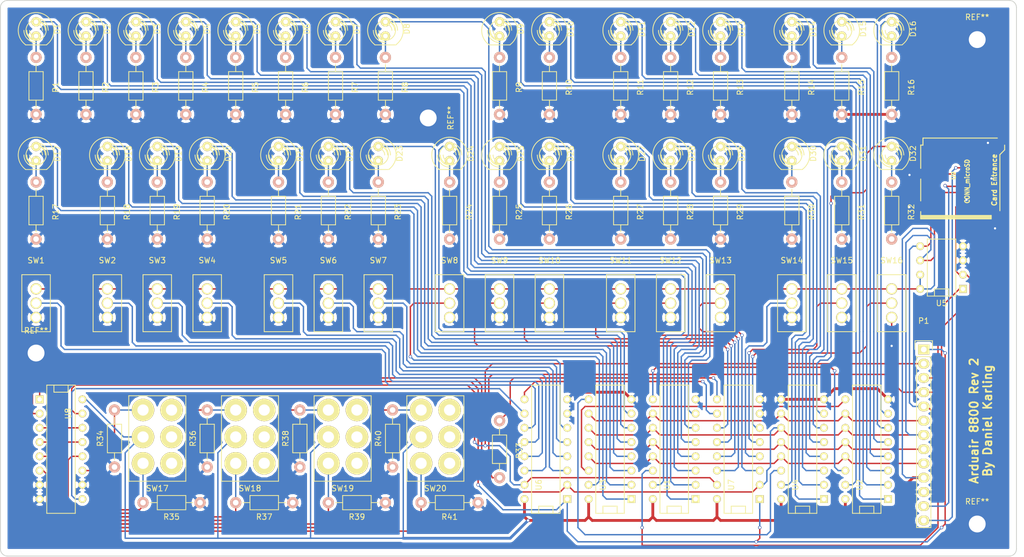
<source format=kicad_pcb>
(kicad_pcb (version 4) (host pcbnew "(after 2015-mar-04 BZR unknown)-product")
  (title_block (title "Arduair 8800 front panel") (date "Monday, March 30, 2015") (rev 2))
  (layers (0 F.Cu signal) (31 B.Cu signal) (34 B.Paste user) (35 F.Paste user) (36 B.SilkS user) (37 F.SilkS user) (38 B.Mask user) (39 F.Mask user) (44 Edge.Cuts user))
  (net 0 "")
  (net 1 "Net-(D1-Pad2)")
  (net 2 "Net-(D2-Pad2)")
  (net 3 "Net-(D3-Pad2)")
  (net 4 "Net-(D4-Pad2)")
  (net 5 "Net-(D5-Pad2)")
  (net 6 "Net-(D6-Pad2)")
  (net 7 "Net-(D7-Pad2)")
  (net 8 "Net-(D8-Pad2)")
  (net 9 /MOSI)
  (net 10 /CLK)
  (net 11 /MR)
  (net 12 /LEDSTORE)
  (net 13 /OE)
  (net 14 VCC)
  (net 15 "Net-(D9-Pad2)")
  (net 16 "Net-(D10-Pad2)")
  (net 17 "Net-(D11-Pad2)")
  (net 18 "Net-(D12-Pad2)")
  (net 19 "Net-(D13-Pad2)")
  (net 20 "Net-(D14-Pad2)")
  (net 21 "Net-(D15-Pad2)")
  (net 22 "Net-(D16-Pad2)")
  (net 23 "Net-(D17-Pad2)")
  (net 24 "Net-(D18-Pad2)")
  (net 25 "Net-(D19-Pad2)")
  (net 26 "Net-(D20-Pad2)")
  (net 27 "Net-(D21-Pad2)")
  (net 28 "Net-(D22-Pad2)")
  (net 29 "Net-(D23-Pad2)")
  (net 30 "Net-(D24-Pad2)")
  (net 31 "Net-(D25-Pad2)")
  (net 32 "Net-(D26-Pad2)")
  (net 33 "Net-(D27-Pad2)")
  (net 34 "Net-(D28-Pad2)")
  (net 35 "Net-(D29-Pad2)")
  (net 36 "Net-(D30-Pad2)")
  (net 37 "Net-(D31-Pad2)")
  (net 38 "Net-(D32-Pad2)")
  (net 39 GND)
  (net 40 "Net-(U1-Pad9)")
  (net 41 "Net-(U2-Pad9)")
  (net 42 "Net-(U3-Pad9)")
  (net 43 /LA1)
  (net 44 /LA2)
  (net 45 /LA3)
  (net 46 /LA4)
  (net 47 /LA5)
  (net 48 /LA6)
  (net 49 /LA7)
  (net 50 /LA8)
  (net 51 /LB1)
  (net 52 /LB2)
  (net 53 /LB3)
  (net 54 /LB4)
  (net 55 /LB5)
  (net 56 /LB6)
  (net 57 /LB7)
  (net 58 /LB8)
  (net 59 /LC1)
  (net 60 /LC2)
  (net 61 /LC3)
  (net 62 /LC4)
  (net 63 /LC5)
  (net 64 /LC6)
  (net 65 /LC7)
  (net 66 /LC8)
  (net 67 /LD1)
  (net 68 /LD2)
  (net 69 /LD3)
  (net 70 /LD4)
  (net 71 /LD5)
  (net 72 /LD6)
  (net 73 /LD7)
  (net 74 /LD8)
  (net 75 /SWITCH_LOAD)
  (net 76 /SWITCH_CS)
  (net 77 /MEM_CS)
  (net 78 /MISO)
  (net 79 /SWA1)
  (net 80 /SWA2)
  (net 81 /SWA3)
  (net 82 /SWA4)
  (net 83 /SWA5)
  (net 84 /SWA6)
  (net 85 /SWA7)
  (net 86 /SWA8)
  (net 87 /SWB1)
  (net 88 /SWB2)
  (net 89 /SWB3)
  (net 90 /SWB4)
  (net 91 /SWB5)
  (net 92 /SWB6)
  (net 93 /SWB7)
  (net 94 /SWB8)
  (net 95 "Net-(U6-Pad9)")
  (net 96 "Net-(R33-Pad1)")
  (net 97 /VCC33)
  (net 98 "Net-(U6-Pad10)")
  (net 99 /SWC5)
  (net 100 /SWC6)
  (net 101 /SWC7)
  (net 102 /SWC8)
  (net 103 /SWC1)
  (net 104 /SWC2)
  (net 105 /SWC3)
  (net 106 /SWC4)
  (net 107 "Net-(SW17-Pad2)")
  (net 108 "Net-(SW18-Pad2)")
  (net 109 "Net-(SW19-Pad2)")
  (net 110 "Net-(SW20-Pad2)")
  (net 111 "Net-(U9-Pad8)")
  (net 112 /SD_SC)
  (module LEDs:LED-5MM (layer F.Cu) (at 38.735 26.035 270)
    (fp_text reference D1 (at 0 -3.81 270) (layer F.SilkS))
    (fp_text value LED)
    (pad 1 thru_hole circle (at -1.27 0 270) (size 1.6764 1.6764) (drill 0.8128) (layers *.Cu *.Mask F.SilkS) (net 43 /LA1))
    (pad 2 thru_hole circle (at 1.27 0 270) (size 1.6764 1.6764) (drill 0.8128) (layers *.Cu *.Mask F.SilkS) (net 1 "Net-(D1-Pad2)"))
  )
  (module LEDs:LED-5MM (layer F.Cu) (at 47.625 26.035 270)
    (fp_text reference D2 (at 0 -3.81 270) (layer F.SilkS))
    (fp_text value LED)
    (pad 1 thru_hole circle (at -1.27 0 270) (size 1.6764 1.6764) (drill 0.8128) (layers *.Cu *.Mask F.SilkS) (net 44 /LA2))
    (pad 2 thru_hole circle (at 1.27 0 270) (size 1.6764 1.6764) (drill 0.8128) (layers *.Cu *.Mask F.SilkS) (net 2 "Net-(D2-Pad2)"))
  )
  (module LEDs:LED-5MM (layer F.Cu) (at 56.515 26.035 270)
    (fp_text reference D3 (at 0 -3.81 270) (layer F.SilkS))
    (fp_text value LED)
    (pad 1 thru_hole circle (at -1.27 0 270) (size 1.6764 1.6764) (drill 0.8128) (layers *.Cu *.Mask F.SilkS) (net 45 /LA3))
    (pad 2 thru_hole circle (at 1.27 0 270) (size 1.6764 1.6764) (drill 0.8128) (layers *.Cu *.Mask F.SilkS) (net 3 "Net-(D3-Pad2)"))
  )
  (module LEDs:LED-5MM (layer F.Cu) (at 65.405 26.035 270)
    (fp_text reference D4 (at 0 -3.81 270) (layer F.SilkS))
    (fp_text value LED)
    (pad 1 thru_hole circle (at -1.27 0 270) (size 1.6764 1.6764) (drill 0.8128) (layers *.Cu *.Mask F.SilkS) (net 46 /LA4))
    (pad 2 thru_hole circle (at 1.27 0 270) (size 1.6764 1.6764) (drill 0.8128) (layers *.Cu *.Mask F.SilkS) (net 4 "Net-(D4-Pad2)"))
  )
  (module LEDs:LED-5MM (layer F.Cu) (at 74.295 26.035 270)
    (fp_text reference D5 (at 0 -3.81 270) (layer F.SilkS))
    (fp_text value LED)
    (pad 1 thru_hole circle (at -1.27 0 270) (size 1.6764 1.6764) (drill 0.8128) (layers *.Cu *.Mask F.SilkS) (net 47 /LA5))
    (pad 2 thru_hole circle (at 1.27 0 270) (size 1.6764 1.6764) (drill 0.8128) (layers *.Cu *.Mask F.SilkS) (net 5 "Net-(D5-Pad2)"))
  )
  (module LEDs:LED-5MM (layer F.Cu) (at 83.185 26.035 270)
    (fp_text reference D6 (at 0 -3.81 270) (layer F.SilkS))
    (fp_text value LED)
    (pad 1 thru_hole circle (at -1.27 0 270) (size 1.6764 1.6764) (drill 0.8128) (layers *.Cu *.Mask F.SilkS) (net 48 /LA6))
    (pad 2 thru_hole circle (at 1.27 0 270) (size 1.6764 1.6764) (drill 0.8128) (layers *.Cu *.Mask F.SilkS) (net 6 "Net-(D6-Pad2)"))
  )
  (module LEDs:LED-5MM (layer F.Cu) (at 92.075 26.035 270)
    (fp_text reference D7 (at 0 -3.81 270) (layer F.SilkS))
    (fp_text value LED)
    (pad 1 thru_hole circle (at -1.27 0 270) (size 1.6764 1.6764) (drill 0.8128) (layers *.Cu *.Mask F.SilkS) (net 49 /LA7))
    (pad 2 thru_hole circle (at 1.27 0 270) (size 1.6764 1.6764) (drill 0.8128) (layers *.Cu *.Mask F.SilkS) (net 7 "Net-(D7-Pad2)"))
  )
  (module LEDs:LED-5MM (layer F.Cu) (at 100.965 26.035 270)
    (fp_text reference D8 (at 0 -3.81 270) (layer F.SilkS))
    (fp_text value LED)
    (pad 1 thru_hole circle (at -1.27 0 270) (size 1.6764 1.6764) (drill 0.8128) (layers *.Cu *.Mask F.SilkS) (net 50 /LA8))
    (pad 2 thru_hole circle (at 1.27 0 270) (size 1.6764 1.6764) (drill 0.8128) (layers *.Cu *.Mask F.SilkS) (net 8 "Net-(D8-Pad2)"))
  )
  (module Resistors_ThroughHole:Resistor_Horizontal_RM10mm (layer F.Cu) (at 38.735 36.195 270)
    (fp_text reference R1 (at 0.24892 -3.50012 270) (layer F.SilkS))
    (fp_text value 220R)
    (pad 1 thru_hole circle (at -5.08 0 270) (size 1.99898 1.99898) (drill 1.00076) (layers *.Cu *.SilkS *.Mask) (net 1 "Net-(D1-Pad2)"))
    (pad 2 thru_hole circle (at 5.08 0 270) (size 1.99898 1.99898) (drill 1.00076) (layers *.Cu *.SilkS *.Mask) (net 39 GND))
  )
  (module Resistors_ThroughHole:Resistor_Horizontal_RM10mm (layer F.Cu) (at 47.625 36.195 270)
    (fp_text reference R2 (at 0.24892 -3.50012 270) (layer F.SilkS))
    (fp_text value 220R)
    (pad 1 thru_hole circle (at -5.08 0 270) (size 1.99898 1.99898) (drill 1.00076) (layers *.Cu *.SilkS *.Mask) (net 2 "Net-(D2-Pad2)"))
    (pad 2 thru_hole circle (at 5.08 0 270) (size 1.99898 1.99898) (drill 1.00076) (layers *.Cu *.SilkS *.Mask) (net 39 GND))
  )
  (module Resistors_ThroughHole:Resistor_Horizontal_RM10mm (layer F.Cu) (at 56.515 36.195 270)
    (fp_text reference R3 (at 0.24892 -3.50012 270) (layer F.SilkS))
    (fp_text value 220R)
    (pad 1 thru_hole circle (at -5.08 0 270) (size 1.99898 1.99898) (drill 1.00076) (layers *.Cu *.SilkS *.Mask) (net 3 "Net-(D3-Pad2)"))
    (pad 2 thru_hole circle (at 5.08 0 270) (size 1.99898 1.99898) (drill 1.00076) (layers *.Cu *.SilkS *.Mask) (net 39 GND))
  )
  (module Resistors_ThroughHole:Resistor_Horizontal_RM10mm (layer F.Cu) (at 65.405 36.195 270)
    (fp_text reference R4 (at 0.24892 -3.50012 270) (layer F.SilkS))
    (fp_text value 220R)
    (pad 1 thru_hole circle (at -5.08 0 270) (size 1.99898 1.99898) (drill 1.00076) (layers *.Cu *.SilkS *.Mask) (net 4 "Net-(D4-Pad2)"))
    (pad 2 thru_hole circle (at 5.08 0 270) (size 1.99898 1.99898) (drill 1.00076) (layers *.Cu *.SilkS *.Mask) (net 39 GND))
  )
  (module Resistors_ThroughHole:Resistor_Horizontal_RM10mm (layer F.Cu) (at 74.295 36.195 270)
    (fp_text reference R5 (at 0.24892 -3.50012 270) (layer F.SilkS))
    (fp_text value 220R)
    (pad 1 thru_hole circle (at -5.08 0 270) (size 1.99898 1.99898) (drill 1.00076) (layers *.Cu *.SilkS *.Mask) (net 5 "Net-(D5-Pad2)"))
    (pad 2 thru_hole circle (at 5.08 0 270) (size 1.99898 1.99898) (drill 1.00076) (layers *.Cu *.SilkS *.Mask) (net 39 GND))
  )
  (module Resistors_ThroughHole:Resistor_Horizontal_RM10mm (layer F.Cu) (at 83.185 36.195 270)
    (fp_text reference R6 (at 0.24892 -3.50012 270) (layer F.SilkS))
    (fp_text value 220R)
    (pad 1 thru_hole circle (at -5.08 0 270) (size 1.99898 1.99898) (drill 1.00076) (layers *.Cu *.SilkS *.Mask) (net 6 "Net-(D6-Pad2)"))
    (pad 2 thru_hole circle (at 5.08 0 270) (size 1.99898 1.99898) (drill 1.00076) (layers *.Cu *.SilkS *.Mask) (net 39 GND))
  )
  (module Resistors_ThroughHole:Resistor_Horizontal_RM10mm (layer F.Cu) (at 92.075 36.195 270)
    (fp_text reference R7 (at 0.24892 -3.50012 270) (layer F.SilkS))
    (fp_text value 220R)
    (pad 1 thru_hole circle (at -5.08 0 270) (size 1.99898 1.99898) (drill 1.00076) (layers *.Cu *.SilkS *.Mask) (net 7 "Net-(D7-Pad2)"))
    (pad 2 thru_hole circle (at 5.08 0 270) (size 1.99898 1.99898) (drill 1.00076) (layers *.Cu *.SilkS *.Mask) (net 39 GND))
  )
  (module Resistors_ThroughHole:Resistor_Horizontal_RM10mm (layer F.Cu) (at 100.965 36.195 270)
    (fp_text reference R8 (at 0.24892 -3.50012 270) (layer F.SilkS))
    (fp_text value 220R)
    (pad 1 thru_hole circle (at -5.08 0 270) (size 1.99898 1.99898) (drill 1.00076) (layers *.Cu *.SilkS *.Mask) (net 8 "Net-(D8-Pad2)"))
    (pad 2 thru_hole circle (at 5.08 0 270) (size 1.99898 1.99898) (drill 1.00076) (layers *.Cu *.SilkS *.Mask) (net 39 GND))
  )
  (module Housings_DIP:DIP-16__300 (layer F.Cu) (at 152.4 100.965 90)
    (fp_text reference U1 (at -6.35 -1.27 90) (layer F.SilkS))
    (fp_text value 74HC595)
    (pad 1 thru_hole rect (at -8.89 3.81 90) (size 1.397 1.397) (drill 0.8128) (layers *.Cu *.Mask F.SilkS) (net 44 /LA2))
    (pad 2 thru_hole circle (at -6.35 3.81 90) (size 1.397 1.397) (drill 0.8128) (layers *.Cu *.Mask F.SilkS) (net 45 /LA3))
    (pad 3 thru_hole circle (at -3.81 3.81 90) (size 1.397 1.397) (drill 0.8128) (layers *.Cu *.Mask F.SilkS) (net 46 /LA4))
    (pad 4 thru_hole circle (at -1.27 3.81 90) (size 1.397 1.397) (drill 0.8128) (layers *.Cu *.Mask F.SilkS) (net 47 /LA5))
    (pad 5 thru_hole circle (at 1.27 3.81 90) (size 1.397 1.397) (drill 0.8128) (layers *.Cu *.Mask F.SilkS) (net 48 /LA6))
    (pad 6 thru_hole circle (at 3.81 3.81 90) (size 1.397 1.397) (drill 0.8128) (layers *.Cu *.Mask F.SilkS) (net 49 /LA7))
    (pad 7 thru_hole circle (at 6.35 3.81 90) (size 1.397 1.397) (drill 0.8128) (layers *.Cu *.Mask F.SilkS) (net 50 /LA8))
    (pad 8 thru_hole circle (at 8.89 3.81 90) (size 1.397 1.397) (drill 0.8128) (layers *.Cu *.Mask F.SilkS) (net 39 GND))
    (pad 9 thru_hole circle (at 8.89 -3.81 90) (size 1.397 1.397) (drill 0.8128) (layers *.Cu *.Mask F.SilkS) (net 40 "Net-(U1-Pad9)"))
    (pad 10 thru_hole circle (at 6.35 -3.81 90) (size 1.397 1.397) (drill 0.8128) (layers *.Cu *.Mask F.SilkS) (net 11 /MR))
    (pad 11 thru_hole circle (at 3.81 -3.81 90) (size 1.397 1.397) (drill 0.8128) (layers *.Cu *.Mask F.SilkS) (net 10 /CLK))
    (pad 12 thru_hole circle (at 1.27 -3.81 90) (size 1.397 1.397) (drill 0.8128) (layers *.Cu *.Mask F.SilkS) (net 12 /LEDSTORE))
    (pad 13 thru_hole circle (at -1.27 -3.81 90) (size 1.397 1.397) (drill 0.8128) (layers *.Cu *.Mask F.SilkS) (net 13 /OE))
    (pad 14 thru_hole circle (at -3.81 -3.81 90) (size 1.397 1.397) (drill 0.8128) (layers *.Cu *.Mask F.SilkS) (net 9 /MOSI))
    (pad 15 thru_hole circle (at -6.35 -3.81 90) (size 1.397 1.397) (drill 0.8128) (layers *.Cu *.Mask F.SilkS) (net 43 /LA1))
    (pad 16 thru_hole circle (at -8.89 -3.81 90) (size 1.397 1.397) (drill 0.8128) (layers *.Cu *.Mask F.SilkS) (net 14 VCC))
  )
  (module LEDs:LED-5MM (layer F.Cu) (at 121.285 26.035 270)
    (fp_text reference D9 (at 0 -3.81 270) (layer F.SilkS))
    (fp_text value LED)
    (pad 1 thru_hole circle (at -1.27 0 270) (size 1.6764 1.6764) (drill 0.8128) (layers *.Cu *.Mask F.SilkS) (net 51 /LB1))
    (pad 2 thru_hole circle (at 1.27 0 270) (size 1.6764 1.6764) (drill 0.8128) (layers *.Cu *.Mask F.SilkS) (net 15 "Net-(D9-Pad2)"))
  )
  (module LEDs:LED-5MM (layer F.Cu) (at 130.175 26.035 270)
    (fp_text reference D10 (at 0 -3.81 270) (layer F.SilkS))
    (fp_text value LED)
    (pad 1 thru_hole circle (at -1.27 0 270) (size 1.6764 1.6764) (drill 0.8128) (layers *.Cu *.Mask F.SilkS) (net 52 /LB2))
    (pad 2 thru_hole circle (at 1.27 0 270) (size 1.6764 1.6764) (drill 0.8128) (layers *.Cu *.Mask F.SilkS) (net 16 "Net-(D10-Pad2)"))
  )
  (module LEDs:LED-5MM (layer F.Cu) (at 142.875 26.035 270)
    (fp_text reference D11 (at 0 -3.81 270) (layer F.SilkS))
    (fp_text value LED)
    (pad 1 thru_hole circle (at -1.27 0 270) (size 1.6764 1.6764) (drill 0.8128) (layers *.Cu *.Mask F.SilkS) (net 53 /LB3))
    (pad 2 thru_hole circle (at 1.27 0 270) (size 1.6764 1.6764) (drill 0.8128) (layers *.Cu *.Mask F.SilkS) (net 17 "Net-(D11-Pad2)"))
  )
  (module LEDs:LED-5MM (layer F.Cu) (at 151.765 26.035 270)
    (fp_text reference D12 (at 0 -3.81 270) (layer F.SilkS))
    (fp_text value LED)
    (pad 1 thru_hole circle (at -1.27 0 270) (size 1.6764 1.6764) (drill 0.8128) (layers *.Cu *.Mask F.SilkS) (net 54 /LB4))
    (pad 2 thru_hole circle (at 1.27 0 270) (size 1.6764 1.6764) (drill 0.8128) (layers *.Cu *.Mask F.SilkS) (net 18 "Net-(D12-Pad2)"))
  )
  (module LEDs:LED-5MM (layer F.Cu) (at 160.655 26.035 270)
    (fp_text reference D13 (at 0 -3.81 270) (layer F.SilkS))
    (fp_text value LED)
    (pad 1 thru_hole circle (at -1.27 0 270) (size 1.6764 1.6764) (drill 0.8128) (layers *.Cu *.Mask F.SilkS) (net 55 /LB5))
    (pad 2 thru_hole circle (at 1.27 0 270) (size 1.6764 1.6764) (drill 0.8128) (layers *.Cu *.Mask F.SilkS) (net 19 "Net-(D13-Pad2)"))
  )
  (module LEDs:LED-5MM (layer F.Cu) (at 173.355 26.035 270)
    (fp_text reference D14 (at 0 -3.81 270) (layer F.SilkS))
    (fp_text value LED)
    (pad 1 thru_hole circle (at -1.27 0 270) (size 1.6764 1.6764) (drill 0.8128) (layers *.Cu *.Mask F.SilkS) (net 56 /LB6))
    (pad 2 thru_hole circle (at 1.27 0 270) (size 1.6764 1.6764) (drill 0.8128) (layers *.Cu *.Mask F.SilkS) (net 20 "Net-(D14-Pad2)"))
  )
  (module LEDs:LED-5MM (layer F.Cu) (at 182.245 26.035 270)
    (fp_text reference D15 (at 0 -3.81 270) (layer F.SilkS))
    (fp_text value LED)
    (pad 1 thru_hole circle (at -1.27 0 270) (size 1.6764 1.6764) (drill 0.8128) (layers *.Cu *.Mask F.SilkS) (net 57 /LB7))
    (pad 2 thru_hole circle (at 1.27 0 270) (size 1.6764 1.6764) (drill 0.8128) (layers *.Cu *.Mask F.SilkS) (net 21 "Net-(D15-Pad2)"))
  )
  (module LEDs:LED-5MM (layer F.Cu) (at 191.135 26.035 270)
    (fp_text reference D16 (at 0 -3.81 270) (layer F.SilkS))
    (fp_text value LED)
    (pad 1 thru_hole circle (at -1.27 0 270) (size 1.6764 1.6764) (drill 0.8128) (layers *.Cu *.Mask F.SilkS) (net 58 /LB8))
    (pad 2 thru_hole circle (at 1.27 0 270) (size 1.6764 1.6764) (drill 0.8128) (layers *.Cu *.Mask F.SilkS) (net 22 "Net-(D16-Pad2)"))
  )
  (module LEDs:LED-5MM (layer F.Cu) (at 38.735 48.26 270)
    (fp_text reference D17 (at 0 -3.81 270) (layer F.SilkS))
    (fp_text value LED)
    (pad 1 thru_hole circle (at -1.27 0 270) (size 1.6764 1.6764) (drill 0.8128) (layers *.Cu *.Mask F.SilkS) (net 59 /LC1))
    (pad 2 thru_hole circle (at 1.27 0 270) (size 1.6764 1.6764) (drill 0.8128) (layers *.Cu *.Mask F.SilkS) (net 23 "Net-(D17-Pad2)"))
  )
  (module LEDs:LED-5MM (layer F.Cu) (at 51.435 48.26 270)
    (fp_text reference D18 (at 0 -3.81 270) (layer F.SilkS))
    (fp_text value LED)
    (pad 1 thru_hole circle (at -1.27 0 270) (size 1.6764 1.6764) (drill 0.8128) (layers *.Cu *.Mask F.SilkS) (net 60 /LC2))
    (pad 2 thru_hole circle (at 1.27 0 270) (size 1.6764 1.6764) (drill 0.8128) (layers *.Cu *.Mask F.SilkS) (net 24 "Net-(D18-Pad2)"))
  )
  (module LEDs:LED-5MM (layer F.Cu) (at 60.325 48.26 270)
    (fp_text reference D19 (at 0 -3.81 270) (layer F.SilkS))
    (fp_text value LED)
    (pad 1 thru_hole circle (at -1.27 0 270) (size 1.6764 1.6764) (drill 0.8128) (layers *.Cu *.Mask F.SilkS) (net 61 /LC3))
    (pad 2 thru_hole circle (at 1.27 0 270) (size 1.6764 1.6764) (drill 0.8128) (layers *.Cu *.Mask F.SilkS) (net 25 "Net-(D19-Pad2)"))
  )
  (module LEDs:LED-5MM (layer F.Cu) (at 69.215 48.26 270)
    (fp_text reference D20 (at 0 -3.81 270) (layer F.SilkS))
    (fp_text value LED)
    (pad 1 thru_hole circle (at -1.27 0 270) (size 1.6764 1.6764) (drill 0.8128) (layers *.Cu *.Mask F.SilkS) (net 62 /LC4))
    (pad 2 thru_hole circle (at 1.27 0 270) (size 1.6764 1.6764) (drill 0.8128) (layers *.Cu *.Mask F.SilkS) (net 26 "Net-(D20-Pad2)"))
  )
  (module LEDs:LED-5MM (layer F.Cu) (at 81.915 48.26 270)
    (fp_text reference D21 (at 0 -3.81 270) (layer F.SilkS))
    (fp_text value LED)
    (pad 1 thru_hole circle (at -1.27 0 270) (size 1.6764 1.6764) (drill 0.8128) (layers *.Cu *.Mask F.SilkS) (net 63 /LC5))
    (pad 2 thru_hole circle (at 1.27 0 270) (size 1.6764 1.6764) (drill 0.8128) (layers *.Cu *.Mask F.SilkS) (net 27 "Net-(D21-Pad2)"))
  )
  (module LEDs:LED-5MM (layer F.Cu) (at 90.805 48.26 270)
    (fp_text reference D22 (at 0 -3.81 270) (layer F.SilkS))
    (fp_text value LED)
    (pad 1 thru_hole circle (at -1.27 0 270) (size 1.6764 1.6764) (drill 0.8128) (layers *.Cu *.Mask F.SilkS) (net 64 /LC6))
    (pad 2 thru_hole circle (at 1.27 0 270) (size 1.6764 1.6764) (drill 0.8128) (layers *.Cu *.Mask F.SilkS) (net 28 "Net-(D22-Pad2)"))
  )
  (module LEDs:LED-5MM (layer F.Cu) (at 99.695 48.26 270)
    (fp_text reference D23 (at 0 -3.81 270) (layer F.SilkS))
    (fp_text value LED)
    (pad 1 thru_hole circle (at -1.27 0 270) (size 1.6764 1.6764) (drill 0.8128) (layers *.Cu *.Mask F.SilkS) (net 65 /LC7))
    (pad 2 thru_hole circle (at 1.27 0 270) (size 1.6764 1.6764) (drill 0.8128) (layers *.Cu *.Mask F.SilkS) (net 29 "Net-(D23-Pad2)"))
  )
  (module LEDs:LED-5MM (layer F.Cu) (at 112.395 48.26 270)
    (fp_text reference D24 (at 0 -3.81 270) (layer F.SilkS))
    (fp_text value LED)
    (pad 1 thru_hole circle (at -1.27 0 270) (size 1.6764 1.6764) (drill 0.8128) (layers *.Cu *.Mask F.SilkS) (net 66 /LC8))
    (pad 2 thru_hole circle (at 1.27 0 270) (size 1.6764 1.6764) (drill 0.8128) (layers *.Cu *.Mask F.SilkS) (net 30 "Net-(D24-Pad2)"))
  )
  (module LEDs:LED-5MM (layer F.Cu) (at 121.285 48.26 270)
    (fp_text reference D25 (at 0 -3.81 270) (layer F.SilkS))
    (fp_text value LED)
    (pad 1 thru_hole circle (at -1.27 0 270) (size 1.6764 1.6764) (drill 0.8128) (layers *.Cu *.Mask F.SilkS) (net 67 /LD1))
    (pad 2 thru_hole circle (at 1.27 0 270) (size 1.6764 1.6764) (drill 0.8128) (layers *.Cu *.Mask F.SilkS) (net 31 "Net-(D25-Pad2)"))
  )
  (module LEDs:LED-5MM (layer F.Cu) (at 130.175 48.26 270)
    (fp_text reference D26 (at 0 -3.81 270) (layer F.SilkS))
    (fp_text value LED)
    (pad 1 thru_hole circle (at -1.27 0 270) (size 1.6764 1.6764) (drill 0.8128) (layers *.Cu *.Mask F.SilkS) (net 68 /LD2))
    (pad 2 thru_hole circle (at 1.27 0 270) (size 1.6764 1.6764) (drill 0.8128) (layers *.Cu *.Mask F.SilkS) (net 32 "Net-(D26-Pad2)"))
  )
  (module LEDs:LED-5MM (layer F.Cu) (at 142.875 48.26 270)
    (fp_text reference D27 (at 0 -3.81 270) (layer F.SilkS))
    (fp_text value LED)
    (pad 1 thru_hole circle (at -1.27 0 270) (size 1.6764 1.6764) (drill 0.8128) (layers *.Cu *.Mask F.SilkS) (net 69 /LD3))
    (pad 2 thru_hole circle (at 1.27 0 270) (size 1.6764 1.6764) (drill 0.8128) (layers *.Cu *.Mask F.SilkS) (net 33 "Net-(D27-Pad2)"))
  )
  (module LEDs:LED-5MM (layer F.Cu) (at 151.765 48.26 270)
    (fp_text reference D28 (at 0 -3.81 270) (layer F.SilkS))
    (fp_text value LED)
    (pad 1 thru_hole circle (at -1.27 0 270) (size 1.6764 1.6764) (drill 0.8128) (layers *.Cu *.Mask F.SilkS) (net 70 /LD4))
    (pad 2 thru_hole circle (at 1.27 0 270) (size 1.6764 1.6764) (drill 0.8128) (layers *.Cu *.Mask F.SilkS) (net 34 "Net-(D28-Pad2)"))
  )
  (module LEDs:LED-5MM (layer F.Cu) (at 160.655 48.26 270)
    (fp_text reference D29 (at 0 -3.81 270) (layer F.SilkS))
    (fp_text value LED)
    (pad 1 thru_hole circle (at -1.27 0 270) (size 1.6764 1.6764) (drill 0.8128) (layers *.Cu *.Mask F.SilkS) (net 71 /LD5))
    (pad 2 thru_hole circle (at 1.27 0 270) (size 1.6764 1.6764) (drill 0.8128) (layers *.Cu *.Mask F.SilkS) (net 35 "Net-(D29-Pad2)"))
  )
  (module LEDs:LED-5MM (layer F.Cu) (at 173.355 48.26 270)
    (fp_text reference D30 (at 0 -3.81 270) (layer F.SilkS))
    (fp_text value LED)
    (pad 1 thru_hole circle (at -1.27 0 270) (size 1.6764 1.6764) (drill 0.8128) (layers *.Cu *.Mask F.SilkS) (net 72 /LD6))
    (pad 2 thru_hole circle (at 1.27 0 270) (size 1.6764 1.6764) (drill 0.8128) (layers *.Cu *.Mask F.SilkS) (net 36 "Net-(D30-Pad2)"))
  )
  (module LEDs:LED-5MM (layer F.Cu) (at 182.245 48.26 270)
    (fp_text reference D31 (at 0 -3.81 270) (layer F.SilkS))
    (fp_text value LED)
    (pad 1 thru_hole circle (at -1.27 0 270) (size 1.6764 1.6764) (drill 0.8128) (layers *.Cu *.Mask F.SilkS) (net 73 /LD7))
    (pad 2 thru_hole circle (at 1.27 0 270) (size 1.6764 1.6764) (drill 0.8128) (layers *.Cu *.Mask F.SilkS) (net 37 "Net-(D31-Pad2)"))
  )
  (module LEDs:LED-5MM (layer F.Cu) (at 191.135 48.26 270)
    (fp_text reference D32 (at 0 -3.81 270) (layer F.SilkS))
    (fp_text value LED)
    (pad 1 thru_hole circle (at -1.27 0 270) (size 1.6764 1.6764) (drill 0.8128) (layers *.Cu *.Mask F.SilkS) (net 74 /LD8))
    (pad 2 thru_hole circle (at 1.27 0 270) (size 1.6764 1.6764) (drill 0.8128) (layers *.Cu *.Mask F.SilkS) (net 38 "Net-(D32-Pad2)"))
  )
  (module Resistors_ThroughHole:Resistor_Horizontal_RM10mm (layer F.Cu) (at 121.285 36.195 270)
    (fp_text reference R9 (at 0.24892 -3.50012 270) (layer F.SilkS))
    (fp_text value 220R)
    (pad 1 thru_hole circle (at -5.08 0 270) (size 1.99898 1.99898) (drill 1.00076) (layers *.Cu *.SilkS *.Mask) (net 15 "Net-(D9-Pad2)"))
    (pad 2 thru_hole circle (at 5.08 0 270) (size 1.99898 1.99898) (drill 1.00076) (layers *.Cu *.SilkS *.Mask) (net 39 GND))
  )
  (module Resistors_ThroughHole:Resistor_Horizontal_RM10mm (layer F.Cu) (at 130.175 36.195 270)
    (fp_text reference R10 (at 0.24892 -3.50012 270) (layer F.SilkS))
    (fp_text value 220R)
    (pad 1 thru_hole circle (at -5.08 0 270) (size 1.99898 1.99898) (drill 1.00076) (layers *.Cu *.SilkS *.Mask) (net 16 "Net-(D10-Pad2)"))
    (pad 2 thru_hole circle (at 5.08 0 270) (size 1.99898 1.99898) (drill 1.00076) (layers *.Cu *.SilkS *.Mask) (net 39 GND))
  )
  (module Resistors_ThroughHole:Resistor_Horizontal_RM10mm (layer F.Cu) (at 142.875 36.195 270)
    (fp_text reference R11 (at 0.24892 -3.50012 270) (layer F.SilkS))
    (fp_text value 220R)
    (pad 1 thru_hole circle (at -5.08 0 270) (size 1.99898 1.99898) (drill 1.00076) (layers *.Cu *.SilkS *.Mask) (net 17 "Net-(D11-Pad2)"))
    (pad 2 thru_hole circle (at 5.08 0 270) (size 1.99898 1.99898) (drill 1.00076) (layers *.Cu *.SilkS *.Mask) (net 39 GND))
  )
  (module Resistors_ThroughHole:Resistor_Horizontal_RM10mm (layer F.Cu) (at 151.765 36.195 270)
    (fp_text reference R12 (at 0.24892 -3.50012 270) (layer F.SilkS))
    (fp_text value 220R)
    (pad 1 thru_hole circle (at -5.08 0 270) (size 1.99898 1.99898) (drill 1.00076) (layers *.Cu *.SilkS *.Mask) (net 18 "Net-(D12-Pad2)"))
    (pad 2 thru_hole circle (at 5.08 0 270) (size 1.99898 1.99898) (drill 1.00076) (layers *.Cu *.SilkS *.Mask) (net 39 GND))
  )
  (module Resistors_ThroughHole:Resistor_Horizontal_RM10mm (layer F.Cu) (at 160.655 36.195 270)
    (fp_text reference R13 (at 0.24892 -3.50012 270) (layer F.SilkS))
    (fp_text value 220R)
    (pad 1 thru_hole circle (at -5.08 0 270) (size 1.99898 1.99898) (drill 1.00076) (layers *.Cu *.SilkS *.Mask) (net 19 "Net-(D13-Pad2)"))
    (pad 2 thru_hole circle (at 5.08 0 270) (size 1.99898 1.99898) (drill 1.00076) (layers *.Cu *.SilkS *.Mask) (net 39 GND))
  )
  (module Resistors_ThroughHole:Resistor_Horizontal_RM10mm (layer F.Cu) (at 173.355 36.195 270)
    (fp_text reference R14 (at 0.24892 -3.50012 270) (layer F.SilkS))
    (fp_text value 220R)
    (pad 1 thru_hole circle (at -5.08 0 270) (size 1.99898 1.99898) (drill 1.00076) (layers *.Cu *.SilkS *.Mask) (net 20 "Net-(D14-Pad2)"))
    (pad 2 thru_hole circle (at 5.08 0 270) (size 1.99898 1.99898) (drill 1.00076) (layers *.Cu *.SilkS *.Mask) (net 39 GND))
  )
  (module Resistors_ThroughHole:Resistor_Horizontal_RM10mm (layer F.Cu) (at 182.245 36.195 270)
    (fp_text reference R15 (at 0.24892 -3.50012 270) (layer F.SilkS))
    (fp_text value 220R)
    (pad 1 thru_hole circle (at -5.08 0 270) (size 1.99898 1.99898) (drill 1.00076) (layers *.Cu *.SilkS *.Mask) (net 21 "Net-(D15-Pad2)"))
    (pad 2 thru_hole circle (at 5.08 0 270) (size 1.99898 1.99898) (drill 1.00076) (layers *.Cu *.SilkS *.Mask) (net 39 GND))
  )
  (module Resistors_ThroughHole:Resistor_Horizontal_RM10mm (layer F.Cu) (at 191.135 36.195 270)
    (fp_text reference R16 (at 0.24892 -3.50012 270) (layer F.SilkS))
    (fp_text value 220R)
    (pad 1 thru_hole circle (at -5.08 0 270) (size 1.99898 1.99898) (drill 1.00076) (layers *.Cu *.SilkS *.Mask) (net 22 "Net-(D16-Pad2)"))
    (pad 2 thru_hole circle (at 5.08 0 270) (size 1.99898 1.99898) (drill 1.00076) (layers *.Cu *.SilkS *.Mask) (net 39 GND))
  )
  (module Resistors_ThroughHole:Resistor_Horizontal_RM10mm (layer F.Cu) (at 38.735 58.42 270)
    (fp_text reference R17 (at 0.24892 -3.50012 270) (layer F.SilkS))
    (fp_text value 220R)
    (pad 1 thru_hole circle (at -5.08 0 270) (size 1.99898 1.99898) (drill 1.00076) (layers *.Cu *.SilkS *.Mask) (net 23 "Net-(D17-Pad2)"))
    (pad 2 thru_hole circle (at 5.08 0 270) (size 1.99898 1.99898) (drill 1.00076) (layers *.Cu *.SilkS *.Mask) (net 39 GND))
  )
  (module Resistors_ThroughHole:Resistor_Horizontal_RM10mm (layer F.Cu) (at 51.435 58.42 270)
    (fp_text reference R18 (at 0.24892 -3.50012 270) (layer F.SilkS))
    (fp_text value 220R)
    (pad 1 thru_hole circle (at -5.08 0 270) (size 1.99898 1.99898) (drill 1.00076) (layers *.Cu *.SilkS *.Mask) (net 24 "Net-(D18-Pad2)"))
    (pad 2 thru_hole circle (at 5.08 0 270) (size 1.99898 1.99898) (drill 1.00076) (layers *.Cu *.SilkS *.Mask) (net 39 GND))
  )
  (module Resistors_ThroughHole:Resistor_Horizontal_RM10mm (layer F.Cu) (at 60.325 58.42 270)
    (fp_text reference R19 (at 0.24892 -3.50012 270) (layer F.SilkS))
    (fp_text value 220R)
    (pad 1 thru_hole circle (at -5.08 0 270) (size 1.99898 1.99898) (drill 1.00076) (layers *.Cu *.SilkS *.Mask) (net 25 "Net-(D19-Pad2)"))
    (pad 2 thru_hole circle (at 5.08 0 270) (size 1.99898 1.99898) (drill 1.00076) (layers *.Cu *.SilkS *.Mask) (net 39 GND))
  )
  (module Resistors_ThroughHole:Resistor_Horizontal_RM10mm (layer F.Cu) (at 69.215 58.42 270)
    (fp_text reference R20 (at 0.24892 -3.50012 270) (layer F.SilkS))
    (fp_text value 220R)
    (pad 1 thru_hole circle (at -5.08 0 270) (size 1.99898 1.99898) (drill 1.00076) (layers *.Cu *.SilkS *.Mask) (net 26 "Net-(D20-Pad2)"))
    (pad 2 thru_hole circle (at 5.08 0 270) (size 1.99898 1.99898) (drill 1.00076) (layers *.Cu *.SilkS *.Mask) (net 39 GND))
  )
  (module Resistors_ThroughHole:Resistor_Horizontal_RM10mm (layer F.Cu) (at 81.915 58.42 270)
    (fp_text reference R21 (at 0.24892 -3.50012 270) (layer F.SilkS))
    (fp_text value 220R)
    (pad 1 thru_hole circle (at -5.08 0 270) (size 1.99898 1.99898) (drill 1.00076) (layers *.Cu *.SilkS *.Mask) (net 27 "Net-(D21-Pad2)"))
    (pad 2 thru_hole circle (at 5.08 0 270) (size 1.99898 1.99898) (drill 1.00076) (layers *.Cu *.SilkS *.Mask) (net 39 GND))
  )
  (module Resistors_ThroughHole:Resistor_Horizontal_RM10mm (layer F.Cu) (at 90.805 58.42 270)
    (fp_text reference R22 (at 0.24892 -3.50012 270) (layer F.SilkS))
    (fp_text value 220R)
    (pad 1 thru_hole circle (at -5.08 0 270) (size 1.99898 1.99898) (drill 1.00076) (layers *.Cu *.SilkS *.Mask) (net 28 "Net-(D22-Pad2)"))
    (pad 2 thru_hole circle (at 5.08 0 270) (size 1.99898 1.99898) (drill 1.00076) (layers *.Cu *.SilkS *.Mask) (net 39 GND))
  )
  (module Resistors_ThroughHole:Resistor_Horizontal_RM10mm (layer F.Cu) (at 99.695 58.42 270)
    (fp_text reference R23 (at 0.24892 -3.50012 270) (layer F.SilkS))
    (fp_text value 220R)
    (pad 1 thru_hole circle (at -5.08 0 270) (size 1.99898 1.99898) (drill 1.00076) (layers *.Cu *.SilkS *.Mask) (net 29 "Net-(D23-Pad2)"))
    (pad 2 thru_hole circle (at 5.08 0 270) (size 1.99898 1.99898) (drill 1.00076) (layers *.Cu *.SilkS *.Mask) (net 39 GND))
  )
  (module Resistors_ThroughHole:Resistor_Horizontal_RM10mm (layer F.Cu) (at 112.395 58.42 270)
    (fp_text reference R24 (at 0.24892 -3.50012 270) (layer F.SilkS))
    (fp_text value 220R)
    (pad 1 thru_hole circle (at -5.08 0 270) (size 1.99898 1.99898) (drill 1.00076) (layers *.Cu *.SilkS *.Mask) (net 30 "Net-(D24-Pad2)"))
    (pad 2 thru_hole circle (at 5.08 0 270) (size 1.99898 1.99898) (drill 1.00076) (layers *.Cu *.SilkS *.Mask) (net 39 GND))
  )
  (module Resistors_ThroughHole:Resistor_Horizontal_RM10mm (layer F.Cu) (at 121.285 58.42 270)
    (fp_text reference R25 (at 0.24892 -3.50012 270) (layer F.SilkS))
    (fp_text value 220R)
    (pad 1 thru_hole circle (at -5.08 0 270) (size 1.99898 1.99898) (drill 1.00076) (layers *.Cu *.SilkS *.Mask) (net 31 "Net-(D25-Pad2)"))
    (pad 2 thru_hole circle (at 5.08 0 270) (size 1.99898 1.99898) (drill 1.00076) (layers *.Cu *.SilkS *.Mask) (net 39 GND))
  )
  (module Resistors_ThroughHole:Resistor_Horizontal_RM10mm (layer F.Cu) (at 130.175 58.42 270)
    (fp_text reference R26 (at 0.24892 -3.50012 270) (layer F.SilkS))
    (fp_text value 220R)
    (pad 1 thru_hole circle (at -5.08 0 270) (size 1.99898 1.99898) (drill 1.00076) (layers *.Cu *.SilkS *.Mask) (net 32 "Net-(D26-Pad2)"))
    (pad 2 thru_hole circle (at 5.08 0 270) (size 1.99898 1.99898) (drill 1.00076) (layers *.Cu *.SilkS *.Mask) (net 39 GND))
  )
  (module Resistors_ThroughHole:Resistor_Horizontal_RM10mm (layer F.Cu) (at 142.875 58.42 270)
    (fp_text reference R27 (at 0.24892 -3.50012 270) (layer F.SilkS))
    (fp_text value 220R)
    (pad 1 thru_hole circle (at -5.08 0 270) (size 1.99898 1.99898) (drill 1.00076) (layers *.Cu *.SilkS *.Mask) (net 33 "Net-(D27-Pad2)"))
    (pad 2 thru_hole circle (at 5.08 0 270) (size 1.99898 1.99898) (drill 1.00076) (layers *.Cu *.SilkS *.Mask) (net 39 GND))
  )
  (module Resistors_ThroughHole:Resistor_Horizontal_RM10mm (layer F.Cu) (at 151.765 58.42 270)
    (fp_text reference R28 (at 0.24892 -3.50012 270) (layer F.SilkS))
    (fp_text value 220R)
    (pad 1 thru_hole circle (at -5.08 0 270) (size 1.99898 1.99898) (drill 1.00076) (layers *.Cu *.SilkS *.Mask) (net 34 "Net-(D28-Pad2)"))
    (pad 2 thru_hole circle (at 5.08 0 270) (size 1.99898 1.99898) (drill 1.00076) (layers *.Cu *.SilkS *.Mask) (net 39 GND))
  )
  (module Resistors_ThroughHole:Resistor_Horizontal_RM10mm (layer F.Cu) (at 160.655 58.42 270)
    (fp_text reference R29 (at 0.24892 -3.50012 270) (layer F.SilkS))
    (fp_text value 220R)
    (pad 1 thru_hole circle (at -5.08 0 270) (size 1.99898 1.99898) (drill 1.00076) (layers *.Cu *.SilkS *.Mask) (net 35 "Net-(D29-Pad2)"))
    (pad 2 thru_hole circle (at 5.08 0 270) (size 1.99898 1.99898) (drill 1.00076) (layers *.Cu *.SilkS *.Mask) (net 39 GND))
  )
  (module Resistors_ThroughHole:Resistor_Horizontal_RM10mm (layer F.Cu) (at 173.355 58.42 270)
    (fp_text reference R30 (at 0.24892 -3.50012 270) (layer F.SilkS))
    (fp_text value 220R)
    (pad 1 thru_hole circle (at -5.08 0 270) (size 1.99898 1.99898) (drill 1.00076) (layers *.Cu *.SilkS *.Mask) (net 36 "Net-(D30-Pad2)"))
    (pad 2 thru_hole circle (at 5.08 0 270) (size 1.99898 1.99898) (drill 1.00076) (layers *.Cu *.SilkS *.Mask) (net 39 GND))
  )
  (module Resistors_ThroughHole:Resistor_Horizontal_RM10mm (layer F.Cu) (at 182.245 58.42 270)
    (fp_text reference R31 (at 0.24892 -3.50012 270) (layer F.SilkS))
    (fp_text value 220R)
    (pad 1 thru_hole circle (at -5.08 0 270) (size 1.99898 1.99898) (drill 1.00076) (layers *.Cu *.SilkS *.Mask) (net 37 "Net-(D31-Pad2)"))
    (pad 2 thru_hole circle (at 5.08 0 270) (size 1.99898 1.99898) (drill 1.00076) (layers *.Cu *.SilkS *.Mask) (net 39 GND))
  )
  (module Resistors_ThroughHole:Resistor_Horizontal_RM10mm (layer F.Cu) (at 191.135 58.42 270)
    (fp_text reference R32 (at 0.24892 -3.50012 270) (layer F.SilkS))
    (fp_text value 220R)
    (pad 1 thru_hole circle (at -5.08 0 270) (size 1.99898 1.99898) (drill 1.00076) (layers *.Cu *.SilkS *.Mask) (net 38 "Net-(D32-Pad2)"))
    (pad 2 thru_hole circle (at 5.08 0 270) (size 1.99898 1.99898) (drill 1.00076) (layers *.Cu *.SilkS *.Mask) (net 39 GND))
  )
  (module Housings_DIP:DIP-16__300 (layer F.Cu) (at 186.69 100.965 90)
    (fp_text reference U2 (at -6.35 -1.27 90) (layer F.SilkS))
    (fp_text value 74HC595)
    (pad 1 thru_hole rect (at -8.89 3.81 90) (size 1.397 1.397) (drill 0.8128) (layers *.Cu *.Mask F.SilkS) (net 52 /LB2))
    (pad 2 thru_hole circle (at -6.35 3.81 90) (size 1.397 1.397) (drill 0.8128) (layers *.Cu *.Mask F.SilkS) (net 53 /LB3))
    (pad 3 thru_hole circle (at -3.81 3.81 90) (size 1.397 1.397) (drill 0.8128) (layers *.Cu *.Mask F.SilkS) (net 54 /LB4))
    (pad 4 thru_hole circle (at -1.27 3.81 90) (size 1.397 1.397) (drill 0.8128) (layers *.Cu *.Mask F.SilkS) (net 55 /LB5))
    (pad 5 thru_hole circle (at 1.27 3.81 90) (size 1.397 1.397) (drill 0.8128) (layers *.Cu *.Mask F.SilkS) (net 56 /LB6))
    (pad 6 thru_hole circle (at 3.81 3.81 90) (size 1.397 1.397) (drill 0.8128) (layers *.Cu *.Mask F.SilkS) (net 57 /LB7))
    (pad 7 thru_hole circle (at 6.35 3.81 90) (size 1.397 1.397) (drill 0.8128) (layers *.Cu *.Mask F.SilkS) (net 58 /LB8))
    (pad 8 thru_hole circle (at 8.89 3.81 90) (size 1.397 1.397) (drill 0.8128) (layers *.Cu *.Mask F.SilkS) (net 39 GND))
    (pad 9 thru_hole circle (at 8.89 -3.81 90) (size 1.397 1.397) (drill 0.8128) (layers *.Cu *.Mask F.SilkS) (net 41 "Net-(U2-Pad9)"))
    (pad 10 thru_hole circle (at 6.35 -3.81 90) (size 1.397 1.397) (drill 0.8128) (layers *.Cu *.Mask F.SilkS) (net 11 /MR))
    (pad 11 thru_hole circle (at 3.81 -3.81 90) (size 1.397 1.397) (drill 0.8128) (layers *.Cu *.Mask F.SilkS) (net 10 /CLK))
    (pad 12 thru_hole circle (at 1.27 -3.81 90) (size 1.397 1.397) (drill 0.8128) (layers *.Cu *.Mask F.SilkS) (net 12 /LEDSTORE))
    (pad 13 thru_hole circle (at -1.27 -3.81 90) (size 1.397 1.397) (drill 0.8128) (layers *.Cu *.Mask F.SilkS) (net 13 /OE))
    (pad 14 thru_hole circle (at -3.81 -3.81 90) (size 1.397 1.397) (drill 0.8128) (layers *.Cu *.Mask F.SilkS) (net 40 "Net-(U1-Pad9)"))
    (pad 15 thru_hole circle (at -6.35 -3.81 90) (size 1.397 1.397) (drill 0.8128) (layers *.Cu *.Mask F.SilkS) (net 51 /LB1))
    (pad 16 thru_hole circle (at -8.89 -3.81 90) (size 1.397 1.397) (drill 0.8128) (layers *.Cu *.Mask F.SilkS) (net 14 VCC))
  )
  (module Housings_DIP:DIP-16__300 (layer F.Cu) (at 140.97 100.965 90)
    (fp_text reference U3 (at -6.35 -1.27 90) (layer F.SilkS))
    (fp_text value 74HC595)
    (pad 1 thru_hole rect (at -8.89 3.81 90) (size 1.397 1.397) (drill 0.8128) (layers *.Cu *.Mask F.SilkS) (net 60 /LC2))
    (pad 2 thru_hole circle (at -6.35 3.81 90) (size 1.397 1.397) (drill 0.8128) (layers *.Cu *.Mask F.SilkS) (net 61 /LC3))
    (pad 3 thru_hole circle (at -3.81 3.81 90) (size 1.397 1.397) (drill 0.8128) (layers *.Cu *.Mask F.SilkS) (net 62 /LC4))
    (pad 4 thru_hole circle (at -1.27 3.81 90) (size 1.397 1.397) (drill 0.8128) (layers *.Cu *.Mask F.SilkS) (net 63 /LC5))
    (pad 5 thru_hole circle (at 1.27 3.81 90) (size 1.397 1.397) (drill 0.8128) (layers *.Cu *.Mask F.SilkS) (net 64 /LC6))
    (pad 6 thru_hole circle (at 3.81 3.81 90) (size 1.397 1.397) (drill 0.8128) (layers *.Cu *.Mask F.SilkS) (net 65 /LC7))
    (pad 7 thru_hole circle (at 6.35 3.81 90) (size 1.397 1.397) (drill 0.8128) (layers *.Cu *.Mask F.SilkS) (net 66 /LC8))
    (pad 8 thru_hole circle (at 8.89 3.81 90) (size 1.397 1.397) (drill 0.8128) (layers *.Cu *.Mask F.SilkS) (net 39 GND))
    (pad 9 thru_hole circle (at 8.89 -3.81 90) (size 1.397 1.397) (drill 0.8128) (layers *.Cu *.Mask F.SilkS) (net 42 "Net-(U3-Pad9)"))
    (pad 10 thru_hole circle (at 6.35 -3.81 90) (size 1.397 1.397) (drill 0.8128) (layers *.Cu *.Mask F.SilkS) (net 11 /MR))
    (pad 11 thru_hole circle (at 3.81 -3.81 90) (size 1.397 1.397) (drill 0.8128) (layers *.Cu *.Mask F.SilkS) (net 10 /CLK))
    (pad 12 thru_hole circle (at 1.27 -3.81 90) (size 1.397 1.397) (drill 0.8128) (layers *.Cu *.Mask F.SilkS) (net 12 /LEDSTORE))
    (pad 13 thru_hole circle (at -1.27 -3.81 90) (size 1.397 1.397) (drill 0.8128) (layers *.Cu *.Mask F.SilkS) (net 13 /OE))
    (pad 14 thru_hole circle (at -3.81 -3.81 90) (size 1.397 1.397) (drill 0.8128) (layers *.Cu *.Mask F.SilkS) (net 41 "Net-(U2-Pad9)"))
    (pad 15 thru_hole circle (at -6.35 -3.81 90) (size 1.397 1.397) (drill 0.8128) (layers *.Cu *.Mask F.SilkS) (net 59 /LC1))
    (pad 16 thru_hole circle (at -8.89 -3.81 90) (size 1.397 1.397) (drill 0.8128) (layers *.Cu *.Mask F.SilkS) (net 14 VCC))
  )
  (module Housings_DIP:DIP-16__300 (layer F.Cu) (at 175.26 100.965 90)
    (fp_text reference U4 (at -6.35 -1.27 90) (layer F.SilkS))
    (fp_text value 74HC595)
    (pad 1 thru_hole rect (at -8.89 3.81 90) (size 1.397 1.397) (drill 0.8128) (layers *.Cu *.Mask F.SilkS) (net 68 /LD2))
    (pad 2 thru_hole circle (at -6.35 3.81 90) (size 1.397 1.397) (drill 0.8128) (layers *.Cu *.Mask F.SilkS) (net 69 /LD3))
    (pad 3 thru_hole circle (at -3.81 3.81 90) (size 1.397 1.397) (drill 0.8128) (layers *.Cu *.Mask F.SilkS) (net 70 /LD4))
    (pad 4 thru_hole circle (at -1.27 3.81 90) (size 1.397 1.397) (drill 0.8128) (layers *.Cu *.Mask F.SilkS) (net 71 /LD5))
    (pad 5 thru_hole circle (at 1.27 3.81 90) (size 1.397 1.397) (drill 0.8128) (layers *.Cu *.Mask F.SilkS) (net 72 /LD6))
    (pad 6 thru_hole circle (at 3.81 3.81 90) (size 1.397 1.397) (drill 0.8128) (layers *.Cu *.Mask F.SilkS) (net 73 /LD7))
    (pad 7 thru_hole circle (at 6.35 3.81 90) (size 1.397 1.397) (drill 0.8128) (layers *.Cu *.Mask F.SilkS) (net 74 /LD8))
    (pad 8 thru_hole circle (at 8.89 3.81 90) (size 1.397 1.397) (drill 0.8128) (layers *.Cu *.Mask F.SilkS) (net 39 GND))
    (pad 9 thru_hole circle (at 8.89 -3.81 90) (size 1.397 1.397) (drill 0.8128) (layers *.Cu *.Mask F.SilkS) (net 39 GND))
    (pad 10 thru_hole circle (at 6.35 -3.81 90) (size 1.397 1.397) (drill 0.8128) (layers *.Cu *.Mask F.SilkS) (net 11 /MR))
    (pad 11 thru_hole circle (at 3.81 -3.81 90) (size 1.397 1.397) (drill 0.8128) (layers *.Cu *.Mask F.SilkS) (net 10 /CLK))
    (pad 12 thru_hole circle (at 1.27 -3.81 90) (size 1.397 1.397) (drill 0.8128) (layers *.Cu *.Mask F.SilkS) (net 12 /LEDSTORE))
    (pad 13 thru_hole circle (at -1.27 -3.81 90) (size 1.397 1.397) (drill 0.8128) (layers *.Cu *.Mask F.SilkS) (net 13 /OE))
    (pad 14 thru_hole circle (at -3.81 -3.81 90) (size 1.397 1.397) (drill 0.8128) (layers *.Cu *.Mask F.SilkS) (net 42 "Net-(U3-Pad9)"))
    (pad 15 thru_hole circle (at -6.35 -3.81 90) (size 1.397 1.397) (drill 0.8128) (layers *.Cu *.Mask F.SilkS) (net 67 /LD1))
    (pad 16 thru_hole circle (at -8.89 -3.81 90) (size 1.397 1.397) (drill 0.8128) (layers *.Cu *.Mask F.SilkS) (net 14 VCC))
  )
  (module Housings_DIP:DIP-8__300 (layer F.Cu) (at 200.025 68.58 90)
    (fp_text reference U5 (at -6.35 0 180) (layer F.SilkS))
    (fp_text value 23LC1024)
    (pad 1 thru_hole rect (at -3.81 3.81 90) (size 1.397 1.397) (drill 0.8128) (layers *.Cu *.Mask F.SilkS) (net 77 /MEM_CS))
    (pad 2 thru_hole circle (at -1.27 3.81 90) (size 1.397 1.397) (drill 0.8128) (layers *.Cu *.Mask F.SilkS) (net 78 /MISO))
    (pad 3 thru_hole circle (at 1.27 3.81 90) (size 1.397 1.397) (drill 0.8128) (layers *.Cu *.Mask F.SilkS) (net 39 GND))
    (pad 4 thru_hole circle (at 3.81 3.81 90) (size 1.397 1.397) (drill 0.8128) (layers *.Cu *.Mask F.SilkS) (net 39 GND))
    (pad 5 thru_hole circle (at 3.81 -3.81 90) (size 1.397 1.397) (drill 0.8128) (layers *.Cu *.Mask F.SilkS) (net 9 /MOSI))
    (pad 6 thru_hole circle (at 1.27 -3.81 90) (size 1.397 1.397) (drill 0.8128) (layers *.Cu *.Mask F.SilkS) (net 10 /CLK))
    (pad 7 thru_hole circle (at -1.27 -3.81 90) (size 1.397 1.397) (drill 0.8128) (layers *.Cu *.Mask F.SilkS) (net 14 VCC))
    (pad 8 thru_hole circle (at -3.81 -3.81 90) (size 1.397 1.397) (drill 0.8128) (layers *.Cu *.Mask F.SilkS) (net 14 VCC))
  )
  (module Housings_DIP:DIP-16__300 (layer F.Cu) (at 129.54 100.965 90)
    (fp_text reference U6 (at -6.35 -1.27 90) (layer F.SilkS))
    (fp_text value 74LS165)
    (pad 1 thru_hole rect (at -8.89 3.81 90) (size 1.397 1.397) (drill 0.8128) (layers *.Cu *.Mask F.SilkS) (net 75 /SWITCH_LOAD))
    (pad 2 thru_hole circle (at -6.35 3.81 90) (size 1.397 1.397) (drill 0.8128) (layers *.Cu *.Mask F.SilkS) (net 10 /CLK))
    (pad 3 thru_hole circle (at -3.81 3.81 90) (size 1.397 1.397) (drill 0.8128) (layers *.Cu *.Mask F.SilkS) (net 83 /SWA5))
    (pad 4 thru_hole circle (at -1.27 3.81 90) (size 1.397 1.397) (drill 0.8128) (layers *.Cu *.Mask F.SilkS) (net 84 /SWA6))
    (pad 5 thru_hole circle (at 1.27 3.81 90) (size 1.397 1.397) (drill 0.8128) (layers *.Cu *.Mask F.SilkS) (net 85 /SWA7))
    (pad 6 thru_hole circle (at 3.81 3.81 90) (size 1.397 1.397) (drill 0.8128) (layers *.Cu *.Mask F.SilkS) (net 86 /SWA8))
    (pad 7 thru_hole circle (at 6.35 3.81 90) (size 1.397 1.397) (drill 0.8128) (layers *.Cu *.Mask F.SilkS) (net 39 GND))
    (pad 8 thru_hole circle (at 8.89 3.81 90) (size 1.397 1.397) (drill 0.8128) (layers *.Cu *.Mask F.SilkS) (net 39 GND))
    (pad 9 thru_hole circle (at 8.89 -3.81 90) (size 1.397 1.397) (drill 0.8128) (layers *.Cu *.Mask F.SilkS) (net 95 "Net-(U6-Pad9)"))
    (pad 10 thru_hole circle (at 6.35 -3.81 90) (size 1.397 1.397) (drill 0.8128) (layers *.Cu *.Mask F.SilkS) (net 98 "Net-(U6-Pad10)"))
    (pad 11 thru_hole circle (at 3.81 -3.81 90) (size 1.397 1.397) (drill 0.8128) (layers *.Cu *.Mask F.SilkS) (net 79 /SWA1))
    (pad 12 thru_hole circle (at 1.27 -3.81 90) (size 1.397 1.397) (drill 0.8128) (layers *.Cu *.Mask F.SilkS) (net 80 /SWA2))
    (pad 13 thru_hole circle (at -1.27 -3.81 90) (size 1.397 1.397) (drill 0.8128) (layers *.Cu *.Mask F.SilkS) (net 81 /SWA3))
    (pad 14 thru_hole circle (at -3.81 -3.81 90) (size 1.397 1.397) (drill 0.8128) (layers *.Cu *.Mask F.SilkS) (net 82 /SWA4))
    (pad 15 thru_hole circle (at -6.35 -3.81 90) (size 1.397 1.397) (drill 0.8128) (layers *.Cu *.Mask F.SilkS) (net 76 /SWITCH_CS))
    (pad 16 thru_hole circle (at -8.89 -3.81 90) (size 1.397 1.397) (drill 0.8128) (layers *.Cu *.Mask F.SilkS) (net 14 VCC))
  )
  (module Housings_DIP:DIP-16__300 (layer F.Cu) (at 163.83 100.965 90)
    (fp_text reference U7 (at -6.35 -1.27 90) (layer F.SilkS))
    (fp_text value 74LS165)
    (pad 1 thru_hole rect (at -8.89 3.81 90) (size 1.397 1.397) (drill 0.8128) (layers *.Cu *.Mask F.SilkS) (net 75 /SWITCH_LOAD))
    (pad 2 thru_hole circle (at -6.35 3.81 90) (size 1.397 1.397) (drill 0.8128) (layers *.Cu *.Mask F.SilkS) (net 10 /CLK))
    (pad 3 thru_hole circle (at -3.81 3.81 90) (size 1.397 1.397) (drill 0.8128) (layers *.Cu *.Mask F.SilkS) (net 91 /SWB5))
    (pad 4 thru_hole circle (at -1.27 3.81 90) (size 1.397 1.397) (drill 0.8128) (layers *.Cu *.Mask F.SilkS) (net 92 /SWB6))
    (pad 5 thru_hole circle (at 1.27 3.81 90) (size 1.397 1.397) (drill 0.8128) (layers *.Cu *.Mask F.SilkS) (net 93 /SWB7))
    (pad 6 thru_hole circle (at 3.81 3.81 90) (size 1.397 1.397) (drill 0.8128) (layers *.Cu *.Mask F.SilkS) (net 94 /SWB8))
    (pad 7 thru_hole circle (at 6.35 3.81 90) (size 1.397 1.397) (drill 0.8128) (layers *.Cu *.Mask F.SilkS) (net 39 GND))
    (pad 8 thru_hole circle (at 8.89 3.81 90) (size 1.397 1.397) (drill 0.8128) (layers *.Cu *.Mask F.SilkS) (net 39 GND))
    (pad 9 thru_hole circle (at 8.89 -3.81 90) (size 1.397 1.397) (drill 0.8128) (layers *.Cu *.Mask F.SilkS) (net 96 "Net-(R33-Pad1)"))
    (pad 10 thru_hole circle (at 6.35 -3.81 90) (size 1.397 1.397) (drill 0.8128) (layers *.Cu *.Mask F.SilkS) (net 95 "Net-(U6-Pad9)"))
    (pad 11 thru_hole circle (at 3.81 -3.81 90) (size 1.397 1.397) (drill 0.8128) (layers *.Cu *.Mask F.SilkS) (net 87 /SWB1))
    (pad 12 thru_hole circle (at 1.27 -3.81 90) (size 1.397 1.397) (drill 0.8128) (layers *.Cu *.Mask F.SilkS) (net 88 /SWB2))
    (pad 13 thru_hole circle (at -1.27 -3.81 90) (size 1.397 1.397) (drill 0.8128) (layers *.Cu *.Mask F.SilkS) (net 89 /SWB3))
    (pad 14 thru_hole circle (at -3.81 -3.81 90) (size 1.397 1.397) (drill 0.8128) (layers *.Cu *.Mask F.SilkS) (net 90 /SWB4))
    (pad 15 thru_hole circle (at -6.35 -3.81 90) (size 1.397 1.397) (drill 0.8128) (layers *.Cu *.Mask F.SilkS) (net 76 /SWITCH_CS))
    (pad 16 thru_hole circle (at -8.89 -3.81 90) (size 1.397 1.397) (drill 0.8128) (layers *.Cu *.Mask F.SilkS) (net 14 VCC))
  )
  (module Pin_Headers:Pin_Header_Straight_1x13 (layer F.Cu) (at 196.85 83.185)
    (fp_text reference P1 (at 0 -5.1) (layer F.SilkS))
    (fp_text value CONN_01X09)
    (pad 1 thru_hole rect (at 0 0) (size 2.032 1.7272) (drill 1.016) (layers *.Cu *.Mask F.SilkS) (net 75 /SWITCH_LOAD))
    (pad 2 thru_hole oval (at 0 2.54) (size 2.032 1.7272) (drill 1.016) (layers *.Cu *.Mask F.SilkS) (net 76 /SWITCH_CS))
    (pad 3 thru_hole oval (at 0 5.08) (size 2.032 1.7272) (drill 1.016) (layers *.Cu *.Mask F.SilkS) (net 77 /MEM_CS))
    (pad 4 thru_hole oval (at 0 7.62) (size 2.032 1.7272) (drill 1.016) (layers *.Cu *.Mask F.SilkS) (net 78 /MISO))
    (pad 5 thru_hole oval (at 0 10.16) (size 2.032 1.7272) (drill 1.016) (layers *.Cu *.Mask F.SilkS) (net 9 /MOSI))
    (pad 6 thru_hole oval (at 0 12.7) (size 2.032 1.7272) (drill 1.016) (layers *.Cu *.Mask F.SilkS) (net 11 /MR))
    (pad 7 thru_hole oval (at 0 15.24) (size 2.032 1.7272) (drill 1.016) (layers *.Cu *.Mask F.SilkS) (net 10 /CLK))
    (pad 8 thru_hole oval (at 0 17.78) (size 2.032 1.7272) (drill 1.016) (layers *.Cu *.Mask F.SilkS) (net 12 /LEDSTORE))
    (pad 9 thru_hole oval (at 0 20.32) (size 2.032 1.7272) (drill 1.016) (layers *.Cu *.Mask F.SilkS) (net 13 /OE))
    (pad 10 thru_hole oval (at 0 22.86) (size 2.032 1.7272) (drill 1.016) (layers *.Cu *.Mask F.SilkS) (net 14 VCC))
    (pad 11 thru_hole oval (at 0 25.4) (size 2.032 1.7272) (drill 1.016) (layers *.Cu *.Mask F.SilkS) (net 39 GND))
    (pad 12 thru_hole oval (at 0 27.94) (size 2.032 1.7272) (drill 1.016) (layers *.Cu *.Mask F.SilkS) (net 97 /VCC33))
    (pad 13 thru_hole oval (at 0 30.48) (size 2.032 1.7272) (drill 1.016) (layers *.Cu *.Mask F.SilkS) (net 112 /SD_SC))
  )
  (module Resistors_ThroughHole:Resistor_Horizontal_RM10mm (layer F.Cu) (at 121.285 100.965 270)
    (fp_text reference R33 (at 0.24892 -3.50012 270) (layer F.SilkS))
    (fp_text value 220R)
    (pad 1 thru_hole circle (at -5.08 0 270) (size 1.99898 1.99898) (drill 1.00076) (layers *.Cu *.SilkS *.Mask) (net 96 "Net-(R33-Pad1)"))
    (pad 2 thru_hole circle (at 5.08 0 270) (size 1.99898 1.99898) (drill 1.00076) (layers *.Cu *.SilkS *.Mask) (net 78 /MISO))
  )
  (module Housings_DIP:DIP-16__300 (layer F.Cu) (at 43.18 100.965 270)
    (fp_text reference U8 (at -6.35 -1.27 270) (layer F.SilkS))
    (fp_text value 74LS165)
    (pad 1 thru_hole rect (at -8.89 3.81 270) (size 1.397 1.397) (drill 0.8128) (layers *.Cu *.Mask F.SilkS) (net 75 /SWITCH_LOAD))
    (pad 2 thru_hole circle (at -6.35 3.81 270) (size 1.397 1.397) (drill 0.8128) (layers *.Cu *.Mask F.SilkS) (net 10 /CLK))
    (pad 3 thru_hole circle (at -3.81 3.81 270) (size 1.397 1.397) (drill 0.8128) (layers *.Cu *.Mask F.SilkS) (net 99 /SWC5))
    (pad 4 thru_hole circle (at -1.27 3.81 270) (size 1.397 1.397) (drill 0.8128) (layers *.Cu *.Mask F.SilkS) (net 100 /SWC6))
    (pad 5 thru_hole circle (at 1.27 3.81 270) (size 1.397 1.397) (drill 0.8128) (layers *.Cu *.Mask F.SilkS) (net 101 /SWC7))
    (pad 6 thru_hole circle (at 3.81 3.81 270) (size 1.397 1.397) (drill 0.8128) (layers *.Cu *.Mask F.SilkS) (net 102 /SWC8))
    (pad 7 thru_hole circle (at 6.35 3.81 270) (size 1.397 1.397) (drill 0.8128) (layers *.Cu *.Mask F.SilkS) (net 39 GND))
    (pad 8 thru_hole circle (at 8.89 3.81 270) (size 1.397 1.397) (drill 0.8128) (layers *.Cu *.Mask F.SilkS) (net 39 GND))
    (pad 9 thru_hole circle (at 8.89 -3.81 270) (size 1.397 1.397) (drill 0.8128) (layers *.Cu *.Mask F.SilkS) (net 98 "Net-(U6-Pad10)"))
    (pad 10 thru_hole circle (at 6.35 -3.81 270) (size 1.397 1.397) (drill 0.8128) (layers *.Cu *.Mask F.SilkS) (net 39 GND))
    (pad 11 thru_hole circle (at 3.81 -3.81 270) (size 1.397 1.397) (drill 0.8128) (layers *.Cu *.Mask F.SilkS) (net 103 /SWC1))
    (pad 12 thru_hole circle (at 1.27 -3.81 270) (size 1.397 1.397) (drill 0.8128) (layers *.Cu *.Mask F.SilkS) (net 104 /SWC2))
    (pad 13 thru_hole circle (at -1.27 -3.81 270) (size 1.397 1.397) (drill 0.8128) (layers *.Cu *.Mask F.SilkS) (net 105 /SWC3))
    (pad 14 thru_hole circle (at -3.81 -3.81 270) (size 1.397 1.397) (drill 0.8128) (layers *.Cu *.Mask F.SilkS) (net 106 /SWC4))
    (pad 15 thru_hole circle (at -6.35 -3.81 270) (size 1.397 1.397) (drill 0.8128) (layers *.Cu *.Mask F.SilkS) (net 76 /SWITCH_CS))
    (pad 16 thru_hole circle (at -8.89 -3.81 270) (size 1.397 1.397) (drill 0.8128) (layers *.Cu *.Mask F.SilkS) (net 14 VCC))
  )
  (module Resistors_ThroughHole:Resistor_Horizontal_RM10mm (layer F.Cu) (at 52.705 99.06 270)
    (fp_text reference R34 (at 0 2.54 270) (layer F.SilkS))
    (fp_text value 10K)
    (pad 1 thru_hole circle (at -5.08 0 270) (size 1.99898 1.99898) (drill 1.00076) (layers *.Cu *.SilkS *.Mask) (net 103 /SWC1))
    (pad 2 thru_hole circle (at 5.08 0 270) (size 1.99898 1.99898) (drill 1.00076) (layers *.Cu *.SilkS *.Mask) (net 39 GND))
  )
  (module Resistors_ThroughHole:Resistor_Horizontal_RM10mm (layer F.Cu) (at 62.865 110.49)
    (fp_text reference R35 (at 0 2.54) (layer F.SilkS))
    (fp_text value 10K)
    (pad 1 thru_hole circle (at -5.08 0) (size 1.99898 1.99898) (drill 1.00076) (layers *.Cu *.SilkS *.Mask) (net 104 /SWC2))
    (pad 2 thru_hole circle (at 5.08 0) (size 1.99898 1.99898) (drill 1.00076) (layers *.Cu *.SilkS *.Mask) (net 39 GND))
  )
  (module Resistors_ThroughHole:Resistor_Horizontal_RM10mm (layer F.Cu) (at 69.215 99.06 270)
    (fp_text reference R36 (at 0 2.54 270) (layer F.SilkS))
    (fp_text value 10K)
    (pad 1 thru_hole circle (at -5.08 0 270) (size 1.99898 1.99898) (drill 1.00076) (layers *.Cu *.SilkS *.Mask) (net 105 /SWC3))
    (pad 2 thru_hole circle (at 5.08 0 270) (size 1.99898 1.99898) (drill 1.00076) (layers *.Cu *.SilkS *.Mask) (net 39 GND))
  )
  (module Resistors_ThroughHole:Resistor_Horizontal_RM10mm (layer F.Cu) (at 79.375 110.49)
    (fp_text reference R37 (at 0 2.54) (layer F.SilkS))
    (fp_text value 10K)
    (pad 1 thru_hole circle (at -5.08 0) (size 1.99898 1.99898) (drill 1.00076) (layers *.Cu *.SilkS *.Mask) (net 106 /SWC4))
    (pad 2 thru_hole circle (at 5.08 0) (size 1.99898 1.99898) (drill 1.00076) (layers *.Cu *.SilkS *.Mask) (net 39 GND))
  )
  (module Resistors_ThroughHole:Resistor_Horizontal_RM10mm (layer F.Cu) (at 85.725 99.06 270)
    (fp_text reference R38 (at 0 2.54 270) (layer F.SilkS))
    (fp_text value 10K)
    (pad 1 thru_hole circle (at -5.08 0 270) (size 1.99898 1.99898) (drill 1.00076) (layers *.Cu *.SilkS *.Mask) (net 99 /SWC5))
    (pad 2 thru_hole circle (at 5.08 0 270) (size 1.99898 1.99898) (drill 1.00076) (layers *.Cu *.SilkS *.Mask) (net 39 GND))
  )
  (module Resistors_ThroughHole:Resistor_Horizontal_RM10mm (layer F.Cu) (at 95.885 110.49)
    (fp_text reference R39 (at 0 2.54) (layer F.SilkS))
    (fp_text value 10K)
    (pad 1 thru_hole circle (at -5.08 0) (size 1.99898 1.99898) (drill 1.00076) (layers *.Cu *.SilkS *.Mask) (net 100 /SWC6))
    (pad 2 thru_hole circle (at 5.08 0) (size 1.99898 1.99898) (drill 1.00076) (layers *.Cu *.SilkS *.Mask) (net 39 GND))
  )
  (module Resistors_ThroughHole:Resistor_Horizontal_RM10mm (layer F.Cu) (at 102.235 99.06 270)
    (fp_text reference R40 (at 0 2.54 450) (layer F.SilkS))
    (fp_text value 10K)
    (pad 1 thru_hole circle (at -5.08 0 270) (size 1.99898 1.99898) (drill 1.00076) (layers *.Cu *.SilkS *.Mask) (net 101 /SWC7))
    (pad 2 thru_hole circle (at 5.08 0 270) (size 1.99898 1.99898) (drill 1.00076) (layers *.Cu *.SilkS *.Mask) (net 39 GND))
  )
  (module Resistors_ThroughHole:Resistor_Horizontal_RM10mm (layer F.Cu) (at 112.395 110.49)
    (fp_text reference R41 (at 0 2.54) (layer F.SilkS))
    (fp_text value 10K)
    (pad 1 thru_hole circle (at -5.08 0) (size 1.99898 1.99898) (drill 1.00076) (layers *.Cu *.SilkS *.Mask) (net 102 /SWC8))
    (pad 2 thru_hole circle (at 5.08 0) (size 1.99898 1.99898) (drill 1.00076) (layers *.Cu *.SilkS *.Mask) (net 39 GND))
  )
  (module opendous:Memory_Card_microSD_3M_290805 (layer F.Cu) (at 207.01 50.8 270)
    (fp_text reference U9 (at 1.397 4.826 270) (layer F.SilkS) (effects (font (size 0.7112 0.7112) (thickness 0.1778))))
    (fp_text value CONN_microSD (at 2.413 2.413 450) (layer F.SilkS) (effects (font (size 0.8128 0.7112) (thickness 0.1778))))
    (fp_text user "Card Entrance" (at 2.159 -2.413 270) (layer F.SilkS) (effects (font (size 0.8636 0.8636) (thickness 0.2032))))
    (pad 7 smd rect (at 6.59892 0 270) (size 0.7493 1.50114) (layers F.Cu F.Paste F.Mask) (net 78 /MISO))
    (pad 8 smd rect (at 7.69874 0 270) (size 0.7493 1.50114) (layers F.Cu F.Paste F.Mask) (net 111 "Net-(U9-Pad8)"))
    (pad 6 smd rect (at 5.4991 -0.20066 270) (size 0.7493 1.50114) (layers F.Cu F.Paste F.Mask) (net 39 GND))
    (pad 5 smd rect (at 4.39928 0 270) (size 0.7493 1.50114) (layers F.Cu F.Paste F.Mask) (net 10 /CLK))
    (pad 1 smd rect (at 0 0 270) (size 0.7493 1.50114) (layers F.Cu F.Paste F.Mask) (net 112 /SD_SC))
    (pad 2 smd rect (at 1.09982 0.39878 270) (size 0.7493 1.50114) (layers F.Cu F.Paste F.Mask) (net 9 /MOSI))
    (pad 3 smd rect (at 2.19964 0 270) (size 0.7493 1.50114) (layers F.Cu F.Paste F.Mask) (net 39 GND))
    (pad 4 smd rect (at 3.29946 -0.20066 270) (size 0.7493 1.50114) (layers F.Cu F.Paste F.Mask) (net 97 /VCC33))
    (pad 9 smd rect (at 8.39978 -2.84988 270) (size 1.39954 1.89992) (layers F.Cu F.Paste F.Mask) (net 39 GND))
    (pad 9 smd rect (at -4.84886 -3.9497 270) (size 1.39954 1.89992) (layers F.Cu F.Paste F.Mask) (net 39 GND))
    (pad 9 smd rect (at 6.85038 10.2997 270) (size 1.80086 1.39954) (layers F.Cu F.Paste F.Mask) (net 39 GND))
    (pad 9 smd rect (at 1.04902 10.2997 270) (size 1.80086 1.39954) (layers F.Cu F.Paste F.Mask) (net 39 GND))
  )
  (module panel:SwitchOnOffOn (layer F.Cu) (at 57.785 93.98)
    (fp_text reference SW17 (at 2.54 13.97) (layer F.SilkS))
    (fp_text value SP3T)
    (pad 2 thru_hole circle (at 5.08 0) (size 4 4) (drill 2) (layers *.Cu *.Mask F.SilkS) (net 107 "Net-(SW17-Pad2)"))
    (pad 1 thru_hole circle (at 0 0) (size 4 4) (drill 2) (layers *.Cu *.Mask F.SilkS) (net 103 /SWC1))
    (pad 3 thru_hole circle (at 0 4.8) (size 4 4) (drill 2) (layers *.Cu *.Mask F.SilkS) (net 14 VCC))
    (pad 5 thru_hole circle (at 5.08 4.8) (size 4 4) (drill 2) (layers *.Cu *.Mask F.SilkS))
    (pad 4 thru_hole circle (at 0 9.5) (size 4 4) (drill 2) (layers *.Cu *.Mask F.SilkS) (net 104 /SWC2))
    (pad 6 thru_hole circle (at 5.08 9.5) (size 4 4) (drill 2) (layers *.Cu *.Mask F.SilkS))
  )
  (module panel:SwitchOnOffOn (layer F.Cu) (at 74.295 93.98)
    (fp_text reference SW18 (at 2.54 13.97) (layer F.SilkS))
    (fp_text value SP3T)
    (pad 2 thru_hole circle (at 5.08 0) (size 4 4) (drill 2) (layers *.Cu *.Mask F.SilkS) (net 108 "Net-(SW18-Pad2)"))
    (pad 1 thru_hole circle (at 0 0) (size 4 4) (drill 2) (layers *.Cu *.Mask F.SilkS) (net 105 /SWC3))
    (pad 3 thru_hole circle (at 0 4.8) (size 4 4) (drill 2) (layers *.Cu *.Mask F.SilkS) (net 14 VCC))
    (pad 5 thru_hole circle (at 5.08 4.8) (size 4 4) (drill 2) (layers *.Cu *.Mask F.SilkS))
    (pad 4 thru_hole circle (at 0 9.5) (size 4 4) (drill 2) (layers *.Cu *.Mask F.SilkS) (net 106 /SWC4))
    (pad 6 thru_hole circle (at 5.08 9.5) (size 4 4) (drill 2) (layers *.Cu *.Mask F.SilkS))
  )
  (module panel:SwitchOnOffOn (layer F.Cu) (at 90.805 93.98)
    (fp_text reference SW19 (at 2.54 13.97) (layer F.SilkS))
    (fp_text value SP3T)
    (pad 2 thru_hole circle (at 5.08 0) (size 4 4) (drill 2) (layers *.Cu *.Mask F.SilkS) (net 109 "Net-(SW19-Pad2)"))
    (pad 1 thru_hole circle (at 0 0) (size 4 4) (drill 2) (layers *.Cu *.Mask F.SilkS) (net 99 /SWC5))
    (pad 3 thru_hole circle (at 0 4.8) (size 4 4) (drill 2) (layers *.Cu *.Mask F.SilkS) (net 14 VCC))
    (pad 5 thru_hole circle (at 5.08 4.8) (size 4 4) (drill 2) (layers *.Cu *.Mask F.SilkS))
    (pad 4 thru_hole circle (at 0 9.5) (size 4 4) (drill 2) (layers *.Cu *.Mask F.SilkS) (net 100 /SWC6))
    (pad 6 thru_hole circle (at 5.08 9.5) (size 4 4) (drill 2) (layers *.Cu *.Mask F.SilkS))
  )
  (module panel:SwitchOnOffOn (layer F.Cu) (at 107.315 93.98)
    (fp_text reference SW20 (at 2.54 13.97) (layer F.SilkS))
    (fp_text value SP3T)
    (pad 2 thru_hole circle (at 5.08 0) (size 4 4) (drill 2) (layers *.Cu *.Mask F.SilkS) (net 110 "Net-(SW20-Pad2)"))
    (pad 1 thru_hole circle (at 0 0) (size 4 4) (drill 2) (layers *.Cu *.Mask F.SilkS) (net 101 /SWC7))
    (pad 3 thru_hole circle (at 0 4.8) (size 4 4) (drill 2) (layers *.Cu *.Mask F.SilkS) (net 14 VCC))
    (pad 5 thru_hole circle (at 5.08 4.8) (size 4 4) (drill 2) (layers *.Cu *.Mask F.SilkS))
    (pad 4 thru_hole circle (at 0 9.5) (size 4 4) (drill 2) (layers *.Cu *.Mask F.SilkS) (net 102 /SWC8))
    (pad 6 thru_hole circle (at 5.08 9.5) (size 4 4) (drill 2) (layers *.Cu *.Mask F.SilkS))
  )
  (module panel:SwitchOnOn (layer F.Cu) (at 38.735 77.47 180)
    (fp_text reference SW1 (at 0 10.16 180) (layer F.SilkS))
    (fp_text value SWITCH_INV)
    (pad 1 thru_hole circle (at 0 0 180) (size 2 2) (drill 1.5) (layers *.Cu *.Mask F.SilkS) (net 39 GND))
    (pad 2 thru_hole circle (at 0 2.54 180) (size 2 2) (drill 1.5) (layers *.Cu *.Mask F.SilkS) (net 79 /SWA1))
    (pad 3 thru_hole circle (at 0 5.08 180) (size 2 2) (drill 1.5) (layers *.Cu *.Mask F.SilkS) (net 14 VCC))
  )
  (module panel:SwitchOnOn (layer F.Cu) (at 51.435 77.47 180)
    (fp_text reference SW2 (at 0 10.16 180) (layer F.SilkS))
    (fp_text value SWITCH_INV)
    (pad 1 thru_hole circle (at 0 0 180) (size 2 2) (drill 1.5) (layers *.Cu *.Mask F.SilkS) (net 39 GND))
    (pad 2 thru_hole circle (at 0 2.54 180) (size 2 2) (drill 1.5) (layers *.Cu *.Mask F.SilkS) (net 80 /SWA2))
    (pad 3 thru_hole circle (at 0 5.08 180) (size 2 2) (drill 1.5) (layers *.Cu *.Mask F.SilkS) (net 14 VCC))
  )
  (module panel:SwitchOnOn (layer F.Cu) (at 60.325 77.47 180)
    (fp_text reference SW3 (at 0 10.16 180) (layer F.SilkS))
    (fp_text value SWITCH_INV)
    (pad 1 thru_hole circle (at 0 0 180) (size 2 2) (drill 1.5) (layers *.Cu *.Mask F.SilkS) (net 39 GND))
    (pad 2 thru_hole circle (at 0 2.54 180) (size 2 2) (drill 1.5) (layers *.Cu *.Mask F.SilkS) (net 81 /SWA3))
    (pad 3 thru_hole circle (at 0 5.08 180) (size 2 2) (drill 1.5) (layers *.Cu *.Mask F.SilkS) (net 14 VCC))
  )
  (module panel:SwitchOnOn (layer F.Cu) (at 69.215 77.47 180)
    (fp_text reference SW4 (at 0 10.16 180) (layer F.SilkS))
    (fp_text value SWITCH_INV)
    (pad 1 thru_hole circle (at 0 0 180) (size 2 2) (drill 1.5) (layers *.Cu *.Mask F.SilkS) (net 39 GND))
    (pad 2 thru_hole circle (at 0 2.54 180) (size 2 2) (drill 1.5) (layers *.Cu *.Mask F.SilkS) (net 82 /SWA4))
    (pad 3 thru_hole circle (at 0 5.08 180) (size 2 2) (drill 1.5) (layers *.Cu *.Mask F.SilkS) (net 14 VCC))
  )
  (module panel:SwitchOnOn (layer F.Cu) (at 81.915 77.47 180)
    (fp_text reference SW5 (at 0 10.16 180) (layer F.SilkS))
    (fp_text value SWITCH_INV)
    (pad 1 thru_hole circle (at 0 0 180) (size 2 2) (drill 1.5) (layers *.Cu *.Mask F.SilkS) (net 39 GND))
    (pad 2 thru_hole circle (at 0 2.54 180) (size 2 2) (drill 1.5) (layers *.Cu *.Mask F.SilkS) (net 83 /SWA5))
    (pad 3 thru_hole circle (at 0 5.08 180) (size 2 2) (drill 1.5) (layers *.Cu *.Mask F.SilkS) (net 14 VCC))
  )
  (module panel:SwitchOnOn (layer F.Cu) (at 90.805 77.47 180)
    (fp_text reference SW6 (at 0 10.16 180) (layer F.SilkS))
    (fp_text value SWITCH_INV)
    (pad 1 thru_hole circle (at 0 0 180) (size 2 2) (drill 1.5) (layers *.Cu *.Mask F.SilkS) (net 39 GND))
    (pad 2 thru_hole circle (at 0 2.54 180) (size 2 2) (drill 1.5) (layers *.Cu *.Mask F.SilkS) (net 84 /SWA6))
    (pad 3 thru_hole circle (at 0 5.08 180) (size 2 2) (drill 1.5) (layers *.Cu *.Mask F.SilkS) (net 14 VCC))
  )
  (module panel:SwitchOnOn (layer F.Cu) (at 99.695 77.47 180)
    (fp_text reference SW7 (at 0 10.16 180) (layer F.SilkS))
    (fp_text value SWITCH_INV)
    (pad 1 thru_hole circle (at 0 0 180) (size 2 2) (drill 1.5) (layers *.Cu *.Mask F.SilkS) (net 39 GND))
    (pad 2 thru_hole circle (at 0 2.54 180) (size 2 2) (drill 1.5) (layers *.Cu *.Mask F.SilkS) (net 85 /SWA7))
    (pad 3 thru_hole circle (at 0 5.08 180) (size 2 2) (drill 1.5) (layers *.Cu *.Mask F.SilkS) (net 14 VCC))
  )
  (module panel:SwitchOnOn (layer F.Cu) (at 112.395 77.47 180)
    (fp_text reference SW8 (at 0 10.16 180) (layer F.SilkS))
    (fp_text value SWITCH_INV)
    (pad 1 thru_hole circle (at 0 0 180) (size 2 2) (drill 1.5) (layers *.Cu *.Mask F.SilkS) (net 39 GND))
    (pad 2 thru_hole circle (at 0 2.54 180) (size 2 2) (drill 1.5) (layers *.Cu *.Mask F.SilkS) (net 86 /SWA8))
    (pad 3 thru_hole circle (at 0 5.08 180) (size 2 2) (drill 1.5) (layers *.Cu *.Mask F.SilkS) (net 14 VCC))
  )
  (module panel:SwitchOnOn (layer F.Cu) (at 121.285 77.47 180)
    (fp_text reference SW9 (at 0 10.16 180) (layer F.SilkS))
    (fp_text value SWITCH_INV)
    (pad 1 thru_hole circle (at 0 0 180) (size 2 2) (drill 1.5) (layers *.Cu *.Mask F.SilkS) (net 39 GND))
    (pad 2 thru_hole circle (at 0 2.54 180) (size 2 2) (drill 1.5) (layers *.Cu *.Mask F.SilkS) (net 87 /SWB1))
    (pad 3 thru_hole circle (at 0 5.08 180) (size 2 2) (drill 1.5) (layers *.Cu *.Mask F.SilkS) (net 14 VCC))
  )
  (module panel:SwitchOnOn (layer F.Cu) (at 130.175 77.47 180)
    (fp_text reference SW10 (at 0 10.16 180) (layer F.SilkS))
    (fp_text value SWITCH_INV)
    (pad 1 thru_hole circle (at 0 0 180) (size 2 2) (drill 1.5) (layers *.Cu *.Mask F.SilkS) (net 39 GND))
    (pad 2 thru_hole circle (at 0 2.54 180) (size 2 2) (drill 1.5) (layers *.Cu *.Mask F.SilkS) (net 88 /SWB2))
    (pad 3 thru_hole circle (at 0 5.08 180) (size 2 2) (drill 1.5) (layers *.Cu *.Mask F.SilkS) (net 14 VCC))
  )
  (module panel:SwitchOnOn (layer F.Cu) (at 142.875 77.47 180)
    (fp_text reference SW11 (at 0 10.16 180) (layer F.SilkS))
    (fp_text value SWITCH_INV)
    (pad 1 thru_hole circle (at 0 0 180) (size 2 2) (drill 1.5) (layers *.Cu *.Mask F.SilkS) (net 39 GND))
    (pad 2 thru_hole circle (at 0 2.54 180) (size 2 2) (drill 1.5) (layers *.Cu *.Mask F.SilkS) (net 89 /SWB3))
    (pad 3 thru_hole circle (at 0 5.08 180) (size 2 2) (drill 1.5) (layers *.Cu *.Mask F.SilkS) (net 14 VCC))
  )
  (module panel:SwitchOnOn (layer F.Cu) (at 151.765 77.47 180)
    (fp_text reference SW12 (at 0 10.16 180) (layer F.SilkS))
    (fp_text value SWITCH_INV)
    (pad 1 thru_hole circle (at 0 0 180) (size 2 2) (drill 1.5) (layers *.Cu *.Mask F.SilkS) (net 39 GND))
    (pad 2 thru_hole circle (at 0 2.54 180) (size 2 2) (drill 1.5) (layers *.Cu *.Mask F.SilkS) (net 90 /SWB4))
    (pad 3 thru_hole circle (at 0 5.08 180) (size 2 2) (drill 1.5) (layers *.Cu *.Mask F.SilkS) (net 14 VCC))
  )
  (module panel:SwitchOnOn (layer F.Cu) (at 160.655 77.47 180)
    (fp_text reference SW13 (at 0 10.16 180) (layer F.SilkS))
    (fp_text value SWITCH_INV)
    (pad 1 thru_hole circle (at 0 0 180) (size 2 2) (drill 1.5) (layers *.Cu *.Mask F.SilkS) (net 39 GND))
    (pad 2 thru_hole circle (at 0 2.54 180) (size 2 2) (drill 1.5) (layers *.Cu *.Mask F.SilkS) (net 91 /SWB5))
    (pad 3 thru_hole circle (at 0 5.08 180) (size 2 2) (drill 1.5) (layers *.Cu *.Mask F.SilkS) (net 14 VCC))
  )
  (module panel:SwitchOnOn (layer F.Cu) (at 173.355 77.47 180)
    (fp_text reference SW14 (at 0 10.16 180) (layer F.SilkS))
    (fp_text value SWITCH_INV)
    (pad 1 thru_hole circle (at 0 0 180) (size 2 2) (drill 1.5) (layers *.Cu *.Mask F.SilkS) (net 39 GND))
    (pad 2 thru_hole circle (at 0 2.54 180) (size 2 2) (drill 1.5) (layers *.Cu *.Mask F.SilkS) (net 92 /SWB6))
    (pad 3 thru_hole circle (at 0 5.08 180) (size 2 2) (drill 1.5) (layers *.Cu *.Mask F.SilkS) (net 14 VCC))
  )
  (module panel:SwitchOnOn (layer F.Cu) (at 182.245 77.47 180)
    (fp_text reference SW15 (at 0 10.16 180) (layer F.SilkS))
    (fp_text value SWITCH_INV)
    (pad 1 thru_hole circle (at 0 0 180) (size 2 2) (drill 1.5) (layers *.Cu *.Mask F.SilkS) (net 39 GND))
    (pad 2 thru_hole circle (at 0 2.54 180) (size 2 2) (drill 1.5) (layers *.Cu *.Mask F.SilkS) (net 93 /SWB7))
    (pad 3 thru_hole circle (at 0 5.08 180) (size 2 2) (drill 1.5) (layers *.Cu *.Mask F.SilkS) (net 14 VCC))
  )
  (module panel:SwitchOnOn (layer F.Cu) (at 191.135 77.47 180)
    (fp_text reference SW16 (at 0 10.16 180) (layer F.SilkS))
    (fp_text value SWITCH_INV)
    (pad 1 thru_hole circle (at 0 0 180) (size 2 2) (drill 1.5) (layers *.Cu *.Mask F.SilkS) (net 39 GND))
    (pad 2 thru_hole circle (at 0 2.54 180) (size 2 2) (drill 1.5) (layers *.Cu *.Mask F.SilkS) (net 94 /SWB8))
    (pad 3 thru_hole circle (at 0 5.08 180) (size 2 2) (drill 1.5) (layers *.Cu *.Mask F.SilkS) (net 14 VCC))
  )
  (module Mounting_Holes:MountingHole_3mm (layer F.Cu) (at 108.585 41.91 270)
    (fp_text reference REF** (at 0 -4.0005 270) (layer F.SilkS))
    (fp_text value MountingHole_3mm)
    (pad 1 thru_hole circle (at 0 0 270) (size 2.99974 2.99974) (drill 2.99974) (layers))
  )
  (module Mounting_Holes:MountingHole_3mm (layer F.Cu) (at 206.375 114.3)
    (fp_text reference REF** (at 0 -4.0005) (layer F.SilkS))
    (fp_text value MountingHole_3mm)
    (pad 1 thru_hole circle (at 0 0) (size 2.99974 2.99974) (drill 2.99974) (layers))
  )
  (module Mounting_Holes:MountingHole_3mm (layer F.Cu) (at 206.375 27.94)
    (fp_text reference REF** (at 0 -4.0005) (layer F.SilkS))
    (fp_text value MountingHole_3mm)
    (pad 1 thru_hole circle (at 0 0) (size 2.99974 2.99974) (drill 2.99974) (layers))
  )
  (module Mounting_Holes:MountingHole_3mm (layer F.Cu) (at 38.735 83.82)
    (fp_text reference REF** (at 0 -4.0005) (layer F.SilkS))
    (fp_text value MountingHole_3mm)
    (pad 1 thru_hole circle (at 0 0) (size 2.99974 2.99974) (drill 2.99974) (layers))
  )
  (gr_line (start 212.09 20.955) (end 33.655 20.955) (angle 90) (layer Edge.Cuts) (width 0.15))
  (gr_arc (start 212.09 22.225) (end 212.09 20.955) (angle 90) (layer Edge.Cuts) (width 0.15))
  (gr_line (start 213.36 118.745) (end 213.36 22.225) (angle 90) (layer Edge.Cuts) (width 0.15))
  (gr_arc (start 212.09 118.745) (end 213.36 118.745) (angle 90) (layer Edge.Cuts) (width 0.15))
  (gr_line (start 33.655 120.015) (end 212.09 120.015) (angle 90) (layer Edge.Cuts) (width 0.15))
  (gr_arc (start 33.655 118.745) (end 33.655 120.015) (angle 90) (layer Edge.Cuts) (width 0.15))
  (gr_line (start 32.385 22.225) (end 32.385 118.745) (angle 90) (layer Edge.Cuts) (width 0.15))
  (gr_arc (start 33.655 22.225) (end 32.385 22.225) (angle 90) (layer Edge.Cuts) (width 0.15))
  (gr_text "Arduair 8800 Rev 2\nBy Daniel Karling" (at 207.01 95.885 90) (layer F.SilkS) (effects (font (size 1.5 1.5) (thickness 0.3))))
  (segment (start 38.735 27.305) (end 38.735 31.115) (width 0.25) (layer B.Cu) (net 1))
  (segment (start 47.625 27.305) (end 47.625 31.115) (width 0.25) (layer B.Cu) (net 2))
  (segment (start 56.515 27.305) (end 56.515 31.115) (width 0.25) (layer B.Cu) (net 3))
  (segment (start 65.405 27.305) (end 65.405 31.115) (width 0.25) (layer B.Cu) (net 4))
  (segment (start 74.295 27.305) (end 74.295 31.115) (width 0.25) (layer B.Cu) (net 5))
  (segment (start 83.185 27.305) (end 83.185 31.115) (width 0.25) (layer B.Cu) (net 6))
  (segment (start 92.075 27.305) (end 92.075 31.115) (width 0.25) (layer B.Cu) (net 7))
  (segment (start 100.965 27.305) (end 100.965 31.115) (width 0.25) (layer B.Cu) (net 8))
  (segment (start 196.85 93.345) (end 197.485 93.345) (width 0.25) (layer F.Cu) (net 9))
  (segment (start 197.485 93.345) (end 199.39 95.25) (width 0.25) (layer F.Cu) (net 9))
  (segment (start 199.39 95.25) (end 199.39 114.935) (width 0.25) (layer F.Cu) (net 9))
  (segment (start 199.39 114.935) (end 196.215 118.11) (width 0.25) (layer F.Cu) (net 9))
  (segment (start 196.215 118.11) (end 146.685 118.11) (width 0.25) (layer F.Cu) (net 9))
  (segment (start 147.32 104.775) (end 146.685 105.41) (width 0.25) (layer B.Cu) (net 9))
  (segment (start 146.685 105.41) (end 146.685 114.935) (width 0.25) (layer B.Cu) (net 9))
  (via (at 146.685 114.935) (size 0.6) (layers F.Cu B.Cu) (net 9))
  (segment (start 146.685 114.935) (end 146.685 118.11) (width 0.25) (layer F.Cu) (net 9))
  (segment (start 148.59 104.775) (end 147.32 104.775) (width 0.25) (layer B.Cu) (net 9))
  (segment (start 194.945 64.77) (end 194.31 65.405) (width 0.25) (layer B.Cu) (net 9))
  (segment (start 194.31 65.405) (end 194.31 92.71) (width 0.25) (layer B.Cu) (net 9))
  (segment (start 194.31 92.71) (end 194.945 93.345) (width 0.25) (layer B.Cu) (net 9))
  (segment (start 194.945 93.345) (end 196.85 93.345) (width 0.25) (layer B.Cu) (net 9))
  (segment (start 196.215 64.77) (end 194.945 64.77) (width 0.25) (layer B.Cu) (net 9))
  (segment (start 198.92518 51.89982) (end 198.12 52.705) (width 0.25) (layer F.Cu) (net 9))
  (segment (start 198.12 52.705) (end 198.12 64.135) (width 0.25) (layer F.Cu) (net 9))
  (segment (start 198.12 64.135) (end 197.485 64.77) (width 0.25) (layer F.Cu) (net 9))
  (segment (start 197.485 64.77) (end 196.215 64.77) (width 0.25) (layer F.Cu) (net 9))
  (segment (start 206.61122 51.89982) (end 198.92518 51.89982) (width 0.25) (layer F.Cu) (net 9))
  (segment (start 182.88 97.155) (end 184.15 98.425) (width 0.25) (layer F.Cu) (net 10))
  (segment (start 184.15 98.425) (end 196.85 98.425) (width 0.25) (layer F.Cu) (net 10))
  (segment (start 138.43 98.425) (end 147.32 98.425) (width 0.25) (layer F.Cu) (net 10))
  (segment (start 147.32 98.425) (end 148.59 97.155) (width 0.25) (layer F.Cu) (net 10))
  (segment (start 137.16 97.155) (end 138.43 98.425) (width 0.25) (layer F.Cu) (net 10))
  (segment (start 149.86 98.425) (end 170.18 98.425) (width 0.25) (layer F.Cu) (net 10))
  (segment (start 170.18 98.425) (end 171.45 97.155) (width 0.25) (layer F.Cu) (net 10))
  (segment (start 148.59 97.155) (end 149.86 98.425) (width 0.25) (layer F.Cu) (net 10))
  (segment (start 172.72 98.425) (end 181.61 98.425) (width 0.25) (layer F.Cu) (net 10))
  (segment (start 181.61 98.425) (end 182.88 97.155) (width 0.25) (layer F.Cu) (net 10))
  (segment (start 171.45 97.155) (end 172.72 98.425) (width 0.25) (layer F.Cu) (net 10))
  (segment (start 168.275 107.315) (end 167.64 107.315) (width 0.25) (layer B.Cu) (net 10))
  (segment (start 170.18 97.155) (end 169.545 97.79) (width 0.25) (layer B.Cu) (net 10))
  (segment (start 169.545 97.79) (end 169.545 104.14) (width 0.25) (layer B.Cu) (net 10))
  (segment (start 169.545 104.14) (end 168.91 104.775) (width 0.25) (layer B.Cu) (net 10))
  (segment (start 168.91 104.775) (end 168.91 106.68) (width 0.25) (layer B.Cu) (net 10))
  (segment (start 168.91 106.68) (end 168.275 107.315) (width 0.25) (layer B.Cu) (net 10))
  (segment (start 171.45 97.155) (end 170.18 97.155) (width 0.25) (layer B.Cu) (net 10))
  (segment (start 134.62 108.585) (end 166.37 108.585) (width 0.25) (layer F.Cu) (net 10))
  (segment (start 166.37 108.585) (end 167.64 107.315) (width 0.25) (layer F.Cu) (net 10))
  (segment (start 133.35 107.315) (end 134.62 108.585) (width 0.25) (layer F.Cu) (net 10))
  (segment (start 38.1 94.615) (end 38.1 90.17) (width 0.25) (layer F.Cu) (net 10))
  (segment (start 38.1 90.17) (end 40.005 88.265) (width 0.25) (layer F.Cu) (net 10))
  (segment (start 40.005 88.265) (end 116.84 88.265) (width 0.25) (layer F.Cu) (net 10))
  (segment (start 116.84 88.265) (end 118.11 89.535) (width 0.25) (layer F.Cu) (net 10))
  (segment (start 118.11 89.535) (end 118.11 106.68) (width 0.25) (layer F.Cu) (net 10))
  (segment (start 118.11 106.68) (end 120.015 108.585) (width 0.25) (layer F.Cu) (net 10))
  (segment (start 120.015 108.585) (end 132.08 108.585) (width 0.25) (layer F.Cu) (net 10))
  (segment (start 132.08 108.585) (end 133.35 107.315) (width 0.25) (layer F.Cu) (net 10))
  (segment (start 39.37 94.615) (end 38.1 94.615) (width 0.25) (layer F.Cu) (net 10))
  (segment (start 198.12 65.405) (end 198.12 63.5) (width 0.25) (layer B.Cu) (net 10))
  (segment (start 198.12 63.5) (end 197.485 62.865) (width 0.25) (layer B.Cu) (net 10))
  (segment (start 197.485 62.865) (end 194.945 62.865) (width 0.25) (layer B.Cu) (net 10))
  (segment (start 194.945 62.865) (end 193.675 64.135) (width 0.25) (layer B.Cu) (net 10))
  (segment (start 193.675 64.135) (end 193.675 97.79) (width 0.25) (layer B.Cu) (net 10))
  (segment (start 193.675 97.79) (end 194.31 98.425) (width 0.25) (layer B.Cu) (net 10))
  (segment (start 194.31 98.425) (end 196.85 98.425) (width 0.25) (layer B.Cu) (net 10))
  (segment (start 196.215 67.31) (end 198.12 65.405) (width 0.25) (layer B.Cu) (net 10))
  (segment (start 199.43572 55.19928) (end 198.755 55.88) (width 0.25) (layer F.Cu) (net 10))
  (segment (start 198.755 55.88) (end 198.755 66.675) (width 0.25) (layer F.Cu) (net 10))
  (segment (start 198.755 66.675) (end 198.12 67.31) (width 0.25) (layer F.Cu) (net 10))
  (segment (start 198.12 67.31) (end 196.215 67.31) (width 0.25) (layer F.Cu) (net 10))
  (segment (start 207.01 55.19928) (end 199.43572 55.19928) (width 0.25) (layer F.Cu) (net 10))
  (segment (start 182.88 94.615) (end 184.15 95.885) (width 0.25) (layer F.Cu) (net 11))
  (segment (start 184.15 95.885) (end 196.85 95.885) (width 0.25) (layer F.Cu) (net 11))
  (segment (start 181.61 95.885) (end 172.72 95.885) (width 0.25) (layer F.Cu) (net 11))
  (segment (start 172.72 95.885) (end 171.45 94.615) (width 0.25) (layer F.Cu) (net 11))
  (segment (start 182.88 94.615) (end 181.61 95.885) (width 0.25) (layer F.Cu) (net 11))
  (segment (start 170.18 95.885) (end 149.86 95.885) (width 0.25) (layer F.Cu) (net 11))
  (segment (start 149.86 95.885) (end 148.59 94.615) (width 0.25) (layer F.Cu) (net 11))
  (segment (start 171.45 94.615) (end 170.18 95.885) (width 0.25) (layer F.Cu) (net 11))
  (segment (start 147.32 95.885) (end 138.43 95.885) (width 0.25) (layer F.Cu) (net 11))
  (segment (start 138.43 95.885) (end 137.16 94.615) (width 0.25) (layer F.Cu) (net 11))
  (segment (start 148.59 94.615) (end 147.32 95.885) (width 0.25) (layer F.Cu) (net 11))
  (segment (start 184.15 100.965) (end 196.85 100.965) (width 0.25) (layer F.Cu) (net 12))
  (segment (start 184.15 100.965) (end 182.88 99.695) (width 0.25) (layer F.Cu) (net 12))
  (segment (start 138.43 100.965) (end 147.32 100.965) (width 0.25) (layer F.Cu) (net 12))
  (segment (start 147.32 100.965) (end 148.59 99.695) (width 0.25) (layer F.Cu) (net 12))
  (segment (start 137.16 99.695) (end 138.43 100.965) (width 0.25) (layer F.Cu) (net 12))
  (segment (start 149.86 100.965) (end 170.18 100.965) (width 0.25) (layer F.Cu) (net 12))
  (segment (start 170.18 100.965) (end 171.45 99.695) (width 0.25) (layer F.Cu) (net 12))
  (segment (start 148.59 99.695) (end 149.86 100.965) (width 0.25) (layer F.Cu) (net 12))
  (segment (start 172.72 100.965) (end 181.61 100.965) (width 0.25) (layer F.Cu) (net 12))
  (segment (start 181.61 100.965) (end 182.88 99.695) (width 0.25) (layer F.Cu) (net 12))
  (segment (start 171.45 99.695) (end 172.72 100.965) (width 0.25) (layer F.Cu) (net 12))
  (segment (start 196.85 103.505) (end 184.15 103.505) (width 0.25) (layer F.Cu) (net 13))
  (segment (start 184.15 103.505) (end 182.88 102.235) (width 0.25) (layer F.Cu) (net 13))
  (segment (start 181.61 103.505) (end 172.72 103.505) (width 0.25) (layer F.Cu) (net 13))
  (segment (start 172.72 103.505) (end 171.45 102.235) (width 0.25) (layer F.Cu) (net 13))
  (segment (start 182.88 102.235) (end 181.61 103.505) (width 0.25) (layer F.Cu) (net 13))
  (segment (start 170.18 103.505) (end 149.86 103.505) (width 0.25) (layer F.Cu) (net 13))
  (segment (start 149.86 103.505) (end 148.59 102.235) (width 0.25) (layer F.Cu) (net 13))
  (segment (start 171.45 102.235) (end 170.18 103.505) (width 0.25) (layer F.Cu) (net 13))
  (segment (start 147.32 103.505) (end 138.43 103.505) (width 0.25) (layer F.Cu) (net 13))
  (segment (start 138.43 103.505) (end 137.16 102.235) (width 0.25) (layer F.Cu) (net 13))
  (segment (start 148.59 102.235) (end 147.32 103.505) (width 0.25) (layer F.Cu) (net 13))
  (segment (start 196.85 106.045) (end 194.945 106.045) (width 0.5) (layer F.Cu) (net 14))
  (segment (start 183.515 113.665) (end 182.88 113.03) (width 0.5) (layer F.Cu) (net 14))
  (segment (start 193.04 113.665) (end 183.515 113.665) (width 0.5) (layer F.Cu) (net 14))
  (segment (start 193.675 113.03) (end 193.04 113.665) (width 0.5) (layer F.Cu) (net 14))
  (segment (start 193.675 107.315) (end 193.675 113.03) (width 0.5) (layer F.Cu) (net 14))
  (segment (start 194.945 106.045) (end 193.675 107.315) (width 0.5) (layer F.Cu) (net 14))
  (segment (start 137.16 113.03) (end 137.795 113.665) (width 0.5) (layer F.Cu) (net 14))
  (segment (start 137.795 113.665) (end 147.955 113.665) (width 0.5) (layer F.Cu) (net 14))
  (segment (start 147.955 113.665) (end 148.59 113.03) (width 0.5) (layer F.Cu) (net 14))
  (segment (start 148.59 113.03) (end 148.59 109.855) (width 0.5) (layer F.Cu) (net 14))
  (segment (start 137.16 109.855) (end 137.16 113.03) (width 0.5) (layer F.Cu) (net 14))
  (segment (start 149.225 113.665) (end 159.385 113.665) (width 0.5) (layer F.Cu) (net 14))
  (segment (start 159.385 113.665) (end 160.02 113.03) (width 0.5) (layer F.Cu) (net 14))
  (segment (start 160.02 113.03) (end 160.02 109.855) (width 0.5) (layer F.Cu) (net 14))
  (segment (start 148.59 113.03) (end 149.225 113.665) (width 0.5) (layer F.Cu) (net 14))
  (segment (start 160.655 113.665) (end 170.815 113.665) (width 0.5) (layer F.Cu) (net 14))
  (segment (start 170.815 113.665) (end 171.45 113.03) (width 0.5) (layer F.Cu) (net 14))
  (segment (start 171.45 113.03) (end 171.45 109.855) (width 0.5) (layer F.Cu) (net 14))
  (segment (start 160.02 113.03) (end 160.655 113.665) (width 0.5) (layer F.Cu) (net 14))
  (segment (start 182.88 113.03) (end 182.88 109.855) (width 0.5) (layer F.Cu) (net 14))
  (segment (start 182.245 113.665) (end 182.88 113.03) (width 0.5) (layer F.Cu) (net 14))
  (segment (start 172.085 113.665) (end 182.245 113.665) (width 0.5) (layer F.Cu) (net 14))
  (segment (start 171.45 113.03) (end 172.085 113.665) (width 0.5) (layer F.Cu) (net 14))
  (segment (start 191.135 72.39) (end 182.245 72.39) (width 0.25) (layer F.Cu) (net 14))
  (segment (start 182.245 72.39) (end 173.355 72.39) (width 0.25) (layer F.Cu) (net 14))
  (segment (start 173.355 72.39) (end 160.655 72.39) (width 0.25) (layer F.Cu) (net 14))
  (segment (start 160.655 72.39) (end 151.765 72.39) (width 0.25) (layer F.Cu) (net 14))
  (segment (start 151.765 72.39) (end 142.875 72.39) (width 0.25) (layer F.Cu) (net 14))
  (segment (start 142.875 72.39) (end 130.175 72.39) (width 0.25) (layer F.Cu) (net 14))
  (segment (start 130.175 72.39) (end 121.285 72.39) (width 0.25) (layer F.Cu) (net 14))
  (segment (start 121.285 72.39) (end 112.395 72.39) (width 0.25) (layer F.Cu) (net 14))
  (segment (start 112.395 72.39) (end 99.695 72.39) (width 0.25) (layer F.Cu) (net 14))
  (segment (start 99.695 72.39) (end 90.805 72.39) (width 0.25) (layer F.Cu) (net 14))
  (segment (start 90.805 72.39) (end 81.915 72.39) (width 0.25) (layer F.Cu) (net 14))
  (segment (start 81.915 72.39) (end 69.215 72.39) (width 0.25) (layer F.Cu) (net 14))
  (segment (start 69.215 72.39) (end 60.325 72.39) (width 0.25) (layer F.Cu) (net 14))
  (segment (start 60.325 72.39) (end 51.435 72.39) (width 0.25) (layer F.Cu) (net 14))
  (segment (start 51.435 72.39) (end 38.735 72.39) (width 0.25) (layer F.Cu) (net 14))
  (segment (start 126.365 113.665) (end 136.525 113.665) (width 0.5) (layer F.Cu) (net 14))
  (segment (start 136.525 113.665) (end 137.16 113.03) (width 0.5) (layer F.Cu) (net 14))
  (segment (start 125.73 113.03) (end 126.365 113.665) (width 0.5) (layer F.Cu) (net 14))
  (segment (start 125.73 109.855) (end 125.73 113.03) (width 0.5) (layer F.Cu) (net 14))
  (segment (start 107.315 98.78) (end 106.96 98.78) (width 0.25) (layer B.Cu) (net 14))
  (segment (start 90.805 98.78) (end 90.45 98.78) (width 0.25) (layer B.Cu) (net 14))
  (segment (start 74.295 98.78) (end 73.94 98.78) (width 0.25) (layer B.Cu) (net 14))
  (segment (start 57.785 98.78) (end 57.43 98.78) (width 0.25) (layer B.Cu) (net 14))
  (segment (start 54.61 101.6) (end 57.43 98.78) (width 0.25) (layer B.Cu) (net 14))
  (segment (start 54.61 101.6) (end 54.61 116.84) (width 0.25) (layer B.Cu) (net 14))
  (segment (start 73.94 98.78) (end 71.12 101.6) (width 0.25) (layer B.Cu) (net 14))
  (segment (start 71.12 101.6) (end 71.12 116.84) (width 0.25) (layer B.Cu) (net 14))
  (segment (start 54.61 116.84) (end 71.12 116.84) (width 0.25) (layer B.Cu) (net 14))
  (segment (start 87.63 101.6) (end 90.45 98.78) (width 0.25) (layer B.Cu) (net 14))
  (segment (start 87.63 101.6) (end 87.63 116.84) (width 0.25) (layer B.Cu) (net 14))
  (segment (start 71.12 116.84) (end 87.63 116.84) (width 0.25) (layer B.Cu) (net 14))
  (segment (start 104.14 101.6) (end 106.96 98.78) (width 0.25) (layer B.Cu) (net 14))
  (segment (start 104.14 101.6) (end 104.14 116.84) (width 0.25) (layer B.Cu) (net 14))
  (segment (start 87.63 116.84) (end 104.14 116.84) (width 0.25) (layer B.Cu) (net 14))
  (segment (start 47.625 92.075) (end 46.99 92.075) (width 0.25) (layer B.Cu) (net 14))
  (segment (start 54.33 98.78) (end 47.625 92.075) (width 0.25) (layer B.Cu) (net 14))
  (segment (start 57.785 98.78) (end 54.33 98.78) (width 0.25) (layer B.Cu) (net 14))
  (segment (start 123.19 116.84) (end 126.365 113.665) (width 0.5) (layer B.Cu) (net 14))
  (via (at 126.365 113.665) (size 0.6) (layers F.Cu B.Cu) (net 14))
  (segment (start 104.14 116.84) (end 123.19 116.84) (width 0.5) (layer B.Cu) (net 14))
  (segment (start 196.215 72.39) (end 196.215 69.85) (width 0.25) (layer B.Cu) (net 14))
  (segment (start 196.215 72.39) (end 191.135 72.39) (width 0.25) (layer F.Cu) (net 14))
  (segment (start 193.675 106.045) (end 193.04 105.41) (width 0.25) (layer B.Cu) (net 14))
  (segment (start 193.04 105.41) (end 193.04 63.5) (width 0.25) (layer B.Cu) (net 14))
  (segment (start 193.04 63.5) (end 194.945 61.595) (width 0.25) (layer B.Cu) (net 14))
  (segment (start 194.945 61.595) (end 197.485 61.595) (width 0.25) (layer B.Cu) (net 14))
  (segment (start 197.485 61.595) (end 198.755 62.865) (width 0.25) (layer B.Cu) (net 14))
  (segment (start 198.755 62.865) (end 198.755 71.755) (width 0.25) (layer B.Cu) (net 14))
  (segment (start 198.755 71.755) (end 198.12 72.39) (width 0.25) (layer B.Cu) (net 14))
  (segment (start 198.12 72.39) (end 196.215 72.39) (width 0.25) (layer B.Cu) (net 14))
  (segment (start 196.85 106.045) (end 193.675 106.045) (width 0.25) (layer B.Cu) (net 14))
  (segment (start 121.285 27.305) (end 121.285 31.115) (width 0.25) (layer B.Cu) (net 15))
  (segment (start 130.175 27.305) (end 130.175 31.115) (width 0.25) (layer B.Cu) (net 16))
  (segment (start 142.875 27.305) (end 142.875 31.115) (width 0.25) (layer B.Cu) (net 17))
  (segment (start 151.765 27.305) (end 151.765 31.115) (width 0.25) (layer B.Cu) (net 18))
  (segment (start 160.655 27.305) (end 160.655 31.115) (width 0.25) (layer B.Cu) (net 19))
  (segment (start 173.355 27.305) (end 173.355 31.115) (width 0.25) (layer B.Cu) (net 20))
  (segment (start 182.245 27.305) (end 182.245 31.115) (width 0.25) (layer B.Cu) (net 21))
  (segment (start 191.135 27.305) (end 191.135 31.115) (width 0.25) (layer B.Cu) (net 22))
  (segment (start 38.735 49.53) (end 38.735 53.34) (width 0.25) (layer B.Cu) (net 23))
  (segment (start 51.435 49.53) (end 51.435 53.34) (width 0.25) (layer B.Cu) (net 24))
  (segment (start 60.325 49.53) (end 60.325 53.34) (width 0.25) (layer B.Cu) (net 25))
  (segment (start 69.215 49.53) (end 69.215 53.34) (width 0.25) (layer B.Cu) (net 26))
  (segment (start 81.915 49.53) (end 81.915 53.34) (width 0.25) (layer B.Cu) (net 27))
  (segment (start 90.805 49.53) (end 90.805 53.34) (width 0.25) (layer B.Cu) (net 28))
  (segment (start 99.695 49.53) (end 99.695 53.34) (width 0.25) (layer B.Cu) (net 29))
  (segment (start 112.395 49.53) (end 112.395 53.34) (width 0.25) (layer B.Cu) (net 30))
  (segment (start 121.285 49.53) (end 121.285 53.34) (width 0.25) (layer B.Cu) (net 31))
  (segment (start 130.175 49.53) (end 130.175 53.34) (width 0.25) (layer B.Cu) (net 32))
  (segment (start 142.875 49.53) (end 142.875 53.34) (width 0.25) (layer B.Cu) (net 33))
  (segment (start 151.765 49.53) (end 151.765 53.34) (width 0.25) (layer B.Cu) (net 34))
  (segment (start 160.655 49.53) (end 160.655 53.34) (width 0.25) (layer B.Cu) (net 35))
  (segment (start 173.355 49.53) (end 173.355 53.34) (width 0.25) (layer B.Cu) (net 36))
  (segment (start 182.245 49.53) (end 182.245 53.34) (width 0.25) (layer B.Cu) (net 37))
  (segment (start 191.135 49.53) (end 191.135 53.34) (width 0.25) (layer B.Cu) (net 38))
  (segment (start 171.45 92.075) (end 179.07 92.075) (width 0.5) (layer F.Cu) (net 39))
  (segment (start 134.62 90.805) (end 143.51 90.805) (width 0.5) (layer F.Cu) (net 39))
  (segment (start 143.51 90.805) (end 144.78 92.075) (width 0.5) (layer F.Cu) (net 39))
  (segment (start 133.35 92.075) (end 134.62 90.805) (width 0.5) (layer F.Cu) (net 39))
  (segment (start 194.53098 51.84902) (end 194.31 52.07) (width 0.25) (layer F.Cu) (net 39))
  (via (at 194.31 52.07) (size 0.6) (layers F.Cu B.Cu) (net 39))
  (segment (start 196.7103 51.84902) (end 194.53098 51.84902) (width 0.25) (layer F.Cu) (net 39))
  (segment (start 194.44462 57.65038) (end 194.31 57.785) (width 0.25) (layer F.Cu) (net 39))
  (via (at 194.31 57.785) (size 0.6) (layers F.Cu B.Cu) (net 39))
  (segment (start 196.7103 57.65038) (end 194.44462 57.65038) (width 0.25) (layer F.Cu) (net 39))
  (segment (start 208.62036 52.99964) (end 208.915 52.705) (width 0.25) (layer F.Cu) (net 39))
  (via (at 208.915 52.705) (size 0.6) (layers F.Cu B.Cu) (net 39))
  (segment (start 207.01 52.99964) (end 208.62036 52.99964) (width 0.25) (layer F.Cu) (net 39))
  (segment (start 204.6859 56.2991) (end 204.47 56.515) (width 0.25) (layer F.Cu) (net 39))
  (via (at 204.47 56.515) (size 0.6) (layers F.Cu B.Cu) (net 39))
  (segment (start 207.21066 56.2991) (end 204.6859 56.2991) (width 0.25) (layer F.Cu) (net 39))
  (segment (start 208.68386 45.95114) (end 208.28 46.355) (width 0.25) (layer F.Cu) (net 39))
  (via (at 208.28 46.355) (size 0.6) (layers F.Cu B.Cu) (net 39))
  (segment (start 210.9597 45.95114) (end 208.68386 45.95114) (width 0.25) (layer F.Cu) (net 39))
  (segment (start 209.85988 60.01512) (end 209.55 60.325) (width 0.25) (layer F.Cu) (net 39))
  (segment (start 209.55 60.325) (end 209.55 61.595) (width 0.25) (layer F.Cu) (net 39))
  (via (at 209.55 61.595) (size 0.6) (layers F.Cu B.Cu) (net 39))
  (segment (start 209.85988 59.19978) (end 209.85988 60.01512) (width 0.25) (layer F.Cu) (net 39))
  (segment (start 180.975 90.17) (end 188.595 90.17) (width 0.5) (layer F.Cu) (net 39))
  (segment (start 188.595 90.17) (end 190.5 92.075) (width 0.5) (layer F.Cu) (net 39))
  (segment (start 179.07 92.075) (end 180.975 90.17) (width 0.5) (layer F.Cu) (net 39))
  (segment (start 191.135 41.275) (end 182.245 41.275) (width 0.5) (layer F.Cu) (net 39))
  (via (at 191.135 82.55) (size 0.6) (layers F.Cu B.Cu) (net 39))
  (segment (start 191.135 77.47) (end 191.135 82.55) (width 0.25) (layer F.Cu) (net 39))
  (segment (start 182.88 104.775) (end 181.61 104.775) (width 0.25) (layer B.Cu) (net 40))
  (segment (start 148.59 86.995) (end 148.59 92.075) (width 0.25) (layer B.Cu) (net 40))
  (via (at 148.59 86.995) (size 0.6) (layers F.Cu B.Cu) (net 40))
  (segment (start 149.225 86.36) (end 148.59 86.995) (width 0.25) (layer F.Cu) (net 40))
  (segment (start 180.34 86.36) (end 149.225 86.36) (width 0.25) (layer F.Cu) (net 40))
  (segment (start 180.975 86.995) (end 180.34 86.36) (width 0.25) (layer F.Cu) (net 40))
  (via (at 180.975 86.995) (size 0.6) (layers F.Cu B.Cu) (net 40))
  (segment (start 180.975 104.14) (end 180.975 86.995) (width 0.25) (layer B.Cu) (net 40))
  (segment (start 181.61 104.775) (end 180.975 104.14) (width 0.25) (layer B.Cu) (net 40))
  (segment (start 148.59 92.075) (end 148.59 91.44) (width 0.25) (layer F.Cu) (net 40))
  (segment (start 136.525 104.775) (end 137.16 104.775) (width 0.25) (layer F.Cu) (net 41))
  (segment (start 181.61 93.345) (end 136.525 93.345) (width 0.25) (layer F.Cu) (net 41))
  (segment (start 136.525 93.345) (end 135.89 93.98) (width 0.25) (layer F.Cu) (net 41))
  (segment (start 135.89 93.98) (end 135.89 104.14) (width 0.25) (layer F.Cu) (net 41))
  (segment (start 135.89 104.14) (end 136.525 104.775) (width 0.25) (layer F.Cu) (net 41))
  (segment (start 182.88 92.075) (end 181.61 93.345) (width 0.25) (layer F.Cu) (net 41))
  (segment (start 137.16 92.075) (end 136.525 92.075) (width 0.25) (layer B.Cu) (net 42))
  (segment (start 135.89 92.075) (end 135.255 92.71) (width 0.25) (layer B.Cu) (net 42))
  (segment (start 135.255 92.71) (end 135.255 114.935) (width 0.25) (layer B.Cu) (net 42))
  (segment (start 135.255 114.935) (end 136.525 116.205) (width 0.25) (layer B.Cu) (net 42))
  (segment (start 136.525 116.205) (end 168.91 116.205) (width 0.25) (layer B.Cu) (net 42))
  (segment (start 168.91 116.205) (end 169.545 115.57) (width 0.25) (layer B.Cu) (net 42))
  (segment (start 169.545 115.57) (end 169.545 105.41) (width 0.25) (layer B.Cu) (net 42))
  (segment (start 169.545 105.41) (end 170.18 104.775) (width 0.25) (layer B.Cu) (net 42))
  (segment (start 170.18 104.775) (end 171.45 104.775) (width 0.25) (layer B.Cu) (net 42))
  (segment (start 137.16 92.075) (end 135.89 92.075) (width 0.25) (layer B.Cu) (net 42))
  (segment (start 154.305 70.485) (end 154.305 80.01) (width 0.25) (layer B.Cu) (net 43))
  (segment (start 150.495 106.68) (end 149.86 107.315) (width 0.25) (layer B.Cu) (net 43))
  (segment (start 149.86 107.315) (end 148.59 107.315) (width 0.25) (layer B.Cu) (net 43))
  (segment (start 114.935 69.215) (end 115.57 69.85) (width 0.25) (layer B.Cu) (net 43))
  (segment (start 115.57 69.85) (end 153.67 69.85) (width 0.25) (layer B.Cu) (net 43))
  (segment (start 38.735 24.765) (end 41.91 24.765) (width 0.25) (layer B.Cu) (net 43))
  (segment (start 114.3 36.83) (end 114.935 37.465) (width 0.25) (layer B.Cu) (net 43))
  (segment (start 43.18 36.83) (end 114.3 36.83) (width 0.25) (layer B.Cu) (net 43))
  (segment (start 42.545 36.195) (end 43.18 36.83) (width 0.25) (layer B.Cu) (net 43))
  (segment (start 42.545 25.4) (end 42.545 36.195) (width 0.25) (layer B.Cu) (net 43))
  (segment (start 41.91 24.765) (end 42.545 25.4) (width 0.25) (layer B.Cu) (net 43))
  (segment (start 114.935 37.465) (end 114.935 69.215) (width 0.25) (layer B.Cu) (net 43))
  (segment (start 153.67 69.85) (end 154.305 70.485) (width 0.25) (layer B.Cu) (net 43))
  (segment (start 150.495 81.28) (end 150.495 106.68) (width 0.25) (layer B.Cu) (net 43))
  (segment (start 151.13 80.645) (end 150.495 81.28) (width 0.25) (layer B.Cu) (net 43))
  (segment (start 153.67 80.645) (end 151.13 80.645) (width 0.25) (layer B.Cu) (net 43))
  (segment (start 154.305 80.01) (end 153.67 80.645) (width 0.25) (layer B.Cu) (net 43))
  (segment (start 154.94 69.85) (end 154.94 80.645) (width 0.25) (layer B.Cu) (net 44))
  (segment (start 151.765 109.855) (end 156.21 109.855) (width 0.25) (layer B.Cu) (net 44))
  (segment (start 154.305 69.215) (end 154.94 69.85) (width 0.25) (layer B.Cu) (net 44))
  (segment (start 50.8 24.765) (end 51.435 25.4) (width 0.25) (layer B.Cu) (net 44))
  (segment (start 51.435 25.4) (end 51.435 35.56) (width 0.25) (layer B.Cu) (net 44))
  (segment (start 51.435 35.56) (end 52.07 36.195) (width 0.25) (layer B.Cu) (net 44))
  (segment (start 52.07 36.195) (end 114.935 36.195) (width 0.25) (layer B.Cu) (net 44))
  (segment (start 114.935 36.195) (end 115.57 36.83) (width 0.25) (layer B.Cu) (net 44))
  (segment (start 115.57 36.83) (end 115.57 68.58) (width 0.25) (layer B.Cu) (net 44))
  (segment (start 47.625 24.765) (end 50.8 24.765) (width 0.25) (layer B.Cu) (net 44))
  (segment (start 115.57 68.58) (end 116.205 69.215) (width 0.25) (layer B.Cu) (net 44))
  (segment (start 116.205 69.215) (end 154.305 69.215) (width 0.25) (layer B.Cu) (net 44))
  (segment (start 151.13 109.22) (end 151.765 109.855) (width 0.25) (layer B.Cu) (net 44))
  (segment (start 151.13 81.915) (end 151.13 109.22) (width 0.25) (layer B.Cu) (net 44))
  (segment (start 151.765 81.28) (end 151.13 81.915) (width 0.25) (layer B.Cu) (net 44))
  (segment (start 154.305 81.28) (end 151.765 81.28) (width 0.25) (layer B.Cu) (net 44))
  (segment (start 154.94 80.645) (end 154.305 81.28) (width 0.25) (layer B.Cu) (net 44))
  (segment (start 151.765 106.68) (end 152.4 107.315) (width 0.25) (layer B.Cu) (net 45))
  (segment (start 152.4 107.315) (end 156.21 107.315) (width 0.25) (layer B.Cu) (net 45))
  (segment (start 116.205 67.945) (end 116.84 68.58) (width 0.25) (layer B.Cu) (net 45))
  (segment (start 116.84 68.58) (end 154.94 68.58) (width 0.25) (layer B.Cu) (net 45))
  (segment (start 56.515 24.765) (end 59.69 24.765) (width 0.25) (layer B.Cu) (net 45))
  (segment (start 115.57 35.56) (end 116.205 36.195) (width 0.25) (layer B.Cu) (net 45))
  (segment (start 60.96 35.56) (end 115.57 35.56) (width 0.25) (layer B.Cu) (net 45))
  (segment (start 60.325 34.925) (end 60.96 35.56) (width 0.25) (layer B.Cu) (net 45))
  (segment (start 60.325 25.4) (end 60.325 34.925) (width 0.25) (layer B.Cu) (net 45))
  (segment (start 59.69 24.765) (end 60.325 25.4) (width 0.25) (layer B.Cu) (net 45))
  (segment (start 116.205 36.195) (end 116.205 67.945) (width 0.25) (layer B.Cu) (net 45))
  (segment (start 151.765 82.55) (end 151.765 106.68) (width 0.25) (layer B.Cu) (net 45))
  (segment (start 152.4 81.915) (end 151.765 82.55) (width 0.25) (layer B.Cu) (net 45))
  (segment (start 154.94 81.915) (end 152.4 81.915) (width 0.25) (layer B.Cu) (net 45))
  (segment (start 155.575 81.28) (end 154.94 81.915) (width 0.25) (layer B.Cu) (net 45))
  (segment (start 155.575 69.215) (end 155.575 81.28) (width 0.25) (layer B.Cu) (net 45))
  (segment (start 154.94 68.58) (end 155.575 69.215) (width 0.25) (layer B.Cu) (net 45))
  (segment (start 153.035 82.55) (end 152.4 83.185) (width 0.25) (layer B.Cu) (net 46))
  (segment (start 152.4 104.14) (end 153.035 104.775) (width 0.25) (layer B.Cu) (net 46))
  (segment (start 153.035 104.775) (end 156.21 104.775) (width 0.25) (layer B.Cu) (net 46))
  (segment (start 152.4 83.185) (end 152.4 104.14) (width 0.25) (layer B.Cu) (net 46))
  (segment (start 156.21 81.915) (end 155.575 82.55) (width 0.25) (layer B.Cu) (net 46))
  (segment (start 155.575 82.55) (end 153.035 82.55) (width 0.25) (layer B.Cu) (net 46))
  (segment (start 155.575 67.945) (end 156.21 68.58) (width 0.25) (layer B.Cu) (net 46))
  (segment (start 68.58 24.765) (end 69.215 25.4) (width 0.25) (layer B.Cu) (net 46))
  (segment (start 69.215 25.4) (end 69.215 34.29) (width 0.25) (layer B.Cu) (net 46))
  (segment (start 69.215 34.29) (end 69.85 34.925) (width 0.25) (layer B.Cu) (net 46))
  (segment (start 69.85 34.925) (end 116.205 34.925) (width 0.25) (layer B.Cu) (net 46))
  (segment (start 116.205 34.925) (end 116.84 35.56) (width 0.25) (layer B.Cu) (net 46))
  (segment (start 116.84 35.56) (end 116.84 67.31) (width 0.25) (layer B.Cu) (net 46))
  (segment (start 65.405 24.765) (end 68.58 24.765) (width 0.25) (layer B.Cu) (net 46))
  (segment (start 116.84 67.31) (end 117.475 67.945) (width 0.25) (layer B.Cu) (net 46))
  (segment (start 117.475 67.945) (end 155.575 67.945) (width 0.25) (layer B.Cu) (net 46))
  (segment (start 156.21 68.58) (end 156.21 81.915) (width 0.25) (layer B.Cu) (net 46))
  (segment (start 156.845 67.945) (end 156.845 82.55) (width 0.25) (layer B.Cu) (net 47))
  (segment (start 153.035 101.6) (end 153.67 102.235) (width 0.25) (layer B.Cu) (net 47))
  (segment (start 153.67 102.235) (end 156.21 102.235) (width 0.25) (layer B.Cu) (net 47))
  (segment (start 153.035 83.82) (end 153.035 101.6) (width 0.25) (layer B.Cu) (net 47))
  (segment (start 156.21 67.31) (end 156.845 67.945) (width 0.25) (layer B.Cu) (net 47))
  (segment (start 77.47 24.765) (end 78.105 25.4) (width 0.25) (layer B.Cu) (net 47))
  (segment (start 78.105 25.4) (end 78.105 33.655) (width 0.25) (layer B.Cu) (net 47))
  (segment (start 78.105 33.655) (end 78.74 34.29) (width 0.25) (layer B.Cu) (net 47))
  (segment (start 78.74 34.29) (end 116.84 34.29) (width 0.25) (layer B.Cu) (net 47))
  (segment (start 116.84 34.29) (end 117.475 34.925) (width 0.25) (layer B.Cu) (net 47))
  (segment (start 117.475 34.925) (end 117.475 66.675) (width 0.25) (layer B.Cu) (net 47))
  (segment (start 74.295 24.765) (end 77.47 24.765) (width 0.25) (layer B.Cu) (net 47))
  (segment (start 117.475 66.675) (end 118.11 67.31) (width 0.25) (layer B.Cu) (net 47))
  (segment (start 118.11 67.31) (end 156.21 67.31) (width 0.25) (layer B.Cu) (net 47))
  (segment (start 153.67 83.185) (end 153.035 83.82) (width 0.25) (layer B.Cu) (net 47))
  (segment (start 156.21 83.185) (end 153.67 83.185) (width 0.25) (layer B.Cu) (net 47))
  (segment (start 156.845 82.55) (end 156.21 83.185) (width 0.25) (layer B.Cu) (net 47))
  (segment (start 157.48 67.125002) (end 157.48 83.185) (width 0.25) (layer B.Cu) (net 48))
  (segment (start 153.67 99.06) (end 154.305 99.695) (width 0.25) (layer B.Cu) (net 48))
  (segment (start 154.305 99.695) (end 156.21 99.695) (width 0.25) (layer B.Cu) (net 48))
  (segment (start 118.11 66.04) (end 118.745 66.675) (width 0.25) (layer B.Cu) (net 48))
  (segment (start 118.745 66.675) (end 157.029998 66.675) (width 0.25) (layer B.Cu) (net 48))
  (segment (start 83.185 24.765) (end 86.36 24.765) (width 0.25) (layer B.Cu) (net 48))
  (segment (start 117.475 33.655) (end 118.11 34.29) (width 0.25) (layer B.Cu) (net 48))
  (segment (start 87.63 33.655) (end 117.475 33.655) (width 0.25) (layer B.Cu) (net 48))
  (segment (start 86.995 33.02) (end 87.63 33.655) (width 0.25) (layer B.Cu) (net 48))
  (segment (start 86.995 25.4) (end 86.995 33.02) (width 0.25) (layer B.Cu) (net 48))
  (segment (start 86.36 24.765) (end 86.995 25.4) (width 0.25) (layer B.Cu) (net 48))
  (segment (start 118.11 34.29) (end 118.11 66.04) (width 0.25) (layer B.Cu) (net 48))
  (segment (start 157.029998 66.675) (end 157.48 67.125002) (width 0.25) (layer B.Cu) (net 48))
  (segment (start 154.305 83.82) (end 153.67 84.455) (width 0.25) (layer B.Cu) (net 48))
  (segment (start 156.845 83.82) (end 154.305 83.82) (width 0.25) (layer B.Cu) (net 48))
  (segment (start 157.48 83.185) (end 156.845 83.82) (width 0.25) (layer B.Cu) (net 48))
  (segment (start 153.67 84.455) (end 153.67 99.06) (width 0.25) (layer B.Cu) (net 48))
  (segment (start 95.25 24.765) (end 92.075 24.765) (width 0.25) (layer B.Cu) (net 49))
  (segment (start 118.11 33.02) (end 118.745 33.655) (width 0.25) (layer B.Cu) (net 49))
  (segment (start 96.52 33.02) (end 118.11 33.02) (width 0.25) (layer B.Cu) (net 49))
  (segment (start 95.885 32.385) (end 96.52 33.02) (width 0.25) (layer B.Cu) (net 49))
  (segment (start 95.885 25.4) (end 95.885 32.385) (width 0.25) (layer B.Cu) (net 49))
  (segment (start 95.25 24.765) (end 95.885 25.4) (width 0.25) (layer B.Cu) (net 49))
  (segment (start 118.745 33.655) (end 118.745 50.8) (width 0.25) (layer B.Cu) (net 49))
  (segment (start 158.115 83.82) (end 157.48 84.455) (width 0.25) (layer B.Cu) (net 49))
  (segment (start 157.48 84.455) (end 154.94 84.455) (width 0.25) (layer B.Cu) (net 49))
  (segment (start 154.305 85.09) (end 154.305 96.52) (width 0.25) (layer B.Cu) (net 49))
  (segment (start 154.94 97.155) (end 156.21 97.155) (width 0.25) (layer B.Cu) (net 49))
  (segment (start 154.305 96.52) (end 154.94 97.155) (width 0.25) (layer B.Cu) (net 49))
  (segment (start 118.745 50.8) (end 118.745 65.405) (width 0.25) (layer B.Cu) (net 49))
  (segment (start 157.48 66.04) (end 158.115 66.675) (width 0.25) (layer B.Cu) (net 49))
  (segment (start 118.745 65.405) (end 119.38 66.04) (width 0.25) (layer B.Cu) (net 49))
  (segment (start 119.38 66.04) (end 157.48 66.04) (width 0.25) (layer B.Cu) (net 49))
  (segment (start 158.115 66.675) (end 158.115 83.82) (width 0.25) (layer B.Cu) (net 49))
  (segment (start 154.94 84.455) (end 154.305 85.09) (width 0.25) (layer B.Cu) (net 49))
  (segment (start 155.575 94.615) (end 156.21 94.615) (width 0.25) (layer B.Cu) (net 50))
  (segment (start 158.115 85.09) (end 155.575 85.09) (width 0.25) (layer B.Cu) (net 50))
  (segment (start 155.575 85.09) (end 154.94 85.725) (width 0.25) (layer B.Cu) (net 50))
  (segment (start 154.94 85.725) (end 154.94 93.98) (width 0.25) (layer B.Cu) (net 50))
  (segment (start 158.75 66.04) (end 158.75 84.455) (width 0.25) (layer B.Cu) (net 50))
  (segment (start 119.38 64.77) (end 120.015 65.405) (width 0.25) (layer B.Cu) (net 50))
  (segment (start 120.015 65.405) (end 158.115 65.405) (width 0.25) (layer B.Cu) (net 50))
  (segment (start 118.11 24.765) (end 100.965 24.765) (width 0.25) (layer B.Cu) (net 50))
  (segment (start 118.11 24.765) (end 119.38 26.035) (width 0.25) (layer B.Cu) (net 50))
  (segment (start 119.38 26.035) (end 119.38 64.77) (width 0.25) (layer B.Cu) (net 50))
  (segment (start 158.115 65.405) (end 158.75 66.04) (width 0.25) (layer B.Cu) (net 50))
  (segment (start 155.575 94.615) (end 154.94 93.98) (width 0.25) (layer B.Cu) (net 50))
  (segment (start 158.75 84.455) (end 158.115 85.09) (width 0.25) (layer B.Cu) (net 50))
  (segment (start 121.285 24.765) (end 121.92 24.765) (width 0.25) (layer B.Cu) (net 51))
  (segment (start 184.785 106.68) (end 184.15 107.315) (width 0.25) (layer B.Cu) (net 51))
  (segment (start 184.15 107.315) (end 182.88 107.315) (width 0.25) (layer B.Cu) (net 51))
  (segment (start 121.285 24.765) (end 124.46 24.765) (width 0.25) (layer B.Cu) (net 51))
  (segment (start 184.15 36.195) (end 184.785 36.83) (width 0.25) (layer B.Cu) (net 51))
  (segment (start 125.73 36.195) (end 184.15 36.195) (width 0.25) (layer B.Cu) (net 51))
  (segment (start 125.095 35.56) (end 125.73 36.195) (width 0.25) (layer B.Cu) (net 51))
  (segment (start 125.095 25.4) (end 125.095 35.56) (width 0.25) (layer B.Cu) (net 51))
  (segment (start 124.46 24.765) (end 125.095 25.4) (width 0.25) (layer B.Cu) (net 51))
  (segment (start 184.785 80.01) (end 184.785 36.83) (width 0.25) (layer B.Cu) (net 51))
  (segment (start 184.785 80.01) (end 184.785 106.68) (width 0.25) (layer B.Cu) (net 51))
  (segment (start 185.42 109.22) (end 186.055 109.855) (width 0.25) (layer B.Cu) (net 52))
  (segment (start 186.055 109.855) (end 190.5 109.855) (width 0.25) (layer B.Cu) (net 52))
  (segment (start 130.175 24.765) (end 133.35 24.765) (width 0.25) (layer B.Cu) (net 52))
  (segment (start 184.785 35.56) (end 185.42 36.195) (width 0.25) (layer B.Cu) (net 52))
  (segment (start 134.62 35.56) (end 184.785 35.56) (width 0.25) (layer B.Cu) (net 52))
  (segment (start 133.985 34.925) (end 134.62 35.56) (width 0.25) (layer B.Cu) (net 52))
  (segment (start 133.985 25.4) (end 133.985 34.925) (width 0.25) (layer B.Cu) (net 52))
  (segment (start 133.35 24.765) (end 133.985 25.4) (width 0.25) (layer B.Cu) (net 52))
  (segment (start 185.42 80.01) (end 185.42 36.195) (width 0.25) (layer B.Cu) (net 52))
  (segment (start 185.42 109.22) (end 185.42 80.01) (width 0.25) (layer B.Cu) (net 52))
  (segment (start 186.055 106.68) (end 186.69 107.315) (width 0.25) (layer B.Cu) (net 53))
  (segment (start 186.69 107.315) (end 190.5 107.315) (width 0.25) (layer B.Cu) (net 53))
  (segment (start 142.875 24.765) (end 146.05 24.765) (width 0.25) (layer B.Cu) (net 53))
  (segment (start 185.42 34.925) (end 186.055 35.56) (width 0.25) (layer B.Cu) (net 53))
  (segment (start 147.32 34.925) (end 185.42 34.925) (width 0.25) (layer B.Cu) (net 53))
  (segment (start 146.685 34.29) (end 147.32 34.925) (width 0.25) (layer B.Cu) (net 53))
  (segment (start 146.685 25.4) (end 146.685 34.29) (width 0.25) (layer B.Cu) (net 53))
  (segment (start 146.05 24.765) (end 146.685 25.4) (width 0.25) (layer B.Cu) (net 53))
  (segment (start 186.055 80.01) (end 186.055 35.56) (width 0.25) (layer B.Cu) (net 53))
  (segment (start 186.055 80.01) (end 186.055 106.68) (width 0.25) (layer B.Cu) (net 53))
  (segment (start 186.69 104.14) (end 187.325 104.775) (width 0.25) (layer B.Cu) (net 54))
  (segment (start 187.325 104.775) (end 190.5 104.775) (width 0.25) (layer B.Cu) (net 54))
  (segment (start 151.765 24.765) (end 154.94 24.765) (width 0.25) (layer B.Cu) (net 54))
  (segment (start 186.055 34.29) (end 186.69 34.925) (width 0.25) (layer B.Cu) (net 54))
  (segment (start 156.845 34.29) (end 186.055 34.29) (width 0.25) (layer B.Cu) (net 54))
  (segment (start 156.21 33.655) (end 156.845 34.29) (width 0.25) (layer B.Cu) (net 54))
  (segment (start 156.21 26.035) (end 156.21 33.655) (width 0.25) (layer B.Cu) (net 54))
  (segment (start 154.94 24.765) (end 156.21 26.035) (width 0.25) (layer B.Cu) (net 54))
  (segment (start 186.69 80.01) (end 186.69 34.925) (width 0.25) (layer B.Cu) (net 54))
  (segment (start 186.69 104.14) (end 186.69 80.01) (width 0.25) (layer B.Cu) (net 54))
  (segment (start 160.655 24.765) (end 161.29 24.765) (width 0.25) (layer B.Cu) (net 55))
  (segment (start 187.325 101.6) (end 187.96 102.235) (width 0.25) (layer B.Cu) (net 55))
  (segment (start 187.96 102.235) (end 190.5 102.235) (width 0.25) (layer B.Cu) (net 55))
  (segment (start 160.655 24.765) (end 163.83 24.765) (width 0.25) (layer B.Cu) (net 55))
  (segment (start 186.69 33.655) (end 187.325 34.29) (width 0.25) (layer B.Cu) (net 55))
  (segment (start 165.1 33.655) (end 186.69 33.655) (width 0.25) (layer B.Cu) (net 55))
  (segment (start 164.465 33.02) (end 165.1 33.655) (width 0.25) (layer B.Cu) (net 55))
  (segment (start 164.465 25.4) (end 164.465 33.02) (width 0.25) (layer B.Cu) (net 55))
  (segment (start 163.83 24.765) (end 164.465 25.4) (width 0.25) (layer B.Cu) (net 55))
  (segment (start 187.325 80.01) (end 187.325 34.29) (width 0.25) (layer B.Cu) (net 55))
  (segment (start 187.325 80.01) (end 187.325 101.6) (width 0.25) (layer B.Cu) (net 55))
  (segment (start 173.355 24.765) (end 173.99 24.765) (width 0.25) (layer B.Cu) (net 56))
  (segment (start 187.96 99.06) (end 188.595 99.695) (width 0.25) (layer B.Cu) (net 56))
  (segment (start 188.595 99.695) (end 190.5 99.695) (width 0.25) (layer B.Cu) (net 56))
  (segment (start 173.355 24.765) (end 176.53 24.765) (width 0.25) (layer B.Cu) (net 56))
  (segment (start 187.325 33.02) (end 187.96 33.655) (width 0.25) (layer B.Cu) (net 56))
  (segment (start 177.8 33.02) (end 187.325 33.02) (width 0.25) (layer B.Cu) (net 56))
  (segment (start 177.165 32.385) (end 177.8 33.02) (width 0.25) (layer B.Cu) (net 56))
  (segment (start 177.165 25.4) (end 177.165 32.385) (width 0.25) (layer B.Cu) (net 56))
  (segment (start 176.53 24.765) (end 177.165 25.4) (width 0.25) (layer B.Cu) (net 56))
  (segment (start 187.96 80.01) (end 187.96 33.655) (width 0.25) (layer B.Cu) (net 56))
  (segment (start 187.96 80.01) (end 187.96 99.06) (width 0.25) (layer B.Cu) (net 56))
  (segment (start 188.595 96.52) (end 189.23 97.155) (width 0.25) (layer B.Cu) (net 57))
  (segment (start 189.23 97.155) (end 190.5 97.155) (width 0.25) (layer B.Cu) (net 57))
  (segment (start 187.96 24.765) (end 188.595 25.4) (width 0.25) (layer B.Cu) (net 57))
  (segment (start 188.595 25.4) (end 188.595 80.01) (width 0.25) (layer B.Cu) (net 57))
  (segment (start 182.245 24.765) (end 187.96 24.765) (width 0.25) (layer B.Cu) (net 57))
  (segment (start 188.595 96.52) (end 188.595 80.01) (width 0.25) (layer B.Cu) (net 57))
  (segment (start 191.135 24.765) (end 190.5 24.765) (width 0.25) (layer B.Cu) (net 58))
  (segment (start 189.865 94.615) (end 190.5 94.615) (width 0.25) (layer B.Cu) (net 58))
  (segment (start 189.23 93.98) (end 189.865 94.615) (width 0.25) (layer B.Cu) (net 58))
  (segment (start 191.135 24.765) (end 189.865 24.765) (width 0.25) (layer B.Cu) (net 58))
  (segment (start 189.865 24.765) (end 189.23 25.4) (width 0.25) (layer B.Cu) (net 58))
  (segment (start 189.23 80.01) (end 189.23 25.4) (width 0.25) (layer B.Cu) (net 58))
  (segment (start 189.23 80.01) (end 189.23 93.98) (width 0.25) (layer B.Cu) (net 58))
  (segment (start 139.065 85.09) (end 138.43 84.455) (width 0.25) (layer B.Cu) (net 59))
  (segment (start 106.68 84.455) (end 138.43 84.455) (width 0.25) (layer B.Cu) (net 59))
  (segment (start 106.045 83.82) (end 106.68 84.455) (width 0.25) (layer B.Cu) (net 59))
  (segment (start 139.065 106.68) (end 138.43 107.315) (width 0.25) (layer B.Cu) (net 59))
  (segment (start 138.43 107.315) (end 137.16 107.315) (width 0.25) (layer B.Cu) (net 59))
  (segment (start 41.91 46.99) (end 42.545 47.625) (width 0.25) (layer B.Cu) (net 59))
  (segment (start 42.545 47.625) (end 42.545 57.785) (width 0.25) (layer B.Cu) (net 59))
  (segment (start 42.545 57.785) (end 43.18 58.42) (width 0.25) (layer B.Cu) (net 59))
  (segment (start 43.18 58.42) (end 105.41 58.42) (width 0.25) (layer B.Cu) (net 59))
  (segment (start 105.41 58.42) (end 106.045 59.055) (width 0.25) (layer B.Cu) (net 59))
  (segment (start 106.045 59.055) (end 106.045 83.82) (width 0.25) (layer B.Cu) (net 59))
  (segment (start 38.735 46.99) (end 41.91 46.99) (width 0.25) (layer B.Cu) (net 59))
  (segment (start 139.065 85.09) (end 139.065 106.68) (width 0.25) (layer B.Cu) (net 59))
  (segment (start 107.315 83.82) (end 139.065 83.82) (width 0.25) (layer B.Cu) (net 60))
  (segment (start 106.68 83.185) (end 107.315 83.82) (width 0.25) (layer B.Cu) (net 60))
  (segment (start 139.7 109.22) (end 140.335 109.855) (width 0.25) (layer B.Cu) (net 60))
  (segment (start 140.335 109.855) (end 144.78 109.855) (width 0.25) (layer B.Cu) (net 60))
  (segment (start 54.61 46.99) (end 55.245 47.625) (width 0.25) (layer B.Cu) (net 60))
  (segment (start 55.245 47.625) (end 55.245 57.15) (width 0.25) (layer B.Cu) (net 60))
  (segment (start 55.245 57.15) (end 55.88 57.785) (width 0.25) (layer B.Cu) (net 60))
  (segment (start 55.88 57.785) (end 106.045 57.785) (width 0.25) (layer B.Cu) (net 60))
  (segment (start 106.045 57.785) (end 106.68 58.42) (width 0.25) (layer B.Cu) (net 60))
  (segment (start 106.68 58.42) (end 106.68 83.185) (width 0.25) (layer B.Cu) (net 60))
  (segment (start 51.435 46.99) (end 54.61 46.99) (width 0.25) (layer B.Cu) (net 60))
  (segment (start 139.065 83.82) (end 139.7 84.455) (width 0.25) (layer B.Cu) (net 60))
  (segment (start 139.7 84.455) (end 139.7 109.22) (width 0.25) (layer B.Cu) (net 60))
  (segment (start 107.95 83.185) (end 139.7 83.185) (width 0.25) (layer B.Cu) (net 61))
  (segment (start 107.315 82.55) (end 107.95 83.185) (width 0.25) (layer B.Cu) (net 61))
  (segment (start 140.335 106.68) (end 140.97 107.315) (width 0.25) (layer B.Cu) (net 61))
  (segment (start 140.97 107.315) (end 144.78 107.315) (width 0.25) (layer B.Cu) (net 61))
  (segment (start 63.5 46.99) (end 64.135 47.625) (width 0.25) (layer B.Cu) (net 61))
  (segment (start 64.135 47.625) (end 64.135 56.515) (width 0.25) (layer B.Cu) (net 61))
  (segment (start 64.135 56.515) (end 64.77 57.15) (width 0.25) (layer B.Cu) (net 61))
  (segment (start 64.77 57.15) (end 106.68 57.15) (width 0.25) (layer B.Cu) (net 61))
  (segment (start 106.68 57.15) (end 107.315 57.785) (width 0.25) (layer B.Cu) (net 61))
  (segment (start 107.315 57.785) (end 107.315 82.55) (width 0.25) (layer B.Cu) (net 61))
  (segment (start 60.325 46.99) (end 63.5 46.99) (width 0.25) (layer B.Cu) (net 61))
  (segment (start 140.335 83.82) (end 140.335 106.68) (width 0.25) (layer B.Cu) (net 61))
  (segment (start 139.7 83.185) (end 140.335 83.82) (width 0.25) (layer B.Cu) (net 61))
  (segment (start 108.585 82.55) (end 140.335 82.55) (width 0.25) (layer B.Cu) (net 62))
  (segment (start 107.95 81.915) (end 108.585 82.55) (width 0.25) (layer B.Cu) (net 62))
  (segment (start 140.97 104.14) (end 141.605 104.775) (width 0.25) (layer B.Cu) (net 62))
  (segment (start 141.605 104.775) (end 144.78 104.775) (width 0.25) (layer B.Cu) (net 62))
  (segment (start 72.39 46.99) (end 73.66 48.26) (width 0.25) (layer B.Cu) (net 62))
  (segment (start 73.66 48.26) (end 73.66 55.88) (width 0.25) (layer B.Cu) (net 62))
  (segment (start 73.66 55.88) (end 74.295 56.515) (width 0.25) (layer B.Cu) (net 62))
  (segment (start 74.295 56.515) (end 107.315 56.515) (width 0.25) (layer B.Cu) (net 62))
  (segment (start 107.315 56.515) (end 107.95 57.15) (width 0.25) (layer B.Cu) (net 62))
  (segment (start 107.95 57.15) (end 107.95 81.915) (width 0.25) (layer B.Cu) (net 62))
  (segment (start 69.215 46.99) (end 72.39 46.99) (width 0.25) (layer B.Cu) (net 62))
  (segment (start 140.97 83.185) (end 140.97 104.14) (width 0.25) (layer B.Cu) (net 62))
  (segment (start 140.335 82.55) (end 140.97 83.185) (width 0.25) (layer B.Cu) (net 62))
  (segment (start 109.22 81.915) (end 140.97 81.915) (width 0.25) (layer B.Cu) (net 63))
  (segment (start 108.585 81.28) (end 109.22 81.915) (width 0.25) (layer B.Cu) (net 63))
  (segment (start 141.605 101.6) (end 142.24 102.235) (width 0.25) (layer B.Cu) (net 63))
  (segment (start 142.24 102.235) (end 144.78 102.235) (width 0.25) (layer B.Cu) (net 63))
  (segment (start 85.09 46.99) (end 85.725 47.625) (width 0.25) (layer B.Cu) (net 63))
  (segment (start 85.725 47.625) (end 85.725 55.245) (width 0.25) (layer B.Cu) (net 63))
  (segment (start 85.725 55.245) (end 86.36 55.88) (width 0.25) (layer B.Cu) (net 63))
  (segment (start 86.36 55.88) (end 107.95 55.88) (width 0.25) (layer B.Cu) (net 63))
  (segment (start 107.95 55.88) (end 108.585 56.515) (width 0.25) (layer B.Cu) (net 63))
  (segment (start 108.585 56.515) (end 108.585 81.28) (width 0.25) (layer B.Cu) (net 63))
  (segment (start 81.915 46.99) (end 85.09 46.99) (width 0.25) (layer B.Cu) (net 63))
  (segment (start 141.605 82.55) (end 141.605 101.6) (width 0.25) (layer B.Cu) (net 63))
  (segment (start 140.97 81.915) (end 141.605 82.55) (width 0.25) (layer B.Cu) (net 63))
  (segment (start 109.855 81.28) (end 141.605 81.28) (width 0.25) (layer B.Cu) (net 64))
  (segment (start 142.24 99.06) (end 142.875 99.695) (width 0.25) (layer B.Cu) (net 64))
  (segment (start 142.875 99.695) (end 144.78 99.695) (width 0.25) (layer B.Cu) (net 64))
  (segment (start 90.805 46.99) (end 93.98 46.99) (width 0.25) (layer B.Cu) (net 64))
  (segment (start 108.585 55.245) (end 109.22 55.88) (width 0.25) (layer B.Cu) (net 64))
  (segment (start 95.25 55.245) (end 108.585 55.245) (width 0.25) (layer B.Cu) (net 64))
  (segment (start 94.615 54.61) (end 95.25 55.245) (width 0.25) (layer B.Cu) (net 64))
  (segment (start 94.615 47.625) (end 94.615 54.61) (width 0.25) (layer B.Cu) (net 64))
  (segment (start 93.98 46.99) (end 94.615 47.625) (width 0.25) (layer B.Cu) (net 64))
  (segment (start 109.22 80.645) (end 109.22 55.88) (width 0.25) (layer B.Cu) (net 64))
  (segment (start 109.22 80.645) (end 109.855 81.28) (width 0.25) (layer B.Cu) (net 64))
  (segment (start 142.24 81.915) (end 142.24 99.06) (width 0.25) (layer B.Cu) (net 64))
  (segment (start 141.605 81.28) (end 142.24 81.915) (width 0.25) (layer B.Cu) (net 64))
  (segment (start 110.49 80.645) (end 142.24 80.645) (width 0.25) (layer B.Cu) (net 65))
  (segment (start 142.875 96.52) (end 143.51 97.155) (width 0.25) (layer B.Cu) (net 65))
  (segment (start 143.51 97.155) (end 144.78 97.155) (width 0.25) (layer B.Cu) (net 65))
  (segment (start 109.22 46.99) (end 109.855 47.625) (width 0.25) (layer B.Cu) (net 65))
  (segment (start 109.855 47.625) (end 109.855 80.01) (width 0.25) (layer B.Cu) (net 65))
  (segment (start 99.695 46.99) (end 109.22 46.99) (width 0.25) (layer B.Cu) (net 65))
  (segment (start 109.855 80.01) (end 110.49 80.645) (width 0.25) (layer B.Cu) (net 65))
  (segment (start 142.875 81.28) (end 142.875 96.52) (width 0.25) (layer B.Cu) (net 65))
  (segment (start 142.24 80.645) (end 142.875 81.28) (width 0.25) (layer B.Cu) (net 65))
  (segment (start 112.395 46.99) (end 111.76 46.99) (width 0.25) (layer B.Cu) (net 66))
  (segment (start 144.145 94.615) (end 144.78 94.615) (width 0.25) (layer B.Cu) (net 66))
  (segment (start 111.125 80.01) (end 142.875 80.01) (width 0.25) (layer B.Cu) (net 66))
  (segment (start 143.51 93.98) (end 144.145 94.615) (width 0.25) (layer B.Cu) (net 66))
  (segment (start 111.125 46.99) (end 110.49 47.625) (width 0.25) (layer B.Cu) (net 66))
  (segment (start 110.49 47.625) (end 110.49 79.375) (width 0.25) (layer B.Cu) (net 66))
  (segment (start 112.395 46.99) (end 111.125 46.99) (width 0.25) (layer B.Cu) (net 66))
  (segment (start 110.49 79.375) (end 111.125 80.01) (width 0.25) (layer B.Cu) (net 66))
  (segment (start 143.51 80.645) (end 143.51 93.98) (width 0.25) (layer B.Cu) (net 66))
  (segment (start 142.875 80.01) (end 143.51 80.645) (width 0.25) (layer B.Cu) (net 66))
  (segment (start 175.895 80.01) (end 175.26 80.645) (width 0.25) (layer B.Cu) (net 67))
  (segment (start 173.355 106.68) (end 172.72 107.315) (width 0.25) (layer B.Cu) (net 67))
  (segment (start 172.72 107.315) (end 171.45 107.315) (width 0.25) (layer B.Cu) (net 67))
  (segment (start 121.285 46.99) (end 124.46 46.99) (width 0.25) (layer B.Cu) (net 67))
  (segment (start 175.26 57.785) (end 175.895 58.42) (width 0.25) (layer B.Cu) (net 67))
  (segment (start 125.73 57.785) (end 175.26 57.785) (width 0.25) (layer B.Cu) (net 67))
  (segment (start 125.095 57.15) (end 125.73 57.785) (width 0.25) (layer B.Cu) (net 67))
  (segment (start 125.095 47.625) (end 125.095 57.15) (width 0.25) (layer B.Cu) (net 67))
  (segment (start 124.46 46.99) (end 125.095 47.625) (width 0.25) (layer B.Cu) (net 67))
  (segment (start 175.895 58.42) (end 175.895 80.01) (width 0.25) (layer B.Cu) (net 67))
  (segment (start 173.99 80.645) (end 173.355 81.28) (width 0.25) (layer B.Cu) (net 67))
  (segment (start 175.26 80.645) (end 173.99 80.645) (width 0.25) (layer B.Cu) (net 67))
  (segment (start 173.355 81.28) (end 173.355 106.68) (width 0.25) (layer B.Cu) (net 67))
  (segment (start 176.53 80.645) (end 175.895 81.28) (width 0.25) (layer B.Cu) (net 68))
  (segment (start 134.62 57.15) (end 175.895 57.15) (width 0.25) (layer B.Cu) (net 68))
  (segment (start 175.895 57.15) (end 176.53 57.785) (width 0.25) (layer B.Cu) (net 68))
  (segment (start 173.99 81.915) (end 173.99 109.22) (width 0.25) (layer B.Cu) (net 68))
  (segment (start 173.99 109.22) (end 174.625 109.855) (width 0.25) (layer B.Cu) (net 68))
  (segment (start 174.625 109.855) (end 179.07 109.855) (width 0.25) (layer B.Cu) (net 68))
  (segment (start 176.53 57.785) (end 176.53 80.645) (width 0.25) (layer B.Cu) (net 68))
  (segment (start 133.35 46.99) (end 133.985 47.625) (width 0.25) (layer B.Cu) (net 68))
  (segment (start 133.985 47.625) (end 133.985 56.515) (width 0.25) (layer B.Cu) (net 68))
  (segment (start 133.985 56.515) (end 134.62 57.15) (width 0.25) (layer B.Cu) (net 68))
  (segment (start 130.175 46.99) (end 133.35 46.99) (width 0.25) (layer B.Cu) (net 68))
  (segment (start 174.625 81.28) (end 173.99 81.915) (width 0.25) (layer B.Cu) (net 68))
  (segment (start 175.895 81.28) (end 174.625 81.28) (width 0.25) (layer B.Cu) (net 68))
  (segment (start 177.165 81.28) (end 176.53 81.915) (width 0.25) (layer B.Cu) (net 69))
  (segment (start 174.625 106.68) (end 175.26 107.315) (width 0.25) (layer B.Cu) (net 69))
  (segment (start 175.26 107.315) (end 179.07 107.315) (width 0.25) (layer B.Cu) (net 69))
  (segment (start 142.875 46.99) (end 146.05 46.99) (width 0.25) (layer B.Cu) (net 69))
  (segment (start 176.53 56.515) (end 177.165 57.15) (width 0.25) (layer B.Cu) (net 69))
  (segment (start 148.59 56.515) (end 176.53 56.515) (width 0.25) (layer B.Cu) (net 69))
  (segment (start 147.955 55.88) (end 148.59 56.515) (width 0.25) (layer B.Cu) (net 69))
  (segment (start 147.955 48.895) (end 147.955 55.88) (width 0.25) (layer B.Cu) (net 69))
  (segment (start 146.05 46.99) (end 147.955 48.895) (width 0.25) (layer B.Cu) (net 69))
  (segment (start 177.165 57.15) (end 177.165 81.28) (width 0.25) (layer B.Cu) (net 69))
  (segment (start 175.26 81.915) (end 174.625 82.55) (width 0.25) (layer B.Cu) (net 69))
  (segment (start 176.53 81.915) (end 175.26 81.915) (width 0.25) (layer B.Cu) (net 69))
  (segment (start 174.625 82.55) (end 174.625 106.68) (width 0.25) (layer B.Cu) (net 69))
  (segment (start 177.8 81.915) (end 177.165 82.55) (width 0.25) (layer B.Cu) (net 70))
  (segment (start 175.26 104.14) (end 175.895 104.775) (width 0.25) (layer B.Cu) (net 70))
  (segment (start 175.895 104.775) (end 179.07 104.775) (width 0.25) (layer B.Cu) (net 70))
  (segment (start 151.765 46.99) (end 154.94 46.99) (width 0.25) (layer B.Cu) (net 70))
  (segment (start 177.165 55.88) (end 177.8 56.515) (width 0.25) (layer B.Cu) (net 70))
  (segment (start 156.21 55.88) (end 177.165 55.88) (width 0.25) (layer B.Cu) (net 70))
  (segment (start 155.575 55.245) (end 156.21 55.88) (width 0.25) (layer B.Cu) (net 70))
  (segment (start 155.575 47.625) (end 155.575 55.245) (width 0.25) (layer B.Cu) (net 70))
  (segment (start 154.94 46.99) (end 155.575 47.625) (width 0.25) (layer B.Cu) (net 70))
  (segment (start 177.8 56.515) (end 177.8 81.915) (width 0.25) (layer B.Cu) (net 70))
  (segment (start 175.895 82.55) (end 175.26 83.185) (width 0.25) (layer B.Cu) (net 70))
  (segment (start 177.165 82.55) (end 175.895 82.55) (width 0.25) (layer B.Cu) (net 70))
  (segment (start 175.26 83.185) (end 175.26 104.14) (width 0.25) (layer B.Cu) (net 70))
  (segment (start 178.435 82.55) (end 177.8 83.185) (width 0.25) (layer B.Cu) (net 71))
  (segment (start 177.8 55.245) (end 178.435 55.88) (width 0.25) (layer B.Cu) (net 71))
  (segment (start 175.895 101.6) (end 176.53 102.235) (width 0.25) (layer B.Cu) (net 71))
  (segment (start 176.53 102.235) (end 179.07 102.235) (width 0.25) (layer B.Cu) (net 71))
  (segment (start 163.83 46.99) (end 164.465 47.625) (width 0.25) (layer B.Cu) (net 71))
  (segment (start 164.465 47.625) (end 164.465 54.61) (width 0.25) (layer B.Cu) (net 71))
  (segment (start 164.465 54.61) (end 165.1 55.245) (width 0.25) (layer B.Cu) (net 71))
  (segment (start 165.1 55.245) (end 177.8 55.245) (width 0.25) (layer B.Cu) (net 71))
  (segment (start 160.655 46.99) (end 163.83 46.99) (width 0.25) (layer B.Cu) (net 71))
  (segment (start 178.435 55.88) (end 178.435 82.55) (width 0.25) (layer B.Cu) (net 71))
  (segment (start 176.53 83.185) (end 175.895 83.82) (width 0.25) (layer B.Cu) (net 71))
  (segment (start 177.8 83.185) (end 176.53 83.185) (width 0.25) (layer B.Cu) (net 71))
  (segment (start 175.895 83.82) (end 175.895 101.6) (width 0.25) (layer B.Cu) (net 71))
  (segment (start 179.07 83.185) (end 178.435 83.82) (width 0.25) (layer B.Cu) (net 72))
  (segment (start 176.53 99.06) (end 177.165 99.695) (width 0.25) (layer B.Cu) (net 72))
  (segment (start 177.165 99.695) (end 179.07 99.695) (width 0.25) (layer B.Cu) (net 72))
  (segment (start 173.355 46.99) (end 178.435 46.99) (width 0.25) (layer B.Cu) (net 72))
  (segment (start 178.435 46.99) (end 179.07 47.625) (width 0.25) (layer B.Cu) (net 72))
  (segment (start 179.07 47.625) (end 179.07 83.185) (width 0.25) (layer B.Cu) (net 72))
  (segment (start 177.165 83.82) (end 176.53 84.455) (width 0.25) (layer B.Cu) (net 72))
  (segment (start 178.435 83.82) (end 177.165 83.82) (width 0.25) (layer B.Cu) (net 72))
  (segment (start 176.53 84.455) (end 176.53 99.06) (width 0.25) (layer B.Cu) (net 72))
  (segment (start 177.165 85.09) (end 177.8 84.455) (width 0.25) (layer B.Cu) (net 73))
  (segment (start 179.705 83.82) (end 179.07 84.455) (width 0.25) (layer B.Cu) (net 73))
  (segment (start 177.165 96.52) (end 177.8 97.155) (width 0.25) (layer B.Cu) (net 73))
  (segment (start 177.8 97.155) (end 179.07 97.155) (width 0.25) (layer B.Cu) (net 73))
  (segment (start 180.34 46.99) (end 179.705 47.625) (width 0.25) (layer B.Cu) (net 73))
  (segment (start 182.245 46.99) (end 180.34 46.99) (width 0.25) (layer B.Cu) (net 73))
  (segment (start 179.705 83.82) (end 179.705 47.625) (width 0.25) (layer B.Cu) (net 73))
  (segment (start 179.07 84.455) (end 177.8 84.455) (width 0.25) (layer B.Cu) (net 73))
  (segment (start 177.165 96.52) (end 177.165 85.09) (width 0.25) (layer B.Cu) (net 73))
  (segment (start 191.135 46.99) (end 190.5 46.99) (width 0.25) (layer F.Cu) (net 74))
  (segment (start 178.435 94.615) (end 179.07 94.615) (width 0.25) (layer B.Cu) (net 74))
  (segment (start 177.8 85.725) (end 178.435 85.09) (width 0.25) (layer B.Cu) (net 74))
  (segment (start 178.435 85.09) (end 179.705 85.09) (width 0.25) (layer B.Cu) (net 74))
  (segment (start 179.705 85.09) (end 180.34 84.455) (width 0.25) (layer B.Cu) (net 74))
  (segment (start 177.8 93.98) (end 178.435 94.615) (width 0.25) (layer B.Cu) (net 74))
  (via (at 180.34 57.15) (size 0.6) (layers F.Cu B.Cu) (net 74))
  (segment (start 191.135 46.99) (end 187.96 46.99) (width 0.25) (layer F.Cu) (net 74))
  (segment (start 180.975 55.245) (end 180.34 55.88) (width 0.25) (layer F.Cu) (net 74))
  (segment (start 186.055 55.245) (end 180.975 55.245) (width 0.25) (layer F.Cu) (net 74))
  (segment (start 186.69 54.61) (end 186.055 55.245) (width 0.25) (layer F.Cu) (net 74))
  (segment (start 186.69 48.26) (end 186.69 54.61) (width 0.25) (layer F.Cu) (net 74))
  (segment (start 187.96 46.99) (end 186.69 48.26) (width 0.25) (layer F.Cu) (net 74))
  (segment (start 180.34 55.88) (end 180.34 57.15) (width 0.25) (layer F.Cu) (net 74))
  (segment (start 180.34 84.455) (end 180.34 57.15) (width 0.25) (layer B.Cu) (net 74))
  (segment (start 177.8 93.98) (end 177.8 85.725) (width 0.25) (layer B.Cu) (net 74))
  (segment (start 39.37 90.17) (end 40.64 88.9) (width 0.25) (layer F.Cu) (net 75))
  (segment (start 40.64 88.9) (end 116.205 88.9) (width 0.25) (layer F.Cu) (net 75))
  (segment (start 116.205 88.9) (end 117.475 90.17) (width 0.25) (layer F.Cu) (net 75))
  (segment (start 117.475 90.17) (end 117.475 107.315) (width 0.25) (layer F.Cu) (net 75))
  (via (at 117.475 107.315) (size 0.6) (layers F.Cu B.Cu) (net 75))
  (segment (start 117.475 107.315) (end 121.92 111.76) (width 0.25) (layer B.Cu) (net 75))
  (segment (start 121.92 111.76) (end 131.445 111.76) (width 0.25) (layer B.Cu) (net 75))
  (segment (start 131.445 111.76) (end 133.35 109.855) (width 0.25) (layer B.Cu) (net 75))
  (segment (start 39.37 92.075) (end 39.37 90.17) (width 0.25) (layer F.Cu) (net 75))
  (segment (start 133.35 115.57) (end 135.255 117.475) (width 0.25) (layer B.Cu) (net 75))
  (segment (start 135.255 117.475) (end 167.005 117.475) (width 0.25) (layer B.Cu) (net 75))
  (via (at 167.005 117.475) (size 0.6) (layers F.Cu B.Cu) (net 75))
  (segment (start 167.005 117.475) (end 167.64 116.84) (width 0.25) (layer F.Cu) (net 75))
  (segment (start 167.64 116.84) (end 167.64 114.935) (width 0.25) (layer F.Cu) (net 75))
  (via (at 167.64 114.935) (size 0.6) (layers F.Cu B.Cu) (net 75))
  (segment (start 167.64 114.935) (end 167.64 109.855) (width 0.25) (layer B.Cu) (net 75))
  (segment (start 133.35 109.855) (end 133.35 115.57) (width 0.25) (layer B.Cu) (net 75))
  (segment (start 200.025 114.935) (end 200.66 114.3) (width 0.25) (layer F.Cu) (net 75))
  (segment (start 200.66 114.3) (end 200.66 83.82) (width 0.25) (layer F.Cu) (net 75))
  (via (at 200.66 83.82) (size 0.6) (layers F.Cu B.Cu) (net 75))
  (segment (start 200.66 83.82) (end 200.025 83.185) (width 0.25) (layer B.Cu) (net 75))
  (segment (start 200.025 83.185) (end 196.85 83.185) (width 0.25) (layer B.Cu) (net 75))
  (segment (start 200.025 114.935) (end 197.485 117.475) (width 0.25) (layer B.Cu) (net 75))
  (segment (start 167.005 117.475) (end 197.485 117.475) (width 0.25) (layer B.Cu) (net 75))
  (via (at 200.025 114.935) (size 0.6) (layers F.Cu B.Cu) (net 75))
  (segment (start 196.85 85.725) (end 120.015 85.725) (width 0.25) (layer F.Cu) (net 76))
  (via (at 118.745 100.33) (size 0.6) (layers F.Cu B.Cu) (net 76))
  (segment (start 118.745 86.995) (end 118.745 100.33) (width 0.25) (layer F.Cu) (net 76))
  (segment (start 120.015 85.725) (end 118.745 86.995) (width 0.25) (layer F.Cu) (net 76))
  (segment (start 127 106.045) (end 158.75 106.045) (width 0.25) (layer F.Cu) (net 76))
  (segment (start 158.75 106.045) (end 160.02 107.315) (width 0.25) (layer F.Cu) (net 76))
  (segment (start 125.73 107.315) (end 127 106.045) (width 0.25) (layer F.Cu) (net 76))
  (segment (start 45.72 94.615) (end 45.085 93.98) (width 0.25) (layer F.Cu) (net 76))
  (segment (start 45.085 93.98) (end 45.085 90.17) (width 0.25) (layer F.Cu) (net 76))
  (segment (start 45.085 90.17) (end 45.72 89.535) (width 0.25) (layer F.Cu) (net 76))
  (segment (start 45.72 89.535) (end 115.57 89.535) (width 0.25) (layer F.Cu) (net 76))
  (segment (start 115.57 89.535) (end 116.84 90.805) (width 0.25) (layer F.Cu) (net 76))
  (segment (start 116.84 90.805) (end 116.84 99.695) (width 0.25) (layer F.Cu) (net 76))
  (via (at 116.84 99.695) (size 0.6) (layers F.Cu B.Cu) (net 76))
  (segment (start 116.84 99.695) (end 117.475 100.33) (width 0.25) (layer B.Cu) (net 76))
  (segment (start 117.475 100.33) (end 118.745 100.33) (width 0.25) (layer B.Cu) (net 76))
  (segment (start 118.745 100.33) (end 121.285 100.33) (width 0.25) (layer B.Cu) (net 76))
  (segment (start 121.285 100.33) (end 123.19 102.235) (width 0.25) (layer B.Cu) (net 76))
  (segment (start 123.19 102.235) (end 123.19 106.68) (width 0.25) (layer B.Cu) (net 76))
  (segment (start 123.19 106.68) (end 123.825 107.315) (width 0.25) (layer B.Cu) (net 76))
  (segment (start 123.825 107.315) (end 125.73 107.315) (width 0.25) (layer B.Cu) (net 76))
  (segment (start 46.99 94.615) (end 45.72 94.615) (width 0.25) (layer F.Cu) (net 76))
  (segment (start 198.755 88.265) (end 196.85 88.265) (width 0.25) (layer F.Cu) (net 77))
  (segment (start 199.39 87.63) (end 198.755 88.265) (width 0.25) (layer F.Cu) (net 77))
  (segment (start 199.39 76.2) (end 199.39 87.63) (width 0.25) (layer F.Cu) (net 77))
  (segment (start 203.2 72.39) (end 199.39 76.2) (width 0.25) (layer F.Cu) (net 77))
  (segment (start 203.835 72.39) (end 203.2 72.39) (width 0.25) (layer F.Cu) (net 77))
  (segment (start 196.85 90.805) (end 193.04 90.805) (width 0.25) (layer F.Cu) (net 78))
  (segment (start 193.04 90.805) (end 189.865 87.63) (width 0.25) (layer F.Cu) (net 78))
  (segment (start 189.865 87.63) (end 120.015 87.63) (width 0.25) (layer F.Cu) (net 78))
  (segment (start 120.015 87.63) (end 119.38 88.265) (width 0.25) (layer F.Cu) (net 78))
  (segment (start 119.38 88.265) (end 119.38 104.775) (width 0.25) (layer F.Cu) (net 78))
  (segment (start 119.38 104.775) (end 120.015 106.045) (width 0.25) (layer F.Cu) (net 78))
  (segment (start 120.015 106.045) (end 121.285 106.045) (width 0.25) (layer F.Cu) (net 78))
  (segment (start 199.39 90.805) (end 196.85 90.805) (width 0.25) (layer F.Cu) (net 78))
  (segment (start 200.025 90.17) (end 199.39 90.805) (width 0.25) (layer F.Cu) (net 78))
  (segment (start 200.025 79.375) (end 200.025 90.17) (width 0.25) (layer F.Cu) (net 78))
  (segment (start 205.105 74.295) (end 200.025 79.375) (width 0.25) (layer F.Cu) (net 78))
  (segment (start 205.105 70.485) (end 205.105 74.295) (width 0.25) (layer F.Cu) (net 78))
  (segment (start 204.47 69.85) (end 205.105 70.485) (width 0.25) (layer F.Cu) (net 78))
  (segment (start 203.835 69.85) (end 204.47 69.85) (width 0.25) (layer F.Cu) (net 78))
  (segment (start 203.2 69.85) (end 203.835 69.85) (width 0.25) (layer F.Cu) (net 78))
  (segment (start 202.95108 57.39892) (end 202.565 57.785) (width 0.25) (layer F.Cu) (net 78))
  (segment (start 202.565 57.785) (end 202.565 69.215) (width 0.25) (layer F.Cu) (net 78))
  (segment (start 202.565 69.215) (end 203.2 69.85) (width 0.25) (layer F.Cu) (net 78))
  (segment (start 207.01 57.39892) (end 202.95108 57.39892) (width 0.25) (layer F.Cu) (net 78))
  (segment (start 127 89.535) (end 127.635 90.17) (width 0.25) (layer B.Cu) (net 79))
  (segment (start 127.635 90.17) (end 127.635 96.52) (width 0.25) (layer B.Cu) (net 79))
  (segment (start 127.635 96.52) (end 127 97.155) (width 0.25) (layer B.Cu) (net 79))
  (segment (start 127 97.155) (end 125.73 97.155) (width 0.25) (layer B.Cu) (net 79))
  (segment (start 38.735 74.93) (end 42.545 74.93) (width 0.25) (layer B.Cu) (net 79))
  (segment (start 100.965 88.9) (end 101.6 89.535) (width 0.25) (layer B.Cu) (net 79))
  (segment (start 100.965 83.82) (end 100.965 88.9) (width 0.25) (layer B.Cu) (net 79))
  (segment (start 100.33 83.185) (end 100.965 83.82) (width 0.25) (layer B.Cu) (net 79))
  (segment (start 43.815 83.185) (end 100.33 83.185) (width 0.25) (layer B.Cu) (net 79))
  (segment (start 43.18 82.55) (end 43.815 83.185) (width 0.25) (layer B.Cu) (net 79))
  (segment (start 43.18 75.565) (end 43.18 82.55) (width 0.25) (layer B.Cu) (net 79))
  (segment (start 42.545 74.93) (end 43.18 75.565) (width 0.25) (layer B.Cu) (net 79))
  (segment (start 101.6 89.535) (end 127 89.535) (width 0.25) (layer B.Cu) (net 79))
  (segment (start 127.635 88.9) (end 128.27 89.535) (width 0.25) (layer B.Cu) (net 80))
  (segment (start 128.27 89.535) (end 128.27 99.06) (width 0.25) (layer B.Cu) (net 80))
  (segment (start 128.27 99.06) (end 127.635 99.695) (width 0.25) (layer B.Cu) (net 80))
  (segment (start 127.635 99.695) (end 125.73 99.695) (width 0.25) (layer B.Cu) (net 80))
  (segment (start 51.435 74.93) (end 55.245 74.93) (width 0.25) (layer B.Cu) (net 80))
  (segment (start 101.6 88.265) (end 102.235 88.9) (width 0.25) (layer B.Cu) (net 80))
  (segment (start 101.6 83.185) (end 101.6 88.265) (width 0.25) (layer B.Cu) (net 80))
  (segment (start 100.965 82.55) (end 101.6 83.185) (width 0.25) (layer B.Cu) (net 80))
  (segment (start 56.515 82.55) (end 100.965 82.55) (width 0.25) (layer B.Cu) (net 80))
  (segment (start 55.88 81.915) (end 56.515 82.55) (width 0.25) (layer B.Cu) (net 80))
  (segment (start 55.88 75.565) (end 55.88 81.915) (width 0.25) (layer B.Cu) (net 80))
  (segment (start 55.245 74.93) (end 55.88 75.565) (width 0.25) (layer B.Cu) (net 80))
  (segment (start 102.235 88.9) (end 127.635 88.9) (width 0.25) (layer B.Cu) (net 80))
  (segment (start 128.27 88.265) (end 128.905 88.9) (width 0.25) (layer B.Cu) (net 81))
  (segment (start 128.905 88.9) (end 128.905 101.6) (width 0.25) (layer B.Cu) (net 81))
  (segment (start 128.905 101.6) (end 128.27 102.235) (width 0.25) (layer B.Cu) (net 81))
  (segment (start 128.27 102.235) (end 125.73 102.235) (width 0.25) (layer B.Cu) (net 81))
  (segment (start 60.325 74.93) (end 64.135 74.93) (width 0.25) (layer B.Cu) (net 81))
  (segment (start 102.235 87.63) (end 102.87 88.265) (width 0.25) (layer B.Cu) (net 81))
  (segment (start 102.235 82.55) (end 102.235 87.63) (width 0.25) (layer B.Cu) (net 81))
  (segment (start 101.6 81.915) (end 102.235 82.55) (width 0.25) (layer B.Cu) (net 81))
  (segment (start 66.04 81.915) (end 101.6 81.915) (width 0.25) (layer B.Cu) (net 81))
  (segment (start 64.77 80.645) (end 66.04 81.915) (width 0.25) (layer B.Cu) (net 81))
  (segment (start 64.77 75.565) (end 64.77 80.645) (width 0.25) (layer B.Cu) (net 81))
  (segment (start 64.135 74.93) (end 64.77 75.565) (width 0.25) (layer B.Cu) (net 81))
  (segment (start 102.87 88.265) (end 128.27 88.265) (width 0.25) (layer B.Cu) (net 81))
  (segment (start 128.905 87.63) (end 129.54 88.265) (width 0.25) (layer B.Cu) (net 82))
  (segment (start 129.54 88.265) (end 129.54 104.14) (width 0.25) (layer B.Cu) (net 82))
  (segment (start 129.54 104.14) (end 128.905 104.775) (width 0.25) (layer B.Cu) (net 82))
  (segment (start 128.905 104.775) (end 125.73 104.775) (width 0.25) (layer B.Cu) (net 82))
  (segment (start 69.215 74.93) (end 73.025 74.93) (width 0.25) (layer B.Cu) (net 82))
  (segment (start 102.87 86.995) (end 103.505 87.63) (width 0.25) (layer B.Cu) (net 82))
  (segment (start 102.87 81.915) (end 102.87 86.995) (width 0.25) (layer B.Cu) (net 82))
  (segment (start 102.235 81.28) (end 102.87 81.915) (width 0.25) (layer B.Cu) (net 82))
  (segment (start 74.295 81.28) (end 102.235 81.28) (width 0.25) (layer B.Cu) (net 82))
  (segment (start 73.66 80.645) (end 74.295 81.28) (width 0.25) (layer B.Cu) (net 82))
  (segment (start 73.66 75.565) (end 73.66 80.645) (width 0.25) (layer B.Cu) (net 82))
  (segment (start 73.025 74.93) (end 73.66 75.565) (width 0.25) (layer B.Cu) (net 82))
  (segment (start 103.505 87.63) (end 128.905 87.63) (width 0.25) (layer B.Cu) (net 82))
  (segment (start 129.54 86.995) (end 130.175 87.63) (width 0.25) (layer B.Cu) (net 83))
  (segment (start 130.175 87.63) (end 130.175 104.14) (width 0.25) (layer B.Cu) (net 83))
  (segment (start 130.175 104.14) (end 130.81 104.775) (width 0.25) (layer B.Cu) (net 83))
  (segment (start 130.81 104.775) (end 133.35 104.775) (width 0.25) (layer B.Cu) (net 83))
  (segment (start 81.915 74.93) (end 85.725 74.93) (width 0.25) (layer B.Cu) (net 83))
  (segment (start 103.505 86.36) (end 104.14 86.995) (width 0.25) (layer B.Cu) (net 83))
  (segment (start 103.505 81.28) (end 103.505 86.36) (width 0.25) (layer B.Cu) (net 83))
  (segment (start 102.87 80.645) (end 103.505 81.28) (width 0.25) (layer B.Cu) (net 83))
  (segment (start 86.995 80.645) (end 102.87 80.645) (width 0.25) (layer B.Cu) (net 83))
  (segment (start 86.36 80.01) (end 86.995 80.645) (width 0.25) (layer B.Cu) (net 83))
  (segment (start 86.36 75.565) (end 86.36 80.01) (width 0.25) (layer B.Cu) (net 83))
  (segment (start 85.725 74.93) (end 86.36 75.565) (width 0.25) (layer B.Cu) (net 83))
  (segment (start 104.14 86.995) (end 129.54 86.995) (width 0.25) (layer B.Cu) (net 83))
  (segment (start 130.175 86.36) (end 130.81 86.995) (width 0.25) (layer B.Cu) (net 84))
  (segment (start 130.81 86.995) (end 130.81 101.6) (width 0.25) (layer B.Cu) (net 84))
  (segment (start 130.81 101.6) (end 131.445 102.235) (width 0.25) (layer B.Cu) (net 84))
  (segment (start 131.445 102.235) (end 133.35 102.235) (width 0.25) (layer B.Cu) (net 84))
  (segment (start 90.805 74.93) (end 94.615 74.93) (width 0.25) (layer B.Cu) (net 84))
  (segment (start 104.14 85.725) (end 104.775 86.36) (width 0.25) (layer B.Cu) (net 84))
  (segment (start 104.14 80.645) (end 104.14 85.725) (width 0.25) (layer B.Cu) (net 84))
  (segment (start 103.505 80.01) (end 104.14 80.645) (width 0.25) (layer B.Cu) (net 84))
  (segment (start 95.885 80.01) (end 103.505 80.01) (width 0.25) (layer B.Cu) (net 84))
  (segment (start 95.25 79.375) (end 95.885 80.01) (width 0.25) (layer B.Cu) (net 84))
  (segment (start 95.25 75.565) (end 95.25 79.375) (width 0.25) (layer B.Cu) (net 84))
  (segment (start 94.615 74.93) (end 95.25 75.565) (width 0.25) (layer B.Cu) (net 84))
  (segment (start 104.775 86.36) (end 130.175 86.36) (width 0.25) (layer B.Cu) (net 84))
  (segment (start 132.08 99.695) (end 133.35 99.695) (width 0.25) (layer B.Cu) (net 85))
  (segment (start 130.81 85.725) (end 131.445 86.36) (width 0.25) (layer B.Cu) (net 85))
  (segment (start 131.445 86.36) (end 131.445 99.06) (width 0.25) (layer B.Cu) (net 85))
  (segment (start 131.445 99.06) (end 132.08 99.695) (width 0.25) (layer B.Cu) (net 85))
  (segment (start 99.695 74.93) (end 104.14 74.93) (width 0.25) (layer B.Cu) (net 85))
  (segment (start 104.775 85.09) (end 105.41 85.725) (width 0.25) (layer B.Cu) (net 85))
  (segment (start 104.775 75.565) (end 104.775 85.09) (width 0.25) (layer B.Cu) (net 85))
  (segment (start 104.14 74.93) (end 104.775 75.565) (width 0.25) (layer B.Cu) (net 85))
  (segment (start 105.41 85.725) (end 130.81 85.725) (width 0.25) (layer B.Cu) (net 85))
  (segment (start 132.715 97.155) (end 133.35 97.155) (width 0.25) (layer B.Cu) (net 86))
  (segment (start 106.045 74.93) (end 105.41 75.565) (width 0.25) (layer F.Cu) (net 86))
  (segment (start 105.41 75.565) (end 105.41 84.455) (width 0.25) (layer F.Cu) (net 86))
  (via (at 105.41 84.455) (size 0.6) (layers F.Cu B.Cu) (net 86))
  (segment (start 105.41 84.455) (end 106.045 85.09) (width 0.25) (layer B.Cu) (net 86))
  (segment (start 106.045 85.09) (end 131.445 85.09) (width 0.25) (layer B.Cu) (net 86))
  (segment (start 131.445 85.09) (end 132.08 85.725) (width 0.25) (layer B.Cu) (net 86))
  (segment (start 132.08 85.725) (end 132.08 96.52) (width 0.25) (layer B.Cu) (net 86))
  (segment (start 132.08 96.52) (end 132.715 97.155) (width 0.25) (layer B.Cu) (net 86))
  (segment (start 112.395 74.93) (end 106.045 74.93) (width 0.25) (layer F.Cu) (net 86))
  (segment (start 161.29 82.55) (end 161.925 83.185) (width 0.25) (layer F.Cu) (net 87))
  (segment (start 117.475 74.93) (end 121.285 74.93) (width 0.25) (layer F.Cu) (net 87))
  (segment (start 116.84 81.915) (end 117.475 82.55) (width 0.25) (layer F.Cu) (net 87))
  (segment (start 116.84 75.565) (end 116.84 81.915) (width 0.25) (layer F.Cu) (net 87))
  (segment (start 117.475 74.93) (end 116.84 75.565) (width 0.25) (layer F.Cu) (net 87))
  (segment (start 161.29 82.55) (end 117.475 82.55) (width 0.25) (layer F.Cu) (net 87))
  (segment (start 160.02 97.155) (end 161.29 97.155) (width 0.25) (layer B.Cu) (net 87))
  (segment (start 161.925 96.52) (end 161.29 97.155) (width 0.25) (layer B.Cu) (net 87))
  (via (at 161.925 83.185) (size 0.6) (layers F.Cu B.Cu) (net 87))
  (segment (start 161.925 83.185) (end 161.925 96.52) (width 0.25) (layer B.Cu) (net 87))
  (segment (start 161.925 81.915) (end 162.56 82.55) (width 0.25) (layer F.Cu) (net 88))
  (segment (start 126.365 74.93) (end 125.73 75.565) (width 0.25) (layer F.Cu) (net 88))
  (segment (start 125.73 75.565) (end 125.73 81.28) (width 0.25) (layer F.Cu) (net 88))
  (segment (start 125.73 81.28) (end 126.365 81.915) (width 0.25) (layer F.Cu) (net 88))
  (segment (start 126.365 74.93) (end 130.175 74.93) (width 0.25) (layer F.Cu) (net 88))
  (segment (start 161.925 81.915) (end 126.365 81.915) (width 0.25) (layer F.Cu) (net 88))
  (segment (start 160.02 99.695) (end 161.925 99.695) (width 0.25) (layer B.Cu) (net 88))
  (segment (start 162.56 99.06) (end 161.925 99.695) (width 0.25) (layer B.Cu) (net 88))
  (via (at 162.56 82.55) (size 0.6) (layers F.Cu B.Cu) (net 88))
  (segment (start 162.56 82.55) (end 162.56 99.06) (width 0.25) (layer B.Cu) (net 88))
  (segment (start 162.56 81.28) (end 163.195 81.915) (width 0.25) (layer F.Cu) (net 89))
  (segment (start 139.065 74.93) (end 142.875 74.93) (width 0.25) (layer F.Cu) (net 89))
  (segment (start 138.43 80.645) (end 139.065 81.28) (width 0.25) (layer F.Cu) (net 89))
  (segment (start 138.43 75.565) (end 138.43 80.645) (width 0.25) (layer F.Cu) (net 89))
  (segment (start 139.065 74.93) (end 138.43 75.565) (width 0.25) (layer F.Cu) (net 89))
  (segment (start 162.56 81.28) (end 139.065 81.28) (width 0.25) (layer F.Cu) (net 89))
  (segment (start 160.02 102.235) (end 162.56 102.235) (width 0.25) (layer B.Cu) (net 89))
  (segment (start 163.195 101.6) (end 162.56 102.235) (width 0.25) (layer B.Cu) (net 89))
  (via (at 163.195 81.915) (size 0.6) (layers F.Cu B.Cu) (net 89))
  (segment (start 163.195 81.915) (end 163.195 101.6) (width 0.25) (layer B.Cu) (net 89))
  (segment (start 163.195 80.645) (end 163.83 81.28) (width 0.25) (layer F.Cu) (net 90))
  (segment (start 147.955 74.93) (end 151.765 74.93) (width 0.25) (layer F.Cu) (net 90))
  (segment (start 147.32 80.01) (end 147.955 80.645) (width 0.25) (layer F.Cu) (net 90))
  (segment (start 147.32 75.565) (end 147.32 80.01) (width 0.25) (layer F.Cu) (net 90))
  (segment (start 147.955 74.93) (end 147.32 75.565) (width 0.25) (layer F.Cu) (net 90))
  (segment (start 163.195 80.645) (end 147.955 80.645) (width 0.25) (layer F.Cu) (net 90))
  (segment (start 160.02 104.775) (end 163.195 104.775) (width 0.25) (layer B.Cu) (net 90))
  (segment (start 163.83 104.14) (end 163.195 104.775) (width 0.25) (layer B.Cu) (net 90))
  (via (at 163.83 81.28) (size 0.6) (layers F.Cu B.Cu) (net 90))
  (segment (start 163.83 81.28) (end 163.83 104.14) (width 0.25) (layer B.Cu) (net 90))
  (segment (start 163.83 80.01) (end 164.465 80.645) (width 0.25) (layer F.Cu) (net 91))
  (segment (start 157.48 74.93) (end 160.655 74.93) (width 0.25) (layer F.Cu) (net 91))
  (segment (start 156.845 79.375) (end 157.48 80.01) (width 0.25) (layer F.Cu) (net 91))
  (segment (start 156.845 75.565) (end 156.845 79.375) (width 0.25) (layer F.Cu) (net 91))
  (segment (start 157.48 74.93) (end 156.845 75.565) (width 0.25) (layer F.Cu) (net 91))
  (segment (start 163.83 80.01) (end 157.48 80.01) (width 0.25) (layer F.Cu) (net 91))
  (segment (start 167.64 104.775) (end 165.1 104.775) (width 0.25) (layer B.Cu) (net 91))
  (segment (start 164.465 104.14) (end 165.1 104.775) (width 0.25) (layer B.Cu) (net 91))
  (via (at 164.465 80.645) (size 0.6) (layers F.Cu B.Cu) (net 91))
  (segment (start 164.465 80.645) (end 164.465 104.14) (width 0.25) (layer B.Cu) (net 91))
  (segment (start 168.275 82.55) (end 165.735 82.55) (width 0.25) (layer B.Cu) (net 92))
  (segment (start 169.545 74.93) (end 168.91 75.565) (width 0.25) (layer B.Cu) (net 92))
  (segment (start 168.91 75.565) (end 168.91 81.915) (width 0.25) (layer B.Cu) (net 92))
  (segment (start 168.91 81.915) (end 168.275 82.55) (width 0.25) (layer B.Cu) (net 92))
  (segment (start 169.545 74.93) (end 173.355 74.93) (width 0.25) (layer B.Cu) (net 92))
  (segment (start 167.64 102.235) (end 165.735 102.235) (width 0.25) (layer B.Cu) (net 92))
  (segment (start 165.1 101.6) (end 165.735 102.235) (width 0.25) (layer B.Cu) (net 92))
  (segment (start 165.735 82.55) (end 165.1 83.185) (width 0.25) (layer B.Cu) (net 92))
  (segment (start 165.1 83.185) (end 165.1 101.6) (width 0.25) (layer B.Cu) (net 92))
  (segment (start 177.165 83.185) (end 166.37 83.185) (width 0.25) (layer F.Cu) (net 93))
  (segment (start 178.435 74.93) (end 177.8 75.565) (width 0.25) (layer F.Cu) (net 93))
  (segment (start 177.8 75.565) (end 177.8 82.55) (width 0.25) (layer F.Cu) (net 93))
  (segment (start 177.8 82.55) (end 177.165 83.185) (width 0.25) (layer F.Cu) (net 93))
  (segment (start 178.435 74.93) (end 182.245 74.93) (width 0.25) (layer F.Cu) (net 93))
  (segment (start 167.64 99.695) (end 166.37 99.695) (width 0.25) (layer B.Cu) (net 93))
  (segment (start 165.735 99.06) (end 166.37 99.695) (width 0.25) (layer B.Cu) (net 93))
  (via (at 165.735 83.82) (size 0.6) (layers F.Cu B.Cu) (net 93))
  (segment (start 166.37 83.185) (end 165.735 83.82) (width 0.25) (layer F.Cu) (net 93))
  (segment (start 165.735 83.82) (end 165.735 99.06) (width 0.25) (layer B.Cu) (net 93))
  (segment (start 167.005 97.155) (end 167.64 97.155) (width 0.25) (layer B.Cu) (net 94))
  (segment (start 185.42 83.82) (end 167.005 83.82) (width 0.25) (layer F.Cu) (net 94))
  (segment (start 187.325 74.93) (end 186.69 75.565) (width 0.25) (layer F.Cu) (net 94))
  (segment (start 186.69 75.565) (end 186.69 82.55) (width 0.25) (layer F.Cu) (net 94))
  (segment (start 186.69 82.55) (end 185.42 83.82) (width 0.25) (layer F.Cu) (net 94))
  (segment (start 187.325 74.93) (end 191.135 74.93) (width 0.25) (layer F.Cu) (net 94))
  (segment (start 167.005 97.155) (end 166.37 96.52) (width 0.25) (layer B.Cu) (net 94))
  (via (at 166.37 84.455) (size 0.6) (layers F.Cu B.Cu) (net 94))
  (segment (start 167.005 83.82) (end 166.37 84.455) (width 0.25) (layer F.Cu) (net 94))
  (segment (start 166.37 84.455) (end 166.37 96.52) (width 0.25) (layer B.Cu) (net 94))
  (segment (start 125.73 90.805) (end 127.635 88.9) (width 0.25) (layer F.Cu) (net 95))
  (segment (start 127.635 88.9) (end 157.48 88.9) (width 0.25) (layer F.Cu) (net 95))
  (via (at 157.48 88.9) (size 0.6) (layers F.Cu B.Cu) (net 95))
  (segment (start 157.48 88.9) (end 158.115 89.535) (width 0.25) (layer B.Cu) (net 95))
  (segment (start 158.115 89.535) (end 158.115 93.98) (width 0.25) (layer B.Cu) (net 95))
  (segment (start 158.115 93.98) (end 158.75 94.615) (width 0.25) (layer B.Cu) (net 95))
  (segment (start 158.75 94.615) (end 160.02 94.615) (width 0.25) (layer B.Cu) (net 95))
  (segment (start 125.73 92.075) (end 125.73 90.805) (width 0.25) (layer F.Cu) (net 95))
  (segment (start 123.19 93.98) (end 121.285 95.885) (width 0.25) (layer F.Cu) (net 96))
  (segment (start 160.02 92.075) (end 160.02 88.9) (width 0.25) (layer B.Cu) (net 96))
  (segment (start 123.825 88.265) (end 123.19 88.9) (width 0.25) (layer F.Cu) (net 96))
  (segment (start 159.385 88.265) (end 123.825 88.265) (width 0.25) (layer F.Cu) (net 96))
  (via (at 159.385 88.265) (size 0.6) (layers F.Cu B.Cu) (net 96))
  (segment (start 160.02 88.9) (end 159.385 88.265) (width 0.25) (layer B.Cu) (net 96))
  (segment (start 123.19 88.9) (end 123.19 93.98) (width 0.25) (layer F.Cu) (net 96))
  (segment (start 200.78446 54.09946) (end 200.66 53.975) (width 0.25) (layer F.Cu) (net 97))
  (via (at 200.66 53.975) (size 0.6) (layers F.Cu B.Cu) (net 97))
  (segment (start 200.66 53.975) (end 201.295 54.61) (width 0.25) (layer B.Cu) (net 97))
  (segment (start 201.295 54.61) (end 201.295 110.49) (width 0.25) (layer B.Cu) (net 97))
  (segment (start 201.295 110.49) (end 200.66 111.125) (width 0.25) (layer B.Cu) (net 97))
  (segment (start 200.66 111.125) (end 196.85 111.125) (width 0.25) (layer B.Cu) (net 97))
  (segment (start 207.21066 54.09946) (end 200.78446 54.09946) (width 0.25) (layer F.Cu) (net 97))
  (segment (start 121.285 90.17) (end 45.72 90.17) (width 0.25) (layer B.Cu) (net 98))
  (segment (start 45.72 90.17) (end 45.085 90.805) (width 0.25) (layer B.Cu) (net 98))
  (segment (start 45.085 90.805) (end 45.085 109.22) (width 0.25) (layer B.Cu) (net 98))
  (segment (start 45.085 109.22) (end 45.72 109.855) (width 0.25) (layer B.Cu) (net 98))
  (segment (start 45.72 109.855) (end 46.99 109.855) (width 0.25) (layer B.Cu) (net 98))
  (segment (start 125.73 94.615) (end 121.285 90.17) (width 0.25) (layer B.Cu) (net 98))
  (segment (start 90.805 93.98) (end 85.725 93.98) (width 0.25) (layer B.Cu) (net 99))
  (segment (start 43.18 113.665) (end 42.545 113.03) (width 0.25) (layer F.Cu) (net 99))
  (segment (start 42.545 113.03) (end 42.545 97.79) (width 0.25) (layer F.Cu) (net 99))
  (segment (start 42.545 97.79) (end 41.91 97.155) (width 0.25) (layer F.Cu) (net 99))
  (segment (start 41.91 97.155) (end 39.37 97.155) (width 0.25) (layer F.Cu) (net 99))
  (segment (start 85.725 93.98) (end 83.82 93.98) (width 0.25) (layer F.Cu) (net 99))
  (segment (start 78.74 113.665) (end 55.88 113.665) (width 0.25) (layer F.Cu) (net 99))
  (segment (start 79.375 113.03) (end 78.74 113.665) (width 0.25) (layer F.Cu) (net 99))
  (segment (start 79.375 108.585) (end 79.375 113.03) (width 0.25) (layer F.Cu) (net 99))
  (segment (start 80.645 107.315) (end 79.375 108.585) (width 0.25) (layer F.Cu) (net 99))
  (segment (start 82.55 107.315) (end 80.645 107.315) (width 0.25) (layer F.Cu) (net 99))
  (segment (start 83.185 106.68) (end 82.55 107.315) (width 0.25) (layer F.Cu) (net 99))
  (segment (start 83.185 94.615) (end 83.185 106.68) (width 0.25) (layer F.Cu) (net 99))
  (segment (start 83.82 93.98) (end 83.185 94.615) (width 0.25) (layer F.Cu) (net 99))
  (segment (start 55.88 113.665) (end 43.18 113.665) (width 0.25) (layer F.Cu) (net 99))
  (segment (start 55.88 113.665) (end 43.18 113.665) (width 0.25) (layer F.Cu) (net 99))
  (segment (start 90.805 103.48) (end 90.805 110.49) (width 0.25) (layer B.Cu) (net 100))
  (segment (start 42.545 114.3) (end 41.91 113.665) (width 0.25) (layer F.Cu) (net 100))
  (segment (start 41.91 113.665) (end 41.91 100.33) (width 0.25) (layer F.Cu) (net 100))
  (segment (start 41.91 100.33) (end 41.275 99.695) (width 0.25) (layer F.Cu) (net 100))
  (segment (start 41.275 99.695) (end 39.37 99.695) (width 0.25) (layer F.Cu) (net 100))
  (segment (start 90.805 110.49) (end 90.805 113.665) (width 0.25) (layer F.Cu) (net 100))
  (segment (start 90.17 114.3) (end 55.245 114.3) (width 0.25) (layer F.Cu) (net 100))
  (segment (start 90.805 113.665) (end 90.17 114.3) (width 0.25) (layer F.Cu) (net 100))
  (segment (start 55.245 114.3) (end 42.545 114.3) (width 0.25) (layer F.Cu) (net 100))
  (segment (start 55.245 114.3) (end 42.545 114.3) (width 0.25) (layer F.Cu) (net 100))
  (segment (start 107.315 93.98) (end 102.235 93.98) (width 0.25) (layer B.Cu) (net 101))
  (segment (start 41.91 114.935) (end 41.275 114.3) (width 0.25) (layer F.Cu) (net 101))
  (segment (start 41.275 114.3) (end 41.275 102.87) (width 0.25) (layer F.Cu) (net 101))
  (segment (start 41.275 102.87) (end 40.64 102.235) (width 0.25) (layer F.Cu) (net 101))
  (segment (start 40.64 102.235) (end 39.37 102.235) (width 0.25) (layer F.Cu) (net 101))
  (segment (start 102.235 93.98) (end 100.33 93.98) (width 0.25) (layer F.Cu) (net 101))
  (segment (start 95.25 114.935) (end 54.61 114.935) (width 0.25) (layer F.Cu) (net 101))
  (segment (start 95.885 114.3) (end 95.25 114.935) (width 0.25) (layer F.Cu) (net 101))
  (segment (start 95.885 107.95) (end 95.885 114.3) (width 0.25) (layer F.Cu) (net 101))
  (segment (start 96.52 107.315) (end 95.885 107.95) (width 0.25) (layer F.Cu) (net 101))
  (segment (start 99.06 107.315) (end 96.52 107.315) (width 0.25) (layer F.Cu) (net 101))
  (segment (start 99.695 106.68) (end 99.06 107.315) (width 0.25) (layer F.Cu) (net 101))
  (segment (start 99.695 94.615) (end 99.695 106.68) (width 0.25) (layer F.Cu) (net 101))
  (segment (start 100.33 93.98) (end 99.695 94.615) (width 0.25) (layer F.Cu) (net 101))
  (segment (start 54.61 114.935) (end 41.91 114.935) (width 0.25) (layer F.Cu) (net 101))
  (segment (start 54.61 114.935) (end 41.91 114.935) (width 0.25) (layer F.Cu) (net 101))
  (segment (start 107.315 103.48) (end 107.315 110.49) (width 0.25) (layer B.Cu) (net 102))
  (segment (start 40.005 104.775) (end 39.37 104.775) (width 0.25) (layer F.Cu) (net 102))
  (segment (start 41.275 115.57) (end 40.64 114.935) (width 0.25) (layer F.Cu) (net 102))
  (segment (start 40.64 114.935) (end 40.64 105.41) (width 0.25) (layer F.Cu) (net 102))
  (segment (start 40.64 105.41) (end 40.005 104.775) (width 0.25) (layer F.Cu) (net 102))
  (segment (start 107.315 110.49) (end 107.315 114.935) (width 0.25) (layer F.Cu) (net 102))
  (segment (start 106.68 115.57) (end 53.975 115.57) (width 0.25) (layer F.Cu) (net 102))
  (segment (start 107.315 114.935) (end 106.68 115.57) (width 0.25) (layer F.Cu) (net 102))
  (segment (start 53.975 115.57) (end 41.275 115.57) (width 0.25) (layer F.Cu) (net 102))
  (segment (start 53.975 115.57) (end 41.275 115.57) (width 0.25) (layer F.Cu) (net 102))
  (segment (start 57.785 93.98) (end 52.705 93.98) (width 0.25) (layer B.Cu) (net 103))
  (segment (start 52.705 101.6) (end 50.8 103.505) (width 0.25) (layer F.Cu) (net 103))
  (segment (start 50.8 103.505) (end 50.8 104.14) (width 0.25) (layer F.Cu) (net 103))
  (segment (start 50.8 104.14) (end 50.165 104.775) (width 0.25) (layer F.Cu) (net 103))
  (segment (start 50.165 104.775) (end 46.99 104.775) (width 0.25) (layer F.Cu) (net 103))
  (segment (start 52.705 93.98) (end 52.705 101.6) (width 0.25) (layer F.Cu) (net 103))
  (segment (start 57.785 103.48) (end 57.785 110.49) (width 0.25) (layer B.Cu) (net 104))
  (segment (start 57.15 111.76) (end 45.085 111.76) (width 0.25) (layer F.Cu) (net 104))
  (segment (start 45.085 111.76) (end 44.45 111.125) (width 0.25) (layer F.Cu) (net 104))
  (segment (start 44.45 111.125) (end 44.45 102.87) (width 0.25) (layer F.Cu) (net 104))
  (segment (start 44.45 102.87) (end 45.085 102.235) (width 0.25) (layer F.Cu) (net 104))
  (segment (start 45.085 102.235) (end 46.99 102.235) (width 0.25) (layer F.Cu) (net 104))
  (segment (start 57.785 111.125) (end 57.15 111.76) (width 0.25) (layer F.Cu) (net 104))
  (segment (start 57.785 110.49) (end 57.785 111.125) (width 0.25) (layer F.Cu) (net 104))
  (segment (start 57.15 111.76) (end 45.085 111.76) (width 0.25) (layer F.Cu) (net 104))
  (segment (start 74.295 93.98) (end 69.215 93.98) (width 0.25) (layer B.Cu) (net 105))
  (segment (start 44.265002 112.395) (end 43.815 111.944998) (width 0.25) (layer F.Cu) (net 105))
  (segment (start 43.815 111.944998) (end 43.815 100.33) (width 0.25) (layer F.Cu) (net 105))
  (segment (start 43.815 100.33) (end 44.45 99.695) (width 0.25) (layer F.Cu) (net 105))
  (segment (start 44.45 99.695) (end 46.99 99.695) (width 0.25) (layer F.Cu) (net 105))
  (segment (start 67.31 93.98) (end 66.675 94.615) (width 0.25) (layer F.Cu) (net 105))
  (segment (start 66.675 94.615) (end 66.675 106.68) (width 0.25) (layer F.Cu) (net 105))
  (segment (start 66.675 106.68) (end 66.04 107.315) (width 0.25) (layer F.Cu) (net 105))
  (segment (start 66.04 107.315) (end 63.5 107.315) (width 0.25) (layer F.Cu) (net 105))
  (segment (start 63.5 107.315) (end 62.23 108.585) (width 0.25) (layer F.Cu) (net 105))
  (segment (start 62.23 108.585) (end 62.23 111.76) (width 0.25) (layer F.Cu) (net 105))
  (segment (start 62.23 111.76) (end 61.595 112.395) (width 0.25) (layer F.Cu) (net 105))
  (segment (start 61.595 112.395) (end 57.15 112.395) (width 0.25) (layer F.Cu) (net 105))
  (segment (start 69.215 93.98) (end 67.31 93.98) (width 0.25) (layer F.Cu) (net 105))
  (segment (start 57.15 112.395) (end 44.265002 112.395) (width 0.25) (layer F.Cu) (net 105))
  (segment (start 57.15 112.395) (end 44.265002 112.395) (width 0.25) (layer F.Cu) (net 105))
  (segment (start 74.295 103.48) (end 74.295 110.49) (width 0.25) (layer B.Cu) (net 106))
  (segment (start 43.815 113.03) (end 43.18 112.395) (width 0.25) (layer F.Cu) (net 106))
  (segment (start 43.18 112.395) (end 43.18 97.79) (width 0.25) (layer F.Cu) (net 106))
  (segment (start 43.18 97.79) (end 43.815 97.155) (width 0.25) (layer F.Cu) (net 106))
  (segment (start 43.815 97.155) (end 46.99 97.155) (width 0.25) (layer F.Cu) (net 106))
  (segment (start 74.295 110.49) (end 74.295 112.395) (width 0.25) (layer F.Cu) (net 106))
  (segment (start 73.66 113.03) (end 56.515 113.03) (width 0.25) (layer F.Cu) (net 106))
  (segment (start 74.295 112.395) (end 73.66 113.03) (width 0.25) (layer F.Cu) (net 106))
  (segment (start 56.515 113.03) (end 43.815 113.03) (width 0.25) (layer F.Cu) (net 106))
  (segment (start 56.515 113.03) (end 43.815 113.03) (width 0.25) (layer F.Cu) (net 106))
  (via (at 202.565 50.8) (size 0.6) (layers F.Cu B.Cu) (net 112))
  (segment (start 202.565 50.8) (end 201.93 51.435) (width 0.25) (layer B.Cu) (net 112))
  (segment (start 201.93 51.435) (end 201.93 113.03) (width 0.25) (layer B.Cu) (net 112))
  (segment (start 207.01 50.8) (end 202.565 50.8) (width 0.25) (layer F.Cu) (net 112))
  (segment (start 201.295 113.665) (end 196.85 113.665) (width 0.25) (layer B.Cu) (net 112))
  (segment (start 201.93 113.03) (end 201.295 113.665) (width 0.25) (layer B.Cu) (net 112))
  (zone (net 39) (net_name GND) (layer B.Cu) (connect_pads (clearance 0.508)) (min_thickness 0.254) (fill yes (arc_segments 16) (thermal_gap 0.508) (thermal_bridge_width 0.508))
    (polygon (pts (xy 33.655 22.225) (xy 33.655 118.745) (xy 212.09 118.745) (xy 212.09 22.225)))
  )
)
</source>
